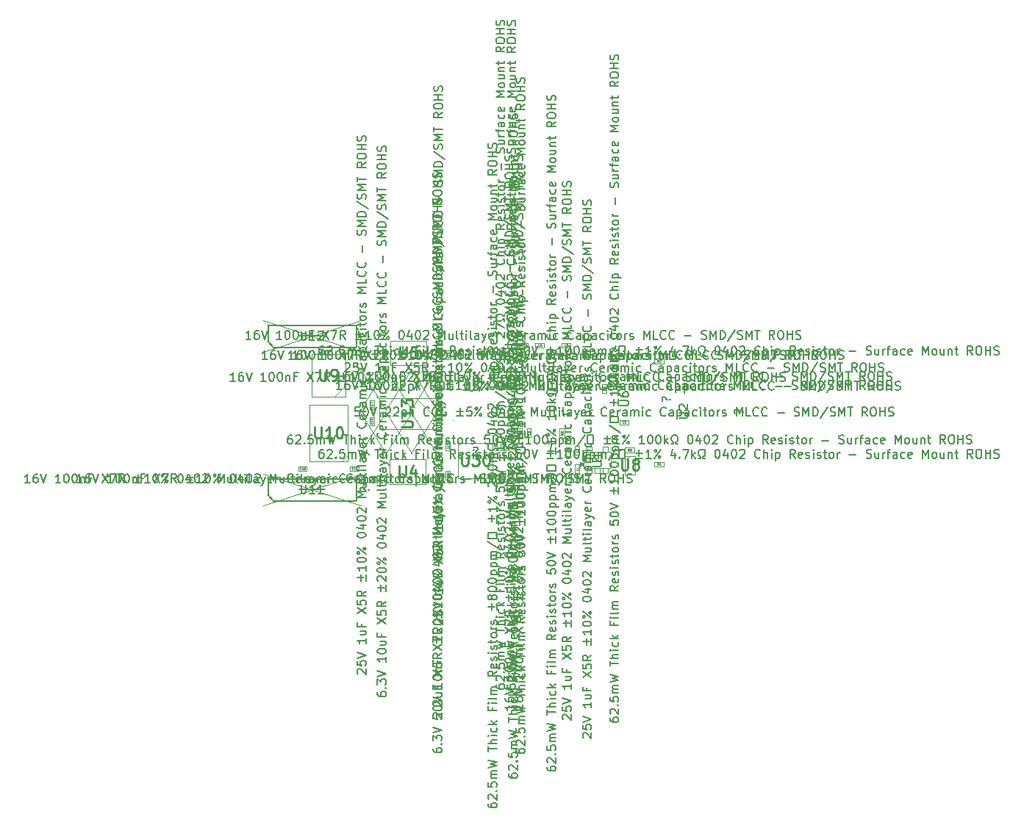
<source format=gbr>
%TF.GenerationSoftware,KiCad,Pcbnew,9.0.0*%
%TF.CreationDate,2025-03-14T22:24:00-04:00*%
%TF.ProjectId,teensy,7465656e-7379-42e6-9b69-6361645f7063,rev?*%
%TF.SameCoordinates,Original*%
%TF.FileFunction,AssemblyDrawing,Top*%
%FSLAX46Y46*%
G04 Gerber Fmt 4.6, Leading zero omitted, Abs format (unit mm)*
G04 Created by KiCad (PCBNEW 9.0.0) date 2025-03-14 22:24:00*
%MOMM*%
%LPD*%
G01*
G04 APERTURE LIST*
%ADD10C,0.150000*%
%ADD11C,0.040000*%
%ADD12C,0.254000*%
%ADD13C,0.100000*%
%ADD14C,0.060000*%
%ADD15C,0.025400*%
G04 APERTURE END LIST*
D10*
X126940116Y-95900215D02*
X126368688Y-95900215D01*
X126654402Y-95900215D02*
X126654402Y-94900215D01*
X126654402Y-94900215D02*
X126559164Y-95043072D01*
X126559164Y-95043072D02*
X126463926Y-95138310D01*
X126463926Y-95138310D02*
X126368688Y-95185929D01*
X127797259Y-94900215D02*
X127606783Y-94900215D01*
X127606783Y-94900215D02*
X127511545Y-94947834D01*
X127511545Y-94947834D02*
X127463926Y-94995453D01*
X127463926Y-94995453D02*
X127368688Y-95138310D01*
X127368688Y-95138310D02*
X127321069Y-95328786D01*
X127321069Y-95328786D02*
X127321069Y-95709738D01*
X127321069Y-95709738D02*
X127368688Y-95804976D01*
X127368688Y-95804976D02*
X127416307Y-95852596D01*
X127416307Y-95852596D02*
X127511545Y-95900215D01*
X127511545Y-95900215D02*
X127702021Y-95900215D01*
X127702021Y-95900215D02*
X127797259Y-95852596D01*
X127797259Y-95852596D02*
X127844878Y-95804976D01*
X127844878Y-95804976D02*
X127892497Y-95709738D01*
X127892497Y-95709738D02*
X127892497Y-95471643D01*
X127892497Y-95471643D02*
X127844878Y-95376405D01*
X127844878Y-95376405D02*
X127797259Y-95328786D01*
X127797259Y-95328786D02*
X127702021Y-95281167D01*
X127702021Y-95281167D02*
X127511545Y-95281167D01*
X127511545Y-95281167D02*
X127416307Y-95328786D01*
X127416307Y-95328786D02*
X127368688Y-95376405D01*
X127368688Y-95376405D02*
X127321069Y-95471643D01*
X128178212Y-94900215D02*
X128511545Y-95900215D01*
X128511545Y-95900215D02*
X128844878Y-94900215D01*
X130463926Y-95900215D02*
X129892498Y-95900215D01*
X130178212Y-95900215D02*
X130178212Y-94900215D01*
X130178212Y-94900215D02*
X130082974Y-95043072D01*
X130082974Y-95043072D02*
X129987736Y-95138310D01*
X129987736Y-95138310D02*
X129892498Y-95185929D01*
X131082974Y-94900215D02*
X131178212Y-94900215D01*
X131178212Y-94900215D02*
X131273450Y-94947834D01*
X131273450Y-94947834D02*
X131321069Y-94995453D01*
X131321069Y-94995453D02*
X131368688Y-95090691D01*
X131368688Y-95090691D02*
X131416307Y-95281167D01*
X131416307Y-95281167D02*
X131416307Y-95519262D01*
X131416307Y-95519262D02*
X131368688Y-95709738D01*
X131368688Y-95709738D02*
X131321069Y-95804976D01*
X131321069Y-95804976D02*
X131273450Y-95852596D01*
X131273450Y-95852596D02*
X131178212Y-95900215D01*
X131178212Y-95900215D02*
X131082974Y-95900215D01*
X131082974Y-95900215D02*
X130987736Y-95852596D01*
X130987736Y-95852596D02*
X130940117Y-95804976D01*
X130940117Y-95804976D02*
X130892498Y-95709738D01*
X130892498Y-95709738D02*
X130844879Y-95519262D01*
X130844879Y-95519262D02*
X130844879Y-95281167D01*
X130844879Y-95281167D02*
X130892498Y-95090691D01*
X130892498Y-95090691D02*
X130940117Y-94995453D01*
X130940117Y-94995453D02*
X130987736Y-94947834D01*
X130987736Y-94947834D02*
X131082974Y-94900215D01*
X132035355Y-94900215D02*
X132130593Y-94900215D01*
X132130593Y-94900215D02*
X132225831Y-94947834D01*
X132225831Y-94947834D02*
X132273450Y-94995453D01*
X132273450Y-94995453D02*
X132321069Y-95090691D01*
X132321069Y-95090691D02*
X132368688Y-95281167D01*
X132368688Y-95281167D02*
X132368688Y-95519262D01*
X132368688Y-95519262D02*
X132321069Y-95709738D01*
X132321069Y-95709738D02*
X132273450Y-95804976D01*
X132273450Y-95804976D02*
X132225831Y-95852596D01*
X132225831Y-95852596D02*
X132130593Y-95900215D01*
X132130593Y-95900215D02*
X132035355Y-95900215D01*
X132035355Y-95900215D02*
X131940117Y-95852596D01*
X131940117Y-95852596D02*
X131892498Y-95804976D01*
X131892498Y-95804976D02*
X131844879Y-95709738D01*
X131844879Y-95709738D02*
X131797260Y-95519262D01*
X131797260Y-95519262D02*
X131797260Y-95281167D01*
X131797260Y-95281167D02*
X131844879Y-95090691D01*
X131844879Y-95090691D02*
X131892498Y-94995453D01*
X131892498Y-94995453D02*
X131940117Y-94947834D01*
X131940117Y-94947834D02*
X132035355Y-94900215D01*
X132797260Y-95233548D02*
X132797260Y-95900215D01*
X132797260Y-95328786D02*
X132844879Y-95281167D01*
X132844879Y-95281167D02*
X132940117Y-95233548D01*
X132940117Y-95233548D02*
X133082974Y-95233548D01*
X133082974Y-95233548D02*
X133178212Y-95281167D01*
X133178212Y-95281167D02*
X133225831Y-95376405D01*
X133225831Y-95376405D02*
X133225831Y-95900215D01*
X134035355Y-95376405D02*
X133702022Y-95376405D01*
X133702022Y-95900215D02*
X133702022Y-94900215D01*
X133702022Y-94900215D02*
X134178212Y-94900215D01*
X135225832Y-94900215D02*
X135892498Y-95900215D01*
X135892498Y-94900215D02*
X135225832Y-95900215D01*
X136178213Y-94900215D02*
X136844879Y-94900215D01*
X136844879Y-94900215D02*
X136416308Y-95900215D01*
X137797260Y-95900215D02*
X137463927Y-95424024D01*
X137225832Y-95900215D02*
X137225832Y-94900215D01*
X137225832Y-94900215D02*
X137606784Y-94900215D01*
X137606784Y-94900215D02*
X137702022Y-94947834D01*
X137702022Y-94947834D02*
X137749641Y-94995453D01*
X137749641Y-94995453D02*
X137797260Y-95090691D01*
X137797260Y-95090691D02*
X137797260Y-95233548D01*
X137797260Y-95233548D02*
X137749641Y-95328786D01*
X137749641Y-95328786D02*
X137702022Y-95376405D01*
X137702022Y-95376405D02*
X137606784Y-95424024D01*
X137606784Y-95424024D02*
X137225832Y-95424024D01*
X138987737Y-95328786D02*
X139749642Y-95328786D01*
X139368689Y-95709738D02*
X139368689Y-94947834D01*
X139749642Y-95900215D02*
X138987737Y-95900215D01*
X140749641Y-95900215D02*
X140178213Y-95900215D01*
X140463927Y-95900215D02*
X140463927Y-94900215D01*
X140463927Y-94900215D02*
X140368689Y-95043072D01*
X140368689Y-95043072D02*
X140273451Y-95138310D01*
X140273451Y-95138310D02*
X140178213Y-95185929D01*
X141368689Y-94900215D02*
X141463927Y-94900215D01*
X141463927Y-94900215D02*
X141559165Y-94947834D01*
X141559165Y-94947834D02*
X141606784Y-94995453D01*
X141606784Y-94995453D02*
X141654403Y-95090691D01*
X141654403Y-95090691D02*
X141702022Y-95281167D01*
X141702022Y-95281167D02*
X141702022Y-95519262D01*
X141702022Y-95519262D02*
X141654403Y-95709738D01*
X141654403Y-95709738D02*
X141606784Y-95804976D01*
X141606784Y-95804976D02*
X141559165Y-95852596D01*
X141559165Y-95852596D02*
X141463927Y-95900215D01*
X141463927Y-95900215D02*
X141368689Y-95900215D01*
X141368689Y-95900215D02*
X141273451Y-95852596D01*
X141273451Y-95852596D02*
X141225832Y-95804976D01*
X141225832Y-95804976D02*
X141178213Y-95709738D01*
X141178213Y-95709738D02*
X141130594Y-95519262D01*
X141130594Y-95519262D02*
X141130594Y-95281167D01*
X141130594Y-95281167D02*
X141178213Y-95090691D01*
X141178213Y-95090691D02*
X141225832Y-94995453D01*
X141225832Y-94995453D02*
X141273451Y-94947834D01*
X141273451Y-94947834D02*
X141368689Y-94900215D01*
X142082975Y-95900215D02*
X142844879Y-94900215D01*
X142225832Y-94900215D02*
X142321070Y-94947834D01*
X142321070Y-94947834D02*
X142368689Y-95043072D01*
X142368689Y-95043072D02*
X142321070Y-95138310D01*
X142321070Y-95138310D02*
X142225832Y-95185929D01*
X142225832Y-95185929D02*
X142130594Y-95138310D01*
X142130594Y-95138310D02*
X142082975Y-95043072D01*
X142082975Y-95043072D02*
X142130594Y-94947834D01*
X142130594Y-94947834D02*
X142225832Y-94900215D01*
X142797260Y-95852596D02*
X142844879Y-95757357D01*
X142844879Y-95757357D02*
X142797260Y-95662119D01*
X142797260Y-95662119D02*
X142702022Y-95614500D01*
X142702022Y-95614500D02*
X142606784Y-95662119D01*
X142606784Y-95662119D02*
X142559165Y-95757357D01*
X142559165Y-95757357D02*
X142606784Y-95852596D01*
X142606784Y-95852596D02*
X142702022Y-95900215D01*
X142702022Y-95900215D02*
X142797260Y-95852596D01*
X144225832Y-94900215D02*
X144321070Y-94900215D01*
X144321070Y-94900215D02*
X144416308Y-94947834D01*
X144416308Y-94947834D02*
X144463927Y-94995453D01*
X144463927Y-94995453D02*
X144511546Y-95090691D01*
X144511546Y-95090691D02*
X144559165Y-95281167D01*
X144559165Y-95281167D02*
X144559165Y-95519262D01*
X144559165Y-95519262D02*
X144511546Y-95709738D01*
X144511546Y-95709738D02*
X144463927Y-95804976D01*
X144463927Y-95804976D02*
X144416308Y-95852596D01*
X144416308Y-95852596D02*
X144321070Y-95900215D01*
X144321070Y-95900215D02*
X144225832Y-95900215D01*
X144225832Y-95900215D02*
X144130594Y-95852596D01*
X144130594Y-95852596D02*
X144082975Y-95804976D01*
X144082975Y-95804976D02*
X144035356Y-95709738D01*
X144035356Y-95709738D02*
X143987737Y-95519262D01*
X143987737Y-95519262D02*
X143987737Y-95281167D01*
X143987737Y-95281167D02*
X144035356Y-95090691D01*
X144035356Y-95090691D02*
X144082975Y-94995453D01*
X144082975Y-94995453D02*
X144130594Y-94947834D01*
X144130594Y-94947834D02*
X144225832Y-94900215D01*
X145416308Y-95233548D02*
X145416308Y-95900215D01*
X145178213Y-94852596D02*
X144940118Y-95566881D01*
X144940118Y-95566881D02*
X145559165Y-95566881D01*
X146130594Y-94900215D02*
X146225832Y-94900215D01*
X146225832Y-94900215D02*
X146321070Y-94947834D01*
X146321070Y-94947834D02*
X146368689Y-94995453D01*
X146368689Y-94995453D02*
X146416308Y-95090691D01*
X146416308Y-95090691D02*
X146463927Y-95281167D01*
X146463927Y-95281167D02*
X146463927Y-95519262D01*
X146463927Y-95519262D02*
X146416308Y-95709738D01*
X146416308Y-95709738D02*
X146368689Y-95804976D01*
X146368689Y-95804976D02*
X146321070Y-95852596D01*
X146321070Y-95852596D02*
X146225832Y-95900215D01*
X146225832Y-95900215D02*
X146130594Y-95900215D01*
X146130594Y-95900215D02*
X146035356Y-95852596D01*
X146035356Y-95852596D02*
X145987737Y-95804976D01*
X145987737Y-95804976D02*
X145940118Y-95709738D01*
X145940118Y-95709738D02*
X145892499Y-95519262D01*
X145892499Y-95519262D02*
X145892499Y-95281167D01*
X145892499Y-95281167D02*
X145940118Y-95090691D01*
X145940118Y-95090691D02*
X145987737Y-94995453D01*
X145987737Y-94995453D02*
X146035356Y-94947834D01*
X146035356Y-94947834D02*
X146130594Y-94900215D01*
X146844880Y-94995453D02*
X146892499Y-94947834D01*
X146892499Y-94947834D02*
X146987737Y-94900215D01*
X146987737Y-94900215D02*
X147225832Y-94900215D01*
X147225832Y-94900215D02*
X147321070Y-94947834D01*
X147321070Y-94947834D02*
X147368689Y-94995453D01*
X147368689Y-94995453D02*
X147416308Y-95090691D01*
X147416308Y-95090691D02*
X147416308Y-95185929D01*
X147416308Y-95185929D02*
X147368689Y-95328786D01*
X147368689Y-95328786D02*
X146797261Y-95900215D01*
X146797261Y-95900215D02*
X147416308Y-95900215D01*
X148606785Y-95900215D02*
X148606785Y-94900215D01*
X148606785Y-94900215D02*
X148940118Y-95614500D01*
X148940118Y-95614500D02*
X149273451Y-94900215D01*
X149273451Y-94900215D02*
X149273451Y-95900215D01*
X150178213Y-95233548D02*
X150178213Y-95900215D01*
X149749642Y-95233548D02*
X149749642Y-95757357D01*
X149749642Y-95757357D02*
X149797261Y-95852596D01*
X149797261Y-95852596D02*
X149892499Y-95900215D01*
X149892499Y-95900215D02*
X150035356Y-95900215D01*
X150035356Y-95900215D02*
X150130594Y-95852596D01*
X150130594Y-95852596D02*
X150178213Y-95804976D01*
X150797261Y-95900215D02*
X150702023Y-95852596D01*
X150702023Y-95852596D02*
X150654404Y-95757357D01*
X150654404Y-95757357D02*
X150654404Y-94900215D01*
X151035357Y-95233548D02*
X151416309Y-95233548D01*
X151178214Y-94900215D02*
X151178214Y-95757357D01*
X151178214Y-95757357D02*
X151225833Y-95852596D01*
X151225833Y-95852596D02*
X151321071Y-95900215D01*
X151321071Y-95900215D02*
X151416309Y-95900215D01*
X151749643Y-95900215D02*
X151749643Y-95233548D01*
X151749643Y-94900215D02*
X151702024Y-94947834D01*
X151702024Y-94947834D02*
X151749643Y-94995453D01*
X151749643Y-94995453D02*
X151797262Y-94947834D01*
X151797262Y-94947834D02*
X151749643Y-94900215D01*
X151749643Y-94900215D02*
X151749643Y-94995453D01*
X152368690Y-95900215D02*
X152273452Y-95852596D01*
X152273452Y-95852596D02*
X152225833Y-95757357D01*
X152225833Y-95757357D02*
X152225833Y-94900215D01*
X153178214Y-95900215D02*
X153178214Y-95376405D01*
X153178214Y-95376405D02*
X153130595Y-95281167D01*
X153130595Y-95281167D02*
X153035357Y-95233548D01*
X153035357Y-95233548D02*
X152844881Y-95233548D01*
X152844881Y-95233548D02*
X152749643Y-95281167D01*
X153178214Y-95852596D02*
X153082976Y-95900215D01*
X153082976Y-95900215D02*
X152844881Y-95900215D01*
X152844881Y-95900215D02*
X152749643Y-95852596D01*
X152749643Y-95852596D02*
X152702024Y-95757357D01*
X152702024Y-95757357D02*
X152702024Y-95662119D01*
X152702024Y-95662119D02*
X152749643Y-95566881D01*
X152749643Y-95566881D02*
X152844881Y-95519262D01*
X152844881Y-95519262D02*
X153082976Y-95519262D01*
X153082976Y-95519262D02*
X153178214Y-95471643D01*
X153559167Y-95233548D02*
X153797262Y-95900215D01*
X154035357Y-95233548D02*
X153797262Y-95900215D01*
X153797262Y-95900215D02*
X153702024Y-96138310D01*
X153702024Y-96138310D02*
X153654405Y-96185929D01*
X153654405Y-96185929D02*
X153559167Y-96233548D01*
X154797262Y-95852596D02*
X154702024Y-95900215D01*
X154702024Y-95900215D02*
X154511548Y-95900215D01*
X154511548Y-95900215D02*
X154416310Y-95852596D01*
X154416310Y-95852596D02*
X154368691Y-95757357D01*
X154368691Y-95757357D02*
X154368691Y-95376405D01*
X154368691Y-95376405D02*
X154416310Y-95281167D01*
X154416310Y-95281167D02*
X154511548Y-95233548D01*
X154511548Y-95233548D02*
X154702024Y-95233548D01*
X154702024Y-95233548D02*
X154797262Y-95281167D01*
X154797262Y-95281167D02*
X154844881Y-95376405D01*
X154844881Y-95376405D02*
X154844881Y-95471643D01*
X154844881Y-95471643D02*
X154368691Y-95566881D01*
X155273453Y-95900215D02*
X155273453Y-95233548D01*
X155273453Y-95424024D02*
X155321072Y-95328786D01*
X155321072Y-95328786D02*
X155368691Y-95281167D01*
X155368691Y-95281167D02*
X155463929Y-95233548D01*
X155463929Y-95233548D02*
X155559167Y-95233548D01*
X157225834Y-95804976D02*
X157178215Y-95852596D01*
X157178215Y-95852596D02*
X157035358Y-95900215D01*
X157035358Y-95900215D02*
X156940120Y-95900215D01*
X156940120Y-95900215D02*
X156797263Y-95852596D01*
X156797263Y-95852596D02*
X156702025Y-95757357D01*
X156702025Y-95757357D02*
X156654406Y-95662119D01*
X156654406Y-95662119D02*
X156606787Y-95471643D01*
X156606787Y-95471643D02*
X156606787Y-95328786D01*
X156606787Y-95328786D02*
X156654406Y-95138310D01*
X156654406Y-95138310D02*
X156702025Y-95043072D01*
X156702025Y-95043072D02*
X156797263Y-94947834D01*
X156797263Y-94947834D02*
X156940120Y-94900215D01*
X156940120Y-94900215D02*
X157035358Y-94900215D01*
X157035358Y-94900215D02*
X157178215Y-94947834D01*
X157178215Y-94947834D02*
X157225834Y-94995453D01*
X158035358Y-95852596D02*
X157940120Y-95900215D01*
X157940120Y-95900215D02*
X157749644Y-95900215D01*
X157749644Y-95900215D02*
X157654406Y-95852596D01*
X157654406Y-95852596D02*
X157606787Y-95757357D01*
X157606787Y-95757357D02*
X157606787Y-95376405D01*
X157606787Y-95376405D02*
X157654406Y-95281167D01*
X157654406Y-95281167D02*
X157749644Y-95233548D01*
X157749644Y-95233548D02*
X157940120Y-95233548D01*
X157940120Y-95233548D02*
X158035358Y-95281167D01*
X158035358Y-95281167D02*
X158082977Y-95376405D01*
X158082977Y-95376405D02*
X158082977Y-95471643D01*
X158082977Y-95471643D02*
X157606787Y-95566881D01*
X158511549Y-95900215D02*
X158511549Y-95233548D01*
X158511549Y-95424024D02*
X158559168Y-95328786D01*
X158559168Y-95328786D02*
X158606787Y-95281167D01*
X158606787Y-95281167D02*
X158702025Y-95233548D01*
X158702025Y-95233548D02*
X158797263Y-95233548D01*
X159559168Y-95900215D02*
X159559168Y-95376405D01*
X159559168Y-95376405D02*
X159511549Y-95281167D01*
X159511549Y-95281167D02*
X159416311Y-95233548D01*
X159416311Y-95233548D02*
X159225835Y-95233548D01*
X159225835Y-95233548D02*
X159130597Y-95281167D01*
X159559168Y-95852596D02*
X159463930Y-95900215D01*
X159463930Y-95900215D02*
X159225835Y-95900215D01*
X159225835Y-95900215D02*
X159130597Y-95852596D01*
X159130597Y-95852596D02*
X159082978Y-95757357D01*
X159082978Y-95757357D02*
X159082978Y-95662119D01*
X159082978Y-95662119D02*
X159130597Y-95566881D01*
X159130597Y-95566881D02*
X159225835Y-95519262D01*
X159225835Y-95519262D02*
X159463930Y-95519262D01*
X159463930Y-95519262D02*
X159559168Y-95471643D01*
X160035359Y-95900215D02*
X160035359Y-95233548D01*
X160035359Y-95328786D02*
X160082978Y-95281167D01*
X160082978Y-95281167D02*
X160178216Y-95233548D01*
X160178216Y-95233548D02*
X160321073Y-95233548D01*
X160321073Y-95233548D02*
X160416311Y-95281167D01*
X160416311Y-95281167D02*
X160463930Y-95376405D01*
X160463930Y-95376405D02*
X160463930Y-95900215D01*
X160463930Y-95376405D02*
X160511549Y-95281167D01*
X160511549Y-95281167D02*
X160606787Y-95233548D01*
X160606787Y-95233548D02*
X160749644Y-95233548D01*
X160749644Y-95233548D02*
X160844883Y-95281167D01*
X160844883Y-95281167D02*
X160892502Y-95376405D01*
X160892502Y-95376405D02*
X160892502Y-95900215D01*
X161368692Y-95900215D02*
X161368692Y-95233548D01*
X161368692Y-94900215D02*
X161321073Y-94947834D01*
X161321073Y-94947834D02*
X161368692Y-94995453D01*
X161368692Y-94995453D02*
X161416311Y-94947834D01*
X161416311Y-94947834D02*
X161368692Y-94900215D01*
X161368692Y-94900215D02*
X161368692Y-94995453D01*
X162273453Y-95852596D02*
X162178215Y-95900215D01*
X162178215Y-95900215D02*
X161987739Y-95900215D01*
X161987739Y-95900215D02*
X161892501Y-95852596D01*
X161892501Y-95852596D02*
X161844882Y-95804976D01*
X161844882Y-95804976D02*
X161797263Y-95709738D01*
X161797263Y-95709738D02*
X161797263Y-95424024D01*
X161797263Y-95424024D02*
X161844882Y-95328786D01*
X161844882Y-95328786D02*
X161892501Y-95281167D01*
X161892501Y-95281167D02*
X161987739Y-95233548D01*
X161987739Y-95233548D02*
X162178215Y-95233548D01*
X162178215Y-95233548D02*
X162273453Y-95281167D01*
X164035358Y-95804976D02*
X163987739Y-95852596D01*
X163987739Y-95852596D02*
X163844882Y-95900215D01*
X163844882Y-95900215D02*
X163749644Y-95900215D01*
X163749644Y-95900215D02*
X163606787Y-95852596D01*
X163606787Y-95852596D02*
X163511549Y-95757357D01*
X163511549Y-95757357D02*
X163463930Y-95662119D01*
X163463930Y-95662119D02*
X163416311Y-95471643D01*
X163416311Y-95471643D02*
X163416311Y-95328786D01*
X163416311Y-95328786D02*
X163463930Y-95138310D01*
X163463930Y-95138310D02*
X163511549Y-95043072D01*
X163511549Y-95043072D02*
X163606787Y-94947834D01*
X163606787Y-94947834D02*
X163749644Y-94900215D01*
X163749644Y-94900215D02*
X163844882Y-94900215D01*
X163844882Y-94900215D02*
X163987739Y-94947834D01*
X163987739Y-94947834D02*
X164035358Y-94995453D01*
X164892501Y-95900215D02*
X164892501Y-95376405D01*
X164892501Y-95376405D02*
X164844882Y-95281167D01*
X164844882Y-95281167D02*
X164749644Y-95233548D01*
X164749644Y-95233548D02*
X164559168Y-95233548D01*
X164559168Y-95233548D02*
X164463930Y-95281167D01*
X164892501Y-95852596D02*
X164797263Y-95900215D01*
X164797263Y-95900215D02*
X164559168Y-95900215D01*
X164559168Y-95900215D02*
X164463930Y-95852596D01*
X164463930Y-95852596D02*
X164416311Y-95757357D01*
X164416311Y-95757357D02*
X164416311Y-95662119D01*
X164416311Y-95662119D02*
X164463930Y-95566881D01*
X164463930Y-95566881D02*
X164559168Y-95519262D01*
X164559168Y-95519262D02*
X164797263Y-95519262D01*
X164797263Y-95519262D02*
X164892501Y-95471643D01*
X165368692Y-95233548D02*
X165368692Y-96233548D01*
X165368692Y-95281167D02*
X165463930Y-95233548D01*
X165463930Y-95233548D02*
X165654406Y-95233548D01*
X165654406Y-95233548D02*
X165749644Y-95281167D01*
X165749644Y-95281167D02*
X165797263Y-95328786D01*
X165797263Y-95328786D02*
X165844882Y-95424024D01*
X165844882Y-95424024D02*
X165844882Y-95709738D01*
X165844882Y-95709738D02*
X165797263Y-95804976D01*
X165797263Y-95804976D02*
X165749644Y-95852596D01*
X165749644Y-95852596D02*
X165654406Y-95900215D01*
X165654406Y-95900215D02*
X165463930Y-95900215D01*
X165463930Y-95900215D02*
X165368692Y-95852596D01*
X166702025Y-95900215D02*
X166702025Y-95376405D01*
X166702025Y-95376405D02*
X166654406Y-95281167D01*
X166654406Y-95281167D02*
X166559168Y-95233548D01*
X166559168Y-95233548D02*
X166368692Y-95233548D01*
X166368692Y-95233548D02*
X166273454Y-95281167D01*
X166702025Y-95852596D02*
X166606787Y-95900215D01*
X166606787Y-95900215D02*
X166368692Y-95900215D01*
X166368692Y-95900215D02*
X166273454Y-95852596D01*
X166273454Y-95852596D02*
X166225835Y-95757357D01*
X166225835Y-95757357D02*
X166225835Y-95662119D01*
X166225835Y-95662119D02*
X166273454Y-95566881D01*
X166273454Y-95566881D02*
X166368692Y-95519262D01*
X166368692Y-95519262D02*
X166606787Y-95519262D01*
X166606787Y-95519262D02*
X166702025Y-95471643D01*
X167606787Y-95852596D02*
X167511549Y-95900215D01*
X167511549Y-95900215D02*
X167321073Y-95900215D01*
X167321073Y-95900215D02*
X167225835Y-95852596D01*
X167225835Y-95852596D02*
X167178216Y-95804976D01*
X167178216Y-95804976D02*
X167130597Y-95709738D01*
X167130597Y-95709738D02*
X167130597Y-95424024D01*
X167130597Y-95424024D02*
X167178216Y-95328786D01*
X167178216Y-95328786D02*
X167225835Y-95281167D01*
X167225835Y-95281167D02*
X167321073Y-95233548D01*
X167321073Y-95233548D02*
X167511549Y-95233548D01*
X167511549Y-95233548D02*
X167606787Y-95281167D01*
X168035359Y-95900215D02*
X168035359Y-95233548D01*
X168035359Y-94900215D02*
X167987740Y-94947834D01*
X167987740Y-94947834D02*
X168035359Y-94995453D01*
X168035359Y-94995453D02*
X168082978Y-94947834D01*
X168082978Y-94947834D02*
X168035359Y-94900215D01*
X168035359Y-94900215D02*
X168035359Y-94995453D01*
X168368692Y-95233548D02*
X168749644Y-95233548D01*
X168511549Y-94900215D02*
X168511549Y-95757357D01*
X168511549Y-95757357D02*
X168559168Y-95852596D01*
X168559168Y-95852596D02*
X168654406Y-95900215D01*
X168654406Y-95900215D02*
X168749644Y-95900215D01*
X169225835Y-95900215D02*
X169130597Y-95852596D01*
X169130597Y-95852596D02*
X169082978Y-95804976D01*
X169082978Y-95804976D02*
X169035359Y-95709738D01*
X169035359Y-95709738D02*
X169035359Y-95424024D01*
X169035359Y-95424024D02*
X169082978Y-95328786D01*
X169082978Y-95328786D02*
X169130597Y-95281167D01*
X169130597Y-95281167D02*
X169225835Y-95233548D01*
X169225835Y-95233548D02*
X169368692Y-95233548D01*
X169368692Y-95233548D02*
X169463930Y-95281167D01*
X169463930Y-95281167D02*
X169511549Y-95328786D01*
X169511549Y-95328786D02*
X169559168Y-95424024D01*
X169559168Y-95424024D02*
X169559168Y-95709738D01*
X169559168Y-95709738D02*
X169511549Y-95804976D01*
X169511549Y-95804976D02*
X169463930Y-95852596D01*
X169463930Y-95852596D02*
X169368692Y-95900215D01*
X169368692Y-95900215D02*
X169225835Y-95900215D01*
X169987740Y-95900215D02*
X169987740Y-95233548D01*
X169987740Y-95424024D02*
X170035359Y-95328786D01*
X170035359Y-95328786D02*
X170082978Y-95281167D01*
X170082978Y-95281167D02*
X170178216Y-95233548D01*
X170178216Y-95233548D02*
X170273454Y-95233548D01*
X170559169Y-95852596D02*
X170654407Y-95900215D01*
X170654407Y-95900215D02*
X170844883Y-95900215D01*
X170844883Y-95900215D02*
X170940121Y-95852596D01*
X170940121Y-95852596D02*
X170987740Y-95757357D01*
X170987740Y-95757357D02*
X170987740Y-95709738D01*
X170987740Y-95709738D02*
X170940121Y-95614500D01*
X170940121Y-95614500D02*
X170844883Y-95566881D01*
X170844883Y-95566881D02*
X170702026Y-95566881D01*
X170702026Y-95566881D02*
X170606788Y-95519262D01*
X170606788Y-95519262D02*
X170559169Y-95424024D01*
X170559169Y-95424024D02*
X170559169Y-95376405D01*
X170559169Y-95376405D02*
X170606788Y-95281167D01*
X170606788Y-95281167D02*
X170702026Y-95233548D01*
X170702026Y-95233548D02*
X170844883Y-95233548D01*
X170844883Y-95233548D02*
X170940121Y-95281167D01*
X172178217Y-95900215D02*
X172178217Y-94900215D01*
X172178217Y-94900215D02*
X172511550Y-95614500D01*
X172511550Y-95614500D02*
X172844883Y-94900215D01*
X172844883Y-94900215D02*
X172844883Y-95900215D01*
X173797264Y-95900215D02*
X173321074Y-95900215D01*
X173321074Y-95900215D02*
X173321074Y-94900215D01*
X174702026Y-95804976D02*
X174654407Y-95852596D01*
X174654407Y-95852596D02*
X174511550Y-95900215D01*
X174511550Y-95900215D02*
X174416312Y-95900215D01*
X174416312Y-95900215D02*
X174273455Y-95852596D01*
X174273455Y-95852596D02*
X174178217Y-95757357D01*
X174178217Y-95757357D02*
X174130598Y-95662119D01*
X174130598Y-95662119D02*
X174082979Y-95471643D01*
X174082979Y-95471643D02*
X174082979Y-95328786D01*
X174082979Y-95328786D02*
X174130598Y-95138310D01*
X174130598Y-95138310D02*
X174178217Y-95043072D01*
X174178217Y-95043072D02*
X174273455Y-94947834D01*
X174273455Y-94947834D02*
X174416312Y-94900215D01*
X174416312Y-94900215D02*
X174511550Y-94900215D01*
X174511550Y-94900215D02*
X174654407Y-94947834D01*
X174654407Y-94947834D02*
X174702026Y-94995453D01*
X175702026Y-95804976D02*
X175654407Y-95852596D01*
X175654407Y-95852596D02*
X175511550Y-95900215D01*
X175511550Y-95900215D02*
X175416312Y-95900215D01*
X175416312Y-95900215D02*
X175273455Y-95852596D01*
X175273455Y-95852596D02*
X175178217Y-95757357D01*
X175178217Y-95757357D02*
X175130598Y-95662119D01*
X175130598Y-95662119D02*
X175082979Y-95471643D01*
X175082979Y-95471643D02*
X175082979Y-95328786D01*
X175082979Y-95328786D02*
X175130598Y-95138310D01*
X175130598Y-95138310D02*
X175178217Y-95043072D01*
X175178217Y-95043072D02*
X175273455Y-94947834D01*
X175273455Y-94947834D02*
X175416312Y-94900215D01*
X175416312Y-94900215D02*
X175511550Y-94900215D01*
X175511550Y-94900215D02*
X175654407Y-94947834D01*
X175654407Y-94947834D02*
X175702026Y-94995453D01*
X176892503Y-95519262D02*
X177654408Y-95519262D01*
X178844884Y-95852596D02*
X178987741Y-95900215D01*
X178987741Y-95900215D02*
X179225836Y-95900215D01*
X179225836Y-95900215D02*
X179321074Y-95852596D01*
X179321074Y-95852596D02*
X179368693Y-95804976D01*
X179368693Y-95804976D02*
X179416312Y-95709738D01*
X179416312Y-95709738D02*
X179416312Y-95614500D01*
X179416312Y-95614500D02*
X179368693Y-95519262D01*
X179368693Y-95519262D02*
X179321074Y-95471643D01*
X179321074Y-95471643D02*
X179225836Y-95424024D01*
X179225836Y-95424024D02*
X179035360Y-95376405D01*
X179035360Y-95376405D02*
X178940122Y-95328786D01*
X178940122Y-95328786D02*
X178892503Y-95281167D01*
X178892503Y-95281167D02*
X178844884Y-95185929D01*
X178844884Y-95185929D02*
X178844884Y-95090691D01*
X178844884Y-95090691D02*
X178892503Y-94995453D01*
X178892503Y-94995453D02*
X178940122Y-94947834D01*
X178940122Y-94947834D02*
X179035360Y-94900215D01*
X179035360Y-94900215D02*
X179273455Y-94900215D01*
X179273455Y-94900215D02*
X179416312Y-94947834D01*
X179844884Y-95900215D02*
X179844884Y-94900215D01*
X179844884Y-94900215D02*
X180178217Y-95614500D01*
X180178217Y-95614500D02*
X180511550Y-94900215D01*
X180511550Y-94900215D02*
X180511550Y-95900215D01*
X180987741Y-95900215D02*
X180987741Y-94900215D01*
X180987741Y-94900215D02*
X181225836Y-94900215D01*
X181225836Y-94900215D02*
X181368693Y-94947834D01*
X181368693Y-94947834D02*
X181463931Y-95043072D01*
X181463931Y-95043072D02*
X181511550Y-95138310D01*
X181511550Y-95138310D02*
X181559169Y-95328786D01*
X181559169Y-95328786D02*
X181559169Y-95471643D01*
X181559169Y-95471643D02*
X181511550Y-95662119D01*
X181511550Y-95662119D02*
X181463931Y-95757357D01*
X181463931Y-95757357D02*
X181368693Y-95852596D01*
X181368693Y-95852596D02*
X181225836Y-95900215D01*
X181225836Y-95900215D02*
X180987741Y-95900215D01*
X182702026Y-94852596D02*
X181844884Y-96138310D01*
X182987741Y-95852596D02*
X183130598Y-95900215D01*
X183130598Y-95900215D02*
X183368693Y-95900215D01*
X183368693Y-95900215D02*
X183463931Y-95852596D01*
X183463931Y-95852596D02*
X183511550Y-95804976D01*
X183511550Y-95804976D02*
X183559169Y-95709738D01*
X183559169Y-95709738D02*
X183559169Y-95614500D01*
X183559169Y-95614500D02*
X183511550Y-95519262D01*
X183511550Y-95519262D02*
X183463931Y-95471643D01*
X183463931Y-95471643D02*
X183368693Y-95424024D01*
X183368693Y-95424024D02*
X183178217Y-95376405D01*
X183178217Y-95376405D02*
X183082979Y-95328786D01*
X183082979Y-95328786D02*
X183035360Y-95281167D01*
X183035360Y-95281167D02*
X182987741Y-95185929D01*
X182987741Y-95185929D02*
X182987741Y-95090691D01*
X182987741Y-95090691D02*
X183035360Y-94995453D01*
X183035360Y-94995453D02*
X183082979Y-94947834D01*
X183082979Y-94947834D02*
X183178217Y-94900215D01*
X183178217Y-94900215D02*
X183416312Y-94900215D01*
X183416312Y-94900215D02*
X183559169Y-94947834D01*
X183987741Y-95900215D02*
X183987741Y-94900215D01*
X183987741Y-94900215D02*
X184321074Y-95614500D01*
X184321074Y-95614500D02*
X184654407Y-94900215D01*
X184654407Y-94900215D02*
X184654407Y-95900215D01*
X184987741Y-94900215D02*
X185559169Y-94900215D01*
X185273455Y-95900215D02*
X185273455Y-94900215D01*
X187225836Y-95900215D02*
X186892503Y-95424024D01*
X186654408Y-95900215D02*
X186654408Y-94900215D01*
X186654408Y-94900215D02*
X187035360Y-94900215D01*
X187035360Y-94900215D02*
X187130598Y-94947834D01*
X187130598Y-94947834D02*
X187178217Y-94995453D01*
X187178217Y-94995453D02*
X187225836Y-95090691D01*
X187225836Y-95090691D02*
X187225836Y-95233548D01*
X187225836Y-95233548D02*
X187178217Y-95328786D01*
X187178217Y-95328786D02*
X187130598Y-95376405D01*
X187130598Y-95376405D02*
X187035360Y-95424024D01*
X187035360Y-95424024D02*
X186654408Y-95424024D01*
X187844884Y-94900215D02*
X188035360Y-94900215D01*
X188035360Y-94900215D02*
X188130598Y-94947834D01*
X188130598Y-94947834D02*
X188225836Y-95043072D01*
X188225836Y-95043072D02*
X188273455Y-95233548D01*
X188273455Y-95233548D02*
X188273455Y-95566881D01*
X188273455Y-95566881D02*
X188225836Y-95757357D01*
X188225836Y-95757357D02*
X188130598Y-95852596D01*
X188130598Y-95852596D02*
X188035360Y-95900215D01*
X188035360Y-95900215D02*
X187844884Y-95900215D01*
X187844884Y-95900215D02*
X187749646Y-95852596D01*
X187749646Y-95852596D02*
X187654408Y-95757357D01*
X187654408Y-95757357D02*
X187606789Y-95566881D01*
X187606789Y-95566881D02*
X187606789Y-95233548D01*
X187606789Y-95233548D02*
X187654408Y-95043072D01*
X187654408Y-95043072D02*
X187749646Y-94947834D01*
X187749646Y-94947834D02*
X187844884Y-94900215D01*
X188702027Y-95900215D02*
X188702027Y-94900215D01*
X188702027Y-95376405D02*
X189273455Y-95376405D01*
X189273455Y-95900215D02*
X189273455Y-94900215D01*
X189702027Y-95852596D02*
X189844884Y-95900215D01*
X189844884Y-95900215D02*
X190082979Y-95900215D01*
X190082979Y-95900215D02*
X190178217Y-95852596D01*
X190178217Y-95852596D02*
X190225836Y-95804976D01*
X190225836Y-95804976D02*
X190273455Y-95709738D01*
X190273455Y-95709738D02*
X190273455Y-95614500D01*
X190273455Y-95614500D02*
X190225836Y-95519262D01*
X190225836Y-95519262D02*
X190178217Y-95471643D01*
X190178217Y-95471643D02*
X190082979Y-95424024D01*
X190082979Y-95424024D02*
X189892503Y-95376405D01*
X189892503Y-95376405D02*
X189797265Y-95328786D01*
X189797265Y-95328786D02*
X189749646Y-95281167D01*
X189749646Y-95281167D02*
X189702027Y-95185929D01*
X189702027Y-95185929D02*
X189702027Y-95090691D01*
X189702027Y-95090691D02*
X189749646Y-94995453D01*
X189749646Y-94995453D02*
X189797265Y-94947834D01*
X189797265Y-94947834D02*
X189892503Y-94900215D01*
X189892503Y-94900215D02*
X190130598Y-94900215D01*
X190130598Y-94900215D02*
X190273455Y-94947834D01*
D11*
X158279405Y-94375161D02*
X158267501Y-94387066D01*
X158267501Y-94387066D02*
X158231786Y-94398970D01*
X158231786Y-94398970D02*
X158207977Y-94398970D01*
X158207977Y-94398970D02*
X158172263Y-94387066D01*
X158172263Y-94387066D02*
X158148453Y-94363256D01*
X158148453Y-94363256D02*
X158136548Y-94339446D01*
X158136548Y-94339446D02*
X158124644Y-94291827D01*
X158124644Y-94291827D02*
X158124644Y-94256113D01*
X158124644Y-94256113D02*
X158136548Y-94208494D01*
X158136548Y-94208494D02*
X158148453Y-94184685D01*
X158148453Y-94184685D02*
X158172263Y-94160875D01*
X158172263Y-94160875D02*
X158207977Y-94148970D01*
X158207977Y-94148970D02*
X158231786Y-94148970D01*
X158231786Y-94148970D02*
X158267501Y-94160875D01*
X158267501Y-94160875D02*
X158279405Y-94172780D01*
X158493691Y-94148970D02*
X158446072Y-94148970D01*
X158446072Y-94148970D02*
X158422263Y-94160875D01*
X158422263Y-94160875D02*
X158410358Y-94172780D01*
X158410358Y-94172780D02*
X158386548Y-94208494D01*
X158386548Y-94208494D02*
X158374644Y-94256113D01*
X158374644Y-94256113D02*
X158374644Y-94351351D01*
X158374644Y-94351351D02*
X158386548Y-94375161D01*
X158386548Y-94375161D02*
X158398453Y-94387066D01*
X158398453Y-94387066D02*
X158422263Y-94398970D01*
X158422263Y-94398970D02*
X158469882Y-94398970D01*
X158469882Y-94398970D02*
X158493691Y-94387066D01*
X158493691Y-94387066D02*
X158505596Y-94375161D01*
X158505596Y-94375161D02*
X158517501Y-94351351D01*
X158517501Y-94351351D02*
X158517501Y-94291827D01*
X158517501Y-94291827D02*
X158505596Y-94268018D01*
X158505596Y-94268018D02*
X158493691Y-94256113D01*
X158493691Y-94256113D02*
X158469882Y-94244208D01*
X158469882Y-94244208D02*
X158422263Y-94244208D01*
X158422263Y-94244208D02*
X158398453Y-94256113D01*
X158398453Y-94256113D02*
X158386548Y-94268018D01*
X158386548Y-94268018D02*
X158374644Y-94291827D01*
D12*
X133023452Y-97054318D02*
X133023452Y-98082413D01*
X133023452Y-98082413D02*
X133083929Y-98203365D01*
X133083929Y-98203365D02*
X133144405Y-98263842D01*
X133144405Y-98263842D02*
X133265357Y-98324318D01*
X133265357Y-98324318D02*
X133507262Y-98324318D01*
X133507262Y-98324318D02*
X133628214Y-98263842D01*
X133628214Y-98263842D02*
X133688691Y-98203365D01*
X133688691Y-98203365D02*
X133749167Y-98082413D01*
X133749167Y-98082413D02*
X133749167Y-97054318D01*
X134414405Y-98324318D02*
X134656309Y-98324318D01*
X134656309Y-98324318D02*
X134777262Y-98263842D01*
X134777262Y-98263842D02*
X134837738Y-98203365D01*
X134837738Y-98203365D02*
X134958690Y-98021937D01*
X134958690Y-98021937D02*
X135019167Y-97780032D01*
X135019167Y-97780032D02*
X135019167Y-97296222D01*
X135019167Y-97296222D02*
X134958690Y-97175270D01*
X134958690Y-97175270D02*
X134898214Y-97114794D01*
X134898214Y-97114794D02*
X134777262Y-97054318D01*
X134777262Y-97054318D02*
X134535357Y-97054318D01*
X134535357Y-97054318D02*
X134414405Y-97114794D01*
X134414405Y-97114794D02*
X134353928Y-97175270D01*
X134353928Y-97175270D02*
X134293452Y-97296222D01*
X134293452Y-97296222D02*
X134293452Y-97598603D01*
X134293452Y-97598603D02*
X134353928Y-97719556D01*
X134353928Y-97719556D02*
X134414405Y-97780032D01*
X134414405Y-97780032D02*
X134535357Y-97840508D01*
X134535357Y-97840508D02*
X134777262Y-97840508D01*
X134777262Y-97840508D02*
X134898214Y-97780032D01*
X134898214Y-97780032D02*
X134958690Y-97719556D01*
X134958690Y-97719556D02*
X135019167Y-97598603D01*
D10*
X146034569Y-140756192D02*
X146034569Y-140946668D01*
X146034569Y-140946668D02*
X146082188Y-141041906D01*
X146082188Y-141041906D02*
X146129807Y-141089525D01*
X146129807Y-141089525D02*
X146272664Y-141184763D01*
X146272664Y-141184763D02*
X146463140Y-141232382D01*
X146463140Y-141232382D02*
X146844092Y-141232382D01*
X146844092Y-141232382D02*
X146939330Y-141184763D01*
X146939330Y-141184763D02*
X146986950Y-141137144D01*
X146986950Y-141137144D02*
X147034569Y-141041906D01*
X147034569Y-141041906D02*
X147034569Y-140851430D01*
X147034569Y-140851430D02*
X146986950Y-140756192D01*
X146986950Y-140756192D02*
X146939330Y-140708573D01*
X146939330Y-140708573D02*
X146844092Y-140660954D01*
X146844092Y-140660954D02*
X146605997Y-140660954D01*
X146605997Y-140660954D02*
X146510759Y-140708573D01*
X146510759Y-140708573D02*
X146463140Y-140756192D01*
X146463140Y-140756192D02*
X146415521Y-140851430D01*
X146415521Y-140851430D02*
X146415521Y-141041906D01*
X146415521Y-141041906D02*
X146463140Y-141137144D01*
X146463140Y-141137144D02*
X146510759Y-141184763D01*
X146510759Y-141184763D02*
X146605997Y-141232382D01*
X146939330Y-140232382D02*
X146986950Y-140184763D01*
X146986950Y-140184763D02*
X147034569Y-140232382D01*
X147034569Y-140232382D02*
X146986950Y-140280001D01*
X146986950Y-140280001D02*
X146939330Y-140232382D01*
X146939330Y-140232382D02*
X147034569Y-140232382D01*
X146034569Y-139851430D02*
X146034569Y-139232383D01*
X146034569Y-139232383D02*
X146415521Y-139565716D01*
X146415521Y-139565716D02*
X146415521Y-139422859D01*
X146415521Y-139422859D02*
X146463140Y-139327621D01*
X146463140Y-139327621D02*
X146510759Y-139280002D01*
X146510759Y-139280002D02*
X146605997Y-139232383D01*
X146605997Y-139232383D02*
X146844092Y-139232383D01*
X146844092Y-139232383D02*
X146939330Y-139280002D01*
X146939330Y-139280002D02*
X146986950Y-139327621D01*
X146986950Y-139327621D02*
X147034569Y-139422859D01*
X147034569Y-139422859D02*
X147034569Y-139708573D01*
X147034569Y-139708573D02*
X146986950Y-139803811D01*
X146986950Y-139803811D02*
X146939330Y-139851430D01*
X146034569Y-138946668D02*
X147034569Y-138613335D01*
X147034569Y-138613335D02*
X146034569Y-138280002D01*
X146129807Y-137232382D02*
X146082188Y-137184763D01*
X146082188Y-137184763D02*
X146034569Y-137089525D01*
X146034569Y-137089525D02*
X146034569Y-136851430D01*
X146034569Y-136851430D02*
X146082188Y-136756192D01*
X146082188Y-136756192D02*
X146129807Y-136708573D01*
X146129807Y-136708573D02*
X146225045Y-136660954D01*
X146225045Y-136660954D02*
X146320283Y-136660954D01*
X146320283Y-136660954D02*
X146463140Y-136708573D01*
X146463140Y-136708573D02*
X147034569Y-137280001D01*
X147034569Y-137280001D02*
X147034569Y-136660954D01*
X146939330Y-136232382D02*
X146986950Y-136184763D01*
X146986950Y-136184763D02*
X147034569Y-136232382D01*
X147034569Y-136232382D02*
X146986950Y-136280001D01*
X146986950Y-136280001D02*
X146939330Y-136232382D01*
X146939330Y-136232382D02*
X147034569Y-136232382D01*
X146129807Y-135803811D02*
X146082188Y-135756192D01*
X146082188Y-135756192D02*
X146034569Y-135660954D01*
X146034569Y-135660954D02*
X146034569Y-135422859D01*
X146034569Y-135422859D02*
X146082188Y-135327621D01*
X146082188Y-135327621D02*
X146129807Y-135280002D01*
X146129807Y-135280002D02*
X146225045Y-135232383D01*
X146225045Y-135232383D02*
X146320283Y-135232383D01*
X146320283Y-135232383D02*
X146463140Y-135280002D01*
X146463140Y-135280002D02*
X147034569Y-135851430D01*
X147034569Y-135851430D02*
X147034569Y-135232383D01*
X146367902Y-134375240D02*
X147034569Y-134375240D01*
X146367902Y-134803811D02*
X146891711Y-134803811D01*
X146891711Y-134803811D02*
X146986950Y-134756192D01*
X146986950Y-134756192D02*
X147034569Y-134660954D01*
X147034569Y-134660954D02*
X147034569Y-134518097D01*
X147034569Y-134518097D02*
X146986950Y-134422859D01*
X146986950Y-134422859D02*
X146939330Y-134375240D01*
X146510759Y-133565716D02*
X146510759Y-133899049D01*
X147034569Y-133899049D02*
X146034569Y-133899049D01*
X146034569Y-133899049D02*
X146034569Y-133422859D01*
X146034569Y-132375239D02*
X147034569Y-131708573D01*
X146034569Y-131708573D02*
X147034569Y-132375239D01*
X146034569Y-130851430D02*
X146034569Y-131327620D01*
X146034569Y-131327620D02*
X146510759Y-131375239D01*
X146510759Y-131375239D02*
X146463140Y-131327620D01*
X146463140Y-131327620D02*
X146415521Y-131232382D01*
X146415521Y-131232382D02*
X146415521Y-130994287D01*
X146415521Y-130994287D02*
X146463140Y-130899049D01*
X146463140Y-130899049D02*
X146510759Y-130851430D01*
X146510759Y-130851430D02*
X146605997Y-130803811D01*
X146605997Y-130803811D02*
X146844092Y-130803811D01*
X146844092Y-130803811D02*
X146939330Y-130851430D01*
X146939330Y-130851430D02*
X146986950Y-130899049D01*
X146986950Y-130899049D02*
X147034569Y-130994287D01*
X147034569Y-130994287D02*
X147034569Y-131232382D01*
X147034569Y-131232382D02*
X146986950Y-131327620D01*
X146986950Y-131327620D02*
X146939330Y-131375239D01*
X147034569Y-129803811D02*
X146558378Y-130137144D01*
X147034569Y-130375239D02*
X146034569Y-130375239D01*
X146034569Y-130375239D02*
X146034569Y-129994287D01*
X146034569Y-129994287D02*
X146082188Y-129899049D01*
X146082188Y-129899049D02*
X146129807Y-129851430D01*
X146129807Y-129851430D02*
X146225045Y-129803811D01*
X146225045Y-129803811D02*
X146367902Y-129803811D01*
X146367902Y-129803811D02*
X146463140Y-129851430D01*
X146463140Y-129851430D02*
X146510759Y-129899049D01*
X146510759Y-129899049D02*
X146558378Y-129994287D01*
X146558378Y-129994287D02*
X146558378Y-130375239D01*
X146463140Y-128613334D02*
X146463140Y-127851430D01*
X146844092Y-128232382D02*
X146082188Y-128232382D01*
X147034569Y-127851430D02*
X147034569Y-128613334D01*
X146129807Y-127422858D02*
X146082188Y-127375239D01*
X146082188Y-127375239D02*
X146034569Y-127280001D01*
X146034569Y-127280001D02*
X146034569Y-127041906D01*
X146034569Y-127041906D02*
X146082188Y-126946668D01*
X146082188Y-126946668D02*
X146129807Y-126899049D01*
X146129807Y-126899049D02*
X146225045Y-126851430D01*
X146225045Y-126851430D02*
X146320283Y-126851430D01*
X146320283Y-126851430D02*
X146463140Y-126899049D01*
X146463140Y-126899049D02*
X147034569Y-127470477D01*
X147034569Y-127470477D02*
X147034569Y-126851430D01*
X146034569Y-126232382D02*
X146034569Y-126137144D01*
X146034569Y-126137144D02*
X146082188Y-126041906D01*
X146082188Y-126041906D02*
X146129807Y-125994287D01*
X146129807Y-125994287D02*
X146225045Y-125946668D01*
X146225045Y-125946668D02*
X146415521Y-125899049D01*
X146415521Y-125899049D02*
X146653616Y-125899049D01*
X146653616Y-125899049D02*
X146844092Y-125946668D01*
X146844092Y-125946668D02*
X146939330Y-125994287D01*
X146939330Y-125994287D02*
X146986950Y-126041906D01*
X146986950Y-126041906D02*
X147034569Y-126137144D01*
X147034569Y-126137144D02*
X147034569Y-126232382D01*
X147034569Y-126232382D02*
X146986950Y-126327620D01*
X146986950Y-126327620D02*
X146939330Y-126375239D01*
X146939330Y-126375239D02*
X146844092Y-126422858D01*
X146844092Y-126422858D02*
X146653616Y-126470477D01*
X146653616Y-126470477D02*
X146415521Y-126470477D01*
X146415521Y-126470477D02*
X146225045Y-126422858D01*
X146225045Y-126422858D02*
X146129807Y-126375239D01*
X146129807Y-126375239D02*
X146082188Y-126327620D01*
X146082188Y-126327620D02*
X146034569Y-126232382D01*
X147034569Y-125518096D02*
X146034569Y-124756192D01*
X146034569Y-125375239D02*
X146082188Y-125280001D01*
X146082188Y-125280001D02*
X146177426Y-125232382D01*
X146177426Y-125232382D02*
X146272664Y-125280001D01*
X146272664Y-125280001D02*
X146320283Y-125375239D01*
X146320283Y-125375239D02*
X146272664Y-125470477D01*
X146272664Y-125470477D02*
X146177426Y-125518096D01*
X146177426Y-125518096D02*
X146082188Y-125470477D01*
X146082188Y-125470477D02*
X146034569Y-125375239D01*
X146986950Y-124803811D02*
X146891711Y-124756192D01*
X146891711Y-124756192D02*
X146796473Y-124803811D01*
X146796473Y-124803811D02*
X146748854Y-124899049D01*
X146748854Y-124899049D02*
X146796473Y-124994287D01*
X146796473Y-124994287D02*
X146891711Y-125041906D01*
X146891711Y-125041906D02*
X146986950Y-124994287D01*
X146986950Y-124994287D02*
X147034569Y-124899049D01*
X147034569Y-124899049D02*
X146986950Y-124803811D01*
X146034569Y-123375239D02*
X146034569Y-123280001D01*
X146034569Y-123280001D02*
X146082188Y-123184763D01*
X146082188Y-123184763D02*
X146129807Y-123137144D01*
X146129807Y-123137144D02*
X146225045Y-123089525D01*
X146225045Y-123089525D02*
X146415521Y-123041906D01*
X146415521Y-123041906D02*
X146653616Y-123041906D01*
X146653616Y-123041906D02*
X146844092Y-123089525D01*
X146844092Y-123089525D02*
X146939330Y-123137144D01*
X146939330Y-123137144D02*
X146986950Y-123184763D01*
X146986950Y-123184763D02*
X147034569Y-123280001D01*
X147034569Y-123280001D02*
X147034569Y-123375239D01*
X147034569Y-123375239D02*
X146986950Y-123470477D01*
X146986950Y-123470477D02*
X146939330Y-123518096D01*
X146939330Y-123518096D02*
X146844092Y-123565715D01*
X146844092Y-123565715D02*
X146653616Y-123613334D01*
X146653616Y-123613334D02*
X146415521Y-123613334D01*
X146415521Y-123613334D02*
X146225045Y-123565715D01*
X146225045Y-123565715D02*
X146129807Y-123518096D01*
X146129807Y-123518096D02*
X146082188Y-123470477D01*
X146082188Y-123470477D02*
X146034569Y-123375239D01*
X146367902Y-122184763D02*
X147034569Y-122184763D01*
X145986950Y-122422858D02*
X146701235Y-122660953D01*
X146701235Y-122660953D02*
X146701235Y-122041906D01*
X146034569Y-121470477D02*
X146034569Y-121375239D01*
X146034569Y-121375239D02*
X146082188Y-121280001D01*
X146082188Y-121280001D02*
X146129807Y-121232382D01*
X146129807Y-121232382D02*
X146225045Y-121184763D01*
X146225045Y-121184763D02*
X146415521Y-121137144D01*
X146415521Y-121137144D02*
X146653616Y-121137144D01*
X146653616Y-121137144D02*
X146844092Y-121184763D01*
X146844092Y-121184763D02*
X146939330Y-121232382D01*
X146939330Y-121232382D02*
X146986950Y-121280001D01*
X146986950Y-121280001D02*
X147034569Y-121375239D01*
X147034569Y-121375239D02*
X147034569Y-121470477D01*
X147034569Y-121470477D02*
X146986950Y-121565715D01*
X146986950Y-121565715D02*
X146939330Y-121613334D01*
X146939330Y-121613334D02*
X146844092Y-121660953D01*
X146844092Y-121660953D02*
X146653616Y-121708572D01*
X146653616Y-121708572D02*
X146415521Y-121708572D01*
X146415521Y-121708572D02*
X146225045Y-121660953D01*
X146225045Y-121660953D02*
X146129807Y-121613334D01*
X146129807Y-121613334D02*
X146082188Y-121565715D01*
X146082188Y-121565715D02*
X146034569Y-121470477D01*
X146129807Y-120756191D02*
X146082188Y-120708572D01*
X146082188Y-120708572D02*
X146034569Y-120613334D01*
X146034569Y-120613334D02*
X146034569Y-120375239D01*
X146034569Y-120375239D02*
X146082188Y-120280001D01*
X146082188Y-120280001D02*
X146129807Y-120232382D01*
X146129807Y-120232382D02*
X146225045Y-120184763D01*
X146225045Y-120184763D02*
X146320283Y-120184763D01*
X146320283Y-120184763D02*
X146463140Y-120232382D01*
X146463140Y-120232382D02*
X147034569Y-120803810D01*
X147034569Y-120803810D02*
X147034569Y-120184763D01*
X147034569Y-118994286D02*
X146034569Y-118994286D01*
X146034569Y-118994286D02*
X146748854Y-118660953D01*
X146748854Y-118660953D02*
X146034569Y-118327620D01*
X146034569Y-118327620D02*
X147034569Y-118327620D01*
X146367902Y-117422858D02*
X147034569Y-117422858D01*
X146367902Y-117851429D02*
X146891711Y-117851429D01*
X146891711Y-117851429D02*
X146986950Y-117803810D01*
X146986950Y-117803810D02*
X147034569Y-117708572D01*
X147034569Y-117708572D02*
X147034569Y-117565715D01*
X147034569Y-117565715D02*
X146986950Y-117470477D01*
X146986950Y-117470477D02*
X146939330Y-117422858D01*
X147034569Y-116803810D02*
X146986950Y-116899048D01*
X146986950Y-116899048D02*
X146891711Y-116946667D01*
X146891711Y-116946667D02*
X146034569Y-116946667D01*
X146367902Y-116565714D02*
X146367902Y-116184762D01*
X146034569Y-116422857D02*
X146891711Y-116422857D01*
X146891711Y-116422857D02*
X146986950Y-116375238D01*
X146986950Y-116375238D02*
X147034569Y-116280000D01*
X147034569Y-116280000D02*
X147034569Y-116184762D01*
X147034569Y-115851428D02*
X146367902Y-115851428D01*
X146034569Y-115851428D02*
X146082188Y-115899047D01*
X146082188Y-115899047D02*
X146129807Y-115851428D01*
X146129807Y-115851428D02*
X146082188Y-115803809D01*
X146082188Y-115803809D02*
X146034569Y-115851428D01*
X146034569Y-115851428D02*
X146129807Y-115851428D01*
X147034569Y-115232381D02*
X146986950Y-115327619D01*
X146986950Y-115327619D02*
X146891711Y-115375238D01*
X146891711Y-115375238D02*
X146034569Y-115375238D01*
X147034569Y-114422857D02*
X146510759Y-114422857D01*
X146510759Y-114422857D02*
X146415521Y-114470476D01*
X146415521Y-114470476D02*
X146367902Y-114565714D01*
X146367902Y-114565714D02*
X146367902Y-114756190D01*
X146367902Y-114756190D02*
X146415521Y-114851428D01*
X146986950Y-114422857D02*
X147034569Y-114518095D01*
X147034569Y-114518095D02*
X147034569Y-114756190D01*
X147034569Y-114756190D02*
X146986950Y-114851428D01*
X146986950Y-114851428D02*
X146891711Y-114899047D01*
X146891711Y-114899047D02*
X146796473Y-114899047D01*
X146796473Y-114899047D02*
X146701235Y-114851428D01*
X146701235Y-114851428D02*
X146653616Y-114756190D01*
X146653616Y-114756190D02*
X146653616Y-114518095D01*
X146653616Y-114518095D02*
X146605997Y-114422857D01*
X146367902Y-114041904D02*
X147034569Y-113803809D01*
X146367902Y-113565714D02*
X147034569Y-113803809D01*
X147034569Y-113803809D02*
X147272664Y-113899047D01*
X147272664Y-113899047D02*
X147320283Y-113946666D01*
X147320283Y-113946666D02*
X147367902Y-114041904D01*
X146986950Y-112803809D02*
X147034569Y-112899047D01*
X147034569Y-112899047D02*
X147034569Y-113089523D01*
X147034569Y-113089523D02*
X146986950Y-113184761D01*
X146986950Y-113184761D02*
X146891711Y-113232380D01*
X146891711Y-113232380D02*
X146510759Y-113232380D01*
X146510759Y-113232380D02*
X146415521Y-113184761D01*
X146415521Y-113184761D02*
X146367902Y-113089523D01*
X146367902Y-113089523D02*
X146367902Y-112899047D01*
X146367902Y-112899047D02*
X146415521Y-112803809D01*
X146415521Y-112803809D02*
X146510759Y-112756190D01*
X146510759Y-112756190D02*
X146605997Y-112756190D01*
X146605997Y-112756190D02*
X146701235Y-113232380D01*
X147034569Y-112327618D02*
X146367902Y-112327618D01*
X146558378Y-112327618D02*
X146463140Y-112279999D01*
X146463140Y-112279999D02*
X146415521Y-112232380D01*
X146415521Y-112232380D02*
X146367902Y-112137142D01*
X146367902Y-112137142D02*
X146367902Y-112041904D01*
X146939330Y-110375237D02*
X146986950Y-110422856D01*
X146986950Y-110422856D02*
X147034569Y-110565713D01*
X147034569Y-110565713D02*
X147034569Y-110660951D01*
X147034569Y-110660951D02*
X146986950Y-110803808D01*
X146986950Y-110803808D02*
X146891711Y-110899046D01*
X146891711Y-110899046D02*
X146796473Y-110946665D01*
X146796473Y-110946665D02*
X146605997Y-110994284D01*
X146605997Y-110994284D02*
X146463140Y-110994284D01*
X146463140Y-110994284D02*
X146272664Y-110946665D01*
X146272664Y-110946665D02*
X146177426Y-110899046D01*
X146177426Y-110899046D02*
X146082188Y-110803808D01*
X146082188Y-110803808D02*
X146034569Y-110660951D01*
X146034569Y-110660951D02*
X146034569Y-110565713D01*
X146034569Y-110565713D02*
X146082188Y-110422856D01*
X146082188Y-110422856D02*
X146129807Y-110375237D01*
X146986950Y-109565713D02*
X147034569Y-109660951D01*
X147034569Y-109660951D02*
X147034569Y-109851427D01*
X147034569Y-109851427D02*
X146986950Y-109946665D01*
X146986950Y-109946665D02*
X146891711Y-109994284D01*
X146891711Y-109994284D02*
X146510759Y-109994284D01*
X146510759Y-109994284D02*
X146415521Y-109946665D01*
X146415521Y-109946665D02*
X146367902Y-109851427D01*
X146367902Y-109851427D02*
X146367902Y-109660951D01*
X146367902Y-109660951D02*
X146415521Y-109565713D01*
X146415521Y-109565713D02*
X146510759Y-109518094D01*
X146510759Y-109518094D02*
X146605997Y-109518094D01*
X146605997Y-109518094D02*
X146701235Y-109994284D01*
X147034569Y-109089522D02*
X146367902Y-109089522D01*
X146558378Y-109089522D02*
X146463140Y-109041903D01*
X146463140Y-109041903D02*
X146415521Y-108994284D01*
X146415521Y-108994284D02*
X146367902Y-108899046D01*
X146367902Y-108899046D02*
X146367902Y-108803808D01*
X147034569Y-108041903D02*
X146510759Y-108041903D01*
X146510759Y-108041903D02*
X146415521Y-108089522D01*
X146415521Y-108089522D02*
X146367902Y-108184760D01*
X146367902Y-108184760D02*
X146367902Y-108375236D01*
X146367902Y-108375236D02*
X146415521Y-108470474D01*
X146986950Y-108041903D02*
X147034569Y-108137141D01*
X147034569Y-108137141D02*
X147034569Y-108375236D01*
X147034569Y-108375236D02*
X146986950Y-108470474D01*
X146986950Y-108470474D02*
X146891711Y-108518093D01*
X146891711Y-108518093D02*
X146796473Y-108518093D01*
X146796473Y-108518093D02*
X146701235Y-108470474D01*
X146701235Y-108470474D02*
X146653616Y-108375236D01*
X146653616Y-108375236D02*
X146653616Y-108137141D01*
X146653616Y-108137141D02*
X146605997Y-108041903D01*
X147034569Y-107565712D02*
X146367902Y-107565712D01*
X146463140Y-107565712D02*
X146415521Y-107518093D01*
X146415521Y-107518093D02*
X146367902Y-107422855D01*
X146367902Y-107422855D02*
X146367902Y-107279998D01*
X146367902Y-107279998D02*
X146415521Y-107184760D01*
X146415521Y-107184760D02*
X146510759Y-107137141D01*
X146510759Y-107137141D02*
X147034569Y-107137141D01*
X146510759Y-107137141D02*
X146415521Y-107089522D01*
X146415521Y-107089522D02*
X146367902Y-106994284D01*
X146367902Y-106994284D02*
X146367902Y-106851427D01*
X146367902Y-106851427D02*
X146415521Y-106756188D01*
X146415521Y-106756188D02*
X146510759Y-106708569D01*
X146510759Y-106708569D02*
X147034569Y-106708569D01*
X147034569Y-106232379D02*
X146367902Y-106232379D01*
X146034569Y-106232379D02*
X146082188Y-106279998D01*
X146082188Y-106279998D02*
X146129807Y-106232379D01*
X146129807Y-106232379D02*
X146082188Y-106184760D01*
X146082188Y-106184760D02*
X146034569Y-106232379D01*
X146034569Y-106232379D02*
X146129807Y-106232379D01*
X146986950Y-105327618D02*
X147034569Y-105422856D01*
X147034569Y-105422856D02*
X147034569Y-105613332D01*
X147034569Y-105613332D02*
X146986950Y-105708570D01*
X146986950Y-105708570D02*
X146939330Y-105756189D01*
X146939330Y-105756189D02*
X146844092Y-105803808D01*
X146844092Y-105803808D02*
X146558378Y-105803808D01*
X146558378Y-105803808D02*
X146463140Y-105756189D01*
X146463140Y-105756189D02*
X146415521Y-105708570D01*
X146415521Y-105708570D02*
X146367902Y-105613332D01*
X146367902Y-105613332D02*
X146367902Y-105422856D01*
X146367902Y-105422856D02*
X146415521Y-105327618D01*
X146939330Y-103565713D02*
X146986950Y-103613332D01*
X146986950Y-103613332D02*
X147034569Y-103756189D01*
X147034569Y-103756189D02*
X147034569Y-103851427D01*
X147034569Y-103851427D02*
X146986950Y-103994284D01*
X146986950Y-103994284D02*
X146891711Y-104089522D01*
X146891711Y-104089522D02*
X146796473Y-104137141D01*
X146796473Y-104137141D02*
X146605997Y-104184760D01*
X146605997Y-104184760D02*
X146463140Y-104184760D01*
X146463140Y-104184760D02*
X146272664Y-104137141D01*
X146272664Y-104137141D02*
X146177426Y-104089522D01*
X146177426Y-104089522D02*
X146082188Y-103994284D01*
X146082188Y-103994284D02*
X146034569Y-103851427D01*
X146034569Y-103851427D02*
X146034569Y-103756189D01*
X146034569Y-103756189D02*
X146082188Y-103613332D01*
X146082188Y-103613332D02*
X146129807Y-103565713D01*
X147034569Y-102708570D02*
X146510759Y-102708570D01*
X146510759Y-102708570D02*
X146415521Y-102756189D01*
X146415521Y-102756189D02*
X146367902Y-102851427D01*
X146367902Y-102851427D02*
X146367902Y-103041903D01*
X146367902Y-103041903D02*
X146415521Y-103137141D01*
X146986950Y-102708570D02*
X147034569Y-102803808D01*
X147034569Y-102803808D02*
X147034569Y-103041903D01*
X147034569Y-103041903D02*
X146986950Y-103137141D01*
X146986950Y-103137141D02*
X146891711Y-103184760D01*
X146891711Y-103184760D02*
X146796473Y-103184760D01*
X146796473Y-103184760D02*
X146701235Y-103137141D01*
X146701235Y-103137141D02*
X146653616Y-103041903D01*
X146653616Y-103041903D02*
X146653616Y-102803808D01*
X146653616Y-102803808D02*
X146605997Y-102708570D01*
X146367902Y-102232379D02*
X147367902Y-102232379D01*
X146415521Y-102232379D02*
X146367902Y-102137141D01*
X146367902Y-102137141D02*
X146367902Y-101946665D01*
X146367902Y-101946665D02*
X146415521Y-101851427D01*
X146415521Y-101851427D02*
X146463140Y-101803808D01*
X146463140Y-101803808D02*
X146558378Y-101756189D01*
X146558378Y-101756189D02*
X146844092Y-101756189D01*
X146844092Y-101756189D02*
X146939330Y-101803808D01*
X146939330Y-101803808D02*
X146986950Y-101851427D01*
X146986950Y-101851427D02*
X147034569Y-101946665D01*
X147034569Y-101946665D02*
X147034569Y-102137141D01*
X147034569Y-102137141D02*
X146986950Y-102232379D01*
X147034569Y-100899046D02*
X146510759Y-100899046D01*
X146510759Y-100899046D02*
X146415521Y-100946665D01*
X146415521Y-100946665D02*
X146367902Y-101041903D01*
X146367902Y-101041903D02*
X146367902Y-101232379D01*
X146367902Y-101232379D02*
X146415521Y-101327617D01*
X146986950Y-100899046D02*
X147034569Y-100994284D01*
X147034569Y-100994284D02*
X147034569Y-101232379D01*
X147034569Y-101232379D02*
X146986950Y-101327617D01*
X146986950Y-101327617D02*
X146891711Y-101375236D01*
X146891711Y-101375236D02*
X146796473Y-101375236D01*
X146796473Y-101375236D02*
X146701235Y-101327617D01*
X146701235Y-101327617D02*
X146653616Y-101232379D01*
X146653616Y-101232379D02*
X146653616Y-100994284D01*
X146653616Y-100994284D02*
X146605997Y-100899046D01*
X146986950Y-99994284D02*
X147034569Y-100089522D01*
X147034569Y-100089522D02*
X147034569Y-100279998D01*
X147034569Y-100279998D02*
X146986950Y-100375236D01*
X146986950Y-100375236D02*
X146939330Y-100422855D01*
X146939330Y-100422855D02*
X146844092Y-100470474D01*
X146844092Y-100470474D02*
X146558378Y-100470474D01*
X146558378Y-100470474D02*
X146463140Y-100422855D01*
X146463140Y-100422855D02*
X146415521Y-100375236D01*
X146415521Y-100375236D02*
X146367902Y-100279998D01*
X146367902Y-100279998D02*
X146367902Y-100089522D01*
X146367902Y-100089522D02*
X146415521Y-99994284D01*
X147034569Y-99565712D02*
X146367902Y-99565712D01*
X146034569Y-99565712D02*
X146082188Y-99613331D01*
X146082188Y-99613331D02*
X146129807Y-99565712D01*
X146129807Y-99565712D02*
X146082188Y-99518093D01*
X146082188Y-99518093D02*
X146034569Y-99565712D01*
X146034569Y-99565712D02*
X146129807Y-99565712D01*
X146367902Y-99232379D02*
X146367902Y-98851427D01*
X146034569Y-99089522D02*
X146891711Y-99089522D01*
X146891711Y-99089522D02*
X146986950Y-99041903D01*
X146986950Y-99041903D02*
X147034569Y-98946665D01*
X147034569Y-98946665D02*
X147034569Y-98851427D01*
X147034569Y-98375236D02*
X146986950Y-98470474D01*
X146986950Y-98470474D02*
X146939330Y-98518093D01*
X146939330Y-98518093D02*
X146844092Y-98565712D01*
X146844092Y-98565712D02*
X146558378Y-98565712D01*
X146558378Y-98565712D02*
X146463140Y-98518093D01*
X146463140Y-98518093D02*
X146415521Y-98470474D01*
X146415521Y-98470474D02*
X146367902Y-98375236D01*
X146367902Y-98375236D02*
X146367902Y-98232379D01*
X146367902Y-98232379D02*
X146415521Y-98137141D01*
X146415521Y-98137141D02*
X146463140Y-98089522D01*
X146463140Y-98089522D02*
X146558378Y-98041903D01*
X146558378Y-98041903D02*
X146844092Y-98041903D01*
X146844092Y-98041903D02*
X146939330Y-98089522D01*
X146939330Y-98089522D02*
X146986950Y-98137141D01*
X146986950Y-98137141D02*
X147034569Y-98232379D01*
X147034569Y-98232379D02*
X147034569Y-98375236D01*
X147034569Y-97613331D02*
X146367902Y-97613331D01*
X146558378Y-97613331D02*
X146463140Y-97565712D01*
X146463140Y-97565712D02*
X146415521Y-97518093D01*
X146415521Y-97518093D02*
X146367902Y-97422855D01*
X146367902Y-97422855D02*
X146367902Y-97327617D01*
X146986950Y-97041902D02*
X147034569Y-96946664D01*
X147034569Y-96946664D02*
X147034569Y-96756188D01*
X147034569Y-96756188D02*
X146986950Y-96660950D01*
X146986950Y-96660950D02*
X146891711Y-96613331D01*
X146891711Y-96613331D02*
X146844092Y-96613331D01*
X146844092Y-96613331D02*
X146748854Y-96660950D01*
X146748854Y-96660950D02*
X146701235Y-96756188D01*
X146701235Y-96756188D02*
X146701235Y-96899045D01*
X146701235Y-96899045D02*
X146653616Y-96994283D01*
X146653616Y-96994283D02*
X146558378Y-97041902D01*
X146558378Y-97041902D02*
X146510759Y-97041902D01*
X146510759Y-97041902D02*
X146415521Y-96994283D01*
X146415521Y-96994283D02*
X146367902Y-96899045D01*
X146367902Y-96899045D02*
X146367902Y-96756188D01*
X146367902Y-96756188D02*
X146415521Y-96660950D01*
X147034569Y-95422854D02*
X146034569Y-95422854D01*
X146034569Y-95422854D02*
X146748854Y-95089521D01*
X146748854Y-95089521D02*
X146034569Y-94756188D01*
X146034569Y-94756188D02*
X147034569Y-94756188D01*
X147034569Y-93803807D02*
X147034569Y-94279997D01*
X147034569Y-94279997D02*
X146034569Y-94279997D01*
X146939330Y-92899045D02*
X146986950Y-92946664D01*
X146986950Y-92946664D02*
X147034569Y-93089521D01*
X147034569Y-93089521D02*
X147034569Y-93184759D01*
X147034569Y-93184759D02*
X146986950Y-93327616D01*
X146986950Y-93327616D02*
X146891711Y-93422854D01*
X146891711Y-93422854D02*
X146796473Y-93470473D01*
X146796473Y-93470473D02*
X146605997Y-93518092D01*
X146605997Y-93518092D02*
X146463140Y-93518092D01*
X146463140Y-93518092D02*
X146272664Y-93470473D01*
X146272664Y-93470473D02*
X146177426Y-93422854D01*
X146177426Y-93422854D02*
X146082188Y-93327616D01*
X146082188Y-93327616D02*
X146034569Y-93184759D01*
X146034569Y-93184759D02*
X146034569Y-93089521D01*
X146034569Y-93089521D02*
X146082188Y-92946664D01*
X146082188Y-92946664D02*
X146129807Y-92899045D01*
X146939330Y-91899045D02*
X146986950Y-91946664D01*
X146986950Y-91946664D02*
X147034569Y-92089521D01*
X147034569Y-92089521D02*
X147034569Y-92184759D01*
X147034569Y-92184759D02*
X146986950Y-92327616D01*
X146986950Y-92327616D02*
X146891711Y-92422854D01*
X146891711Y-92422854D02*
X146796473Y-92470473D01*
X146796473Y-92470473D02*
X146605997Y-92518092D01*
X146605997Y-92518092D02*
X146463140Y-92518092D01*
X146463140Y-92518092D02*
X146272664Y-92470473D01*
X146272664Y-92470473D02*
X146177426Y-92422854D01*
X146177426Y-92422854D02*
X146082188Y-92327616D01*
X146082188Y-92327616D02*
X146034569Y-92184759D01*
X146034569Y-92184759D02*
X146034569Y-92089521D01*
X146034569Y-92089521D02*
X146082188Y-91946664D01*
X146082188Y-91946664D02*
X146129807Y-91899045D01*
X146653616Y-90708568D02*
X146653616Y-89946664D01*
X146986950Y-88756187D02*
X147034569Y-88613330D01*
X147034569Y-88613330D02*
X147034569Y-88375235D01*
X147034569Y-88375235D02*
X146986950Y-88279997D01*
X146986950Y-88279997D02*
X146939330Y-88232378D01*
X146939330Y-88232378D02*
X146844092Y-88184759D01*
X146844092Y-88184759D02*
X146748854Y-88184759D01*
X146748854Y-88184759D02*
X146653616Y-88232378D01*
X146653616Y-88232378D02*
X146605997Y-88279997D01*
X146605997Y-88279997D02*
X146558378Y-88375235D01*
X146558378Y-88375235D02*
X146510759Y-88565711D01*
X146510759Y-88565711D02*
X146463140Y-88660949D01*
X146463140Y-88660949D02*
X146415521Y-88708568D01*
X146415521Y-88708568D02*
X146320283Y-88756187D01*
X146320283Y-88756187D02*
X146225045Y-88756187D01*
X146225045Y-88756187D02*
X146129807Y-88708568D01*
X146129807Y-88708568D02*
X146082188Y-88660949D01*
X146082188Y-88660949D02*
X146034569Y-88565711D01*
X146034569Y-88565711D02*
X146034569Y-88327616D01*
X146034569Y-88327616D02*
X146082188Y-88184759D01*
X147034569Y-87756187D02*
X146034569Y-87756187D01*
X146034569Y-87756187D02*
X146748854Y-87422854D01*
X146748854Y-87422854D02*
X146034569Y-87089521D01*
X146034569Y-87089521D02*
X147034569Y-87089521D01*
X147034569Y-86613330D02*
X146034569Y-86613330D01*
X146034569Y-86613330D02*
X146034569Y-86375235D01*
X146034569Y-86375235D02*
X146082188Y-86232378D01*
X146082188Y-86232378D02*
X146177426Y-86137140D01*
X146177426Y-86137140D02*
X146272664Y-86089521D01*
X146272664Y-86089521D02*
X146463140Y-86041902D01*
X146463140Y-86041902D02*
X146605997Y-86041902D01*
X146605997Y-86041902D02*
X146796473Y-86089521D01*
X146796473Y-86089521D02*
X146891711Y-86137140D01*
X146891711Y-86137140D02*
X146986950Y-86232378D01*
X146986950Y-86232378D02*
X147034569Y-86375235D01*
X147034569Y-86375235D02*
X147034569Y-86613330D01*
X145986950Y-84899045D02*
X147272664Y-85756187D01*
X146986950Y-84613330D02*
X147034569Y-84470473D01*
X147034569Y-84470473D02*
X147034569Y-84232378D01*
X147034569Y-84232378D02*
X146986950Y-84137140D01*
X146986950Y-84137140D02*
X146939330Y-84089521D01*
X146939330Y-84089521D02*
X146844092Y-84041902D01*
X146844092Y-84041902D02*
X146748854Y-84041902D01*
X146748854Y-84041902D02*
X146653616Y-84089521D01*
X146653616Y-84089521D02*
X146605997Y-84137140D01*
X146605997Y-84137140D02*
X146558378Y-84232378D01*
X146558378Y-84232378D02*
X146510759Y-84422854D01*
X146510759Y-84422854D02*
X146463140Y-84518092D01*
X146463140Y-84518092D02*
X146415521Y-84565711D01*
X146415521Y-84565711D02*
X146320283Y-84613330D01*
X146320283Y-84613330D02*
X146225045Y-84613330D01*
X146225045Y-84613330D02*
X146129807Y-84565711D01*
X146129807Y-84565711D02*
X146082188Y-84518092D01*
X146082188Y-84518092D02*
X146034569Y-84422854D01*
X146034569Y-84422854D02*
X146034569Y-84184759D01*
X146034569Y-84184759D02*
X146082188Y-84041902D01*
X147034569Y-83613330D02*
X146034569Y-83613330D01*
X146034569Y-83613330D02*
X146748854Y-83279997D01*
X146748854Y-83279997D02*
X146034569Y-82946664D01*
X146034569Y-82946664D02*
X147034569Y-82946664D01*
X146034569Y-82613330D02*
X146034569Y-82041902D01*
X147034569Y-82327616D02*
X146034569Y-82327616D01*
X147034569Y-80375235D02*
X146558378Y-80708568D01*
X147034569Y-80946663D02*
X146034569Y-80946663D01*
X146034569Y-80946663D02*
X146034569Y-80565711D01*
X146034569Y-80565711D02*
X146082188Y-80470473D01*
X146082188Y-80470473D02*
X146129807Y-80422854D01*
X146129807Y-80422854D02*
X146225045Y-80375235D01*
X146225045Y-80375235D02*
X146367902Y-80375235D01*
X146367902Y-80375235D02*
X146463140Y-80422854D01*
X146463140Y-80422854D02*
X146510759Y-80470473D01*
X146510759Y-80470473D02*
X146558378Y-80565711D01*
X146558378Y-80565711D02*
X146558378Y-80946663D01*
X146034569Y-79756187D02*
X146034569Y-79565711D01*
X146034569Y-79565711D02*
X146082188Y-79470473D01*
X146082188Y-79470473D02*
X146177426Y-79375235D01*
X146177426Y-79375235D02*
X146367902Y-79327616D01*
X146367902Y-79327616D02*
X146701235Y-79327616D01*
X146701235Y-79327616D02*
X146891711Y-79375235D01*
X146891711Y-79375235D02*
X146986950Y-79470473D01*
X146986950Y-79470473D02*
X147034569Y-79565711D01*
X147034569Y-79565711D02*
X147034569Y-79756187D01*
X147034569Y-79756187D02*
X146986950Y-79851425D01*
X146986950Y-79851425D02*
X146891711Y-79946663D01*
X146891711Y-79946663D02*
X146701235Y-79994282D01*
X146701235Y-79994282D02*
X146367902Y-79994282D01*
X146367902Y-79994282D02*
X146177426Y-79946663D01*
X146177426Y-79946663D02*
X146082188Y-79851425D01*
X146082188Y-79851425D02*
X146034569Y-79756187D01*
X147034569Y-78899044D02*
X146034569Y-78899044D01*
X146510759Y-78899044D02*
X146510759Y-78327616D01*
X147034569Y-78327616D02*
X146034569Y-78327616D01*
X146986950Y-77899044D02*
X147034569Y-77756187D01*
X147034569Y-77756187D02*
X147034569Y-77518092D01*
X147034569Y-77518092D02*
X146986950Y-77422854D01*
X146986950Y-77422854D02*
X146939330Y-77375235D01*
X146939330Y-77375235D02*
X146844092Y-77327616D01*
X146844092Y-77327616D02*
X146748854Y-77327616D01*
X146748854Y-77327616D02*
X146653616Y-77375235D01*
X146653616Y-77375235D02*
X146605997Y-77422854D01*
X146605997Y-77422854D02*
X146558378Y-77518092D01*
X146558378Y-77518092D02*
X146510759Y-77708568D01*
X146510759Y-77708568D02*
X146463140Y-77803806D01*
X146463140Y-77803806D02*
X146415521Y-77851425D01*
X146415521Y-77851425D02*
X146320283Y-77899044D01*
X146320283Y-77899044D02*
X146225045Y-77899044D01*
X146225045Y-77899044D02*
X146129807Y-77851425D01*
X146129807Y-77851425D02*
X146082188Y-77803806D01*
X146082188Y-77803806D02*
X146034569Y-77708568D01*
X146034569Y-77708568D02*
X146034569Y-77470473D01*
X146034569Y-77470473D02*
X146082188Y-77327616D01*
D11*
X147829515Y-109440714D02*
X147841420Y-109452618D01*
X147841420Y-109452618D02*
X147853324Y-109488333D01*
X147853324Y-109488333D02*
X147853324Y-109512142D01*
X147853324Y-109512142D02*
X147841420Y-109547856D01*
X147841420Y-109547856D02*
X147817610Y-109571666D01*
X147817610Y-109571666D02*
X147793800Y-109583571D01*
X147793800Y-109583571D02*
X147746181Y-109595475D01*
X147746181Y-109595475D02*
X147710467Y-109595475D01*
X147710467Y-109595475D02*
X147662848Y-109583571D01*
X147662848Y-109583571D02*
X147639039Y-109571666D01*
X147639039Y-109571666D02*
X147615229Y-109547856D01*
X147615229Y-109547856D02*
X147603324Y-109512142D01*
X147603324Y-109512142D02*
X147603324Y-109488333D01*
X147603324Y-109488333D02*
X147615229Y-109452618D01*
X147615229Y-109452618D02*
X147627134Y-109440714D01*
X147627134Y-109345475D02*
X147615229Y-109333571D01*
X147615229Y-109333571D02*
X147603324Y-109309761D01*
X147603324Y-109309761D02*
X147603324Y-109250237D01*
X147603324Y-109250237D02*
X147615229Y-109226428D01*
X147615229Y-109226428D02*
X147627134Y-109214523D01*
X147627134Y-109214523D02*
X147650943Y-109202618D01*
X147650943Y-109202618D02*
X147674753Y-109202618D01*
X147674753Y-109202618D02*
X147710467Y-109214523D01*
X147710467Y-109214523D02*
X147853324Y-109357380D01*
X147853324Y-109357380D02*
X147853324Y-109202618D01*
X147603324Y-109047857D02*
X147603324Y-109024047D01*
X147603324Y-109024047D02*
X147615229Y-109000238D01*
X147615229Y-109000238D02*
X147627134Y-108988333D01*
X147627134Y-108988333D02*
X147650943Y-108976428D01*
X147650943Y-108976428D02*
X147698562Y-108964523D01*
X147698562Y-108964523D02*
X147758086Y-108964523D01*
X147758086Y-108964523D02*
X147805705Y-108976428D01*
X147805705Y-108976428D02*
X147829515Y-108988333D01*
X147829515Y-108988333D02*
X147841420Y-109000238D01*
X147841420Y-109000238D02*
X147853324Y-109024047D01*
X147853324Y-109024047D02*
X147853324Y-109047857D01*
X147853324Y-109047857D02*
X147841420Y-109071666D01*
X147841420Y-109071666D02*
X147829515Y-109083571D01*
X147829515Y-109083571D02*
X147805705Y-109095476D01*
X147805705Y-109095476D02*
X147758086Y-109107380D01*
X147758086Y-109107380D02*
X147698562Y-109107380D01*
X147698562Y-109107380D02*
X147650943Y-109095476D01*
X147650943Y-109095476D02*
X147627134Y-109083571D01*
X147627134Y-109083571D02*
X147615229Y-109071666D01*
X147615229Y-109071666D02*
X147603324Y-109047857D01*
D10*
X154539995Y-133417292D02*
X154539995Y-133607768D01*
X154539995Y-133607768D02*
X154587614Y-133703006D01*
X154587614Y-133703006D02*
X154635233Y-133750625D01*
X154635233Y-133750625D02*
X154778090Y-133845863D01*
X154778090Y-133845863D02*
X154968566Y-133893482D01*
X154968566Y-133893482D02*
X155349518Y-133893482D01*
X155349518Y-133893482D02*
X155444756Y-133845863D01*
X155444756Y-133845863D02*
X155492376Y-133798244D01*
X155492376Y-133798244D02*
X155539995Y-133703006D01*
X155539995Y-133703006D02*
X155539995Y-133512530D01*
X155539995Y-133512530D02*
X155492376Y-133417292D01*
X155492376Y-133417292D02*
X155444756Y-133369673D01*
X155444756Y-133369673D02*
X155349518Y-133322054D01*
X155349518Y-133322054D02*
X155111423Y-133322054D01*
X155111423Y-133322054D02*
X155016185Y-133369673D01*
X155016185Y-133369673D02*
X154968566Y-133417292D01*
X154968566Y-133417292D02*
X154920947Y-133512530D01*
X154920947Y-133512530D02*
X154920947Y-133703006D01*
X154920947Y-133703006D02*
X154968566Y-133798244D01*
X154968566Y-133798244D02*
X155016185Y-133845863D01*
X155016185Y-133845863D02*
X155111423Y-133893482D01*
X154635233Y-132941101D02*
X154587614Y-132893482D01*
X154587614Y-132893482D02*
X154539995Y-132798244D01*
X154539995Y-132798244D02*
X154539995Y-132560149D01*
X154539995Y-132560149D02*
X154587614Y-132464911D01*
X154587614Y-132464911D02*
X154635233Y-132417292D01*
X154635233Y-132417292D02*
X154730471Y-132369673D01*
X154730471Y-132369673D02*
X154825709Y-132369673D01*
X154825709Y-132369673D02*
X154968566Y-132417292D01*
X154968566Y-132417292D02*
X155539995Y-132988720D01*
X155539995Y-132988720D02*
X155539995Y-132369673D01*
X155444756Y-131941101D02*
X155492376Y-131893482D01*
X155492376Y-131893482D02*
X155539995Y-131941101D01*
X155539995Y-131941101D02*
X155492376Y-131988720D01*
X155492376Y-131988720D02*
X155444756Y-131941101D01*
X155444756Y-131941101D02*
X155539995Y-131941101D01*
X154539995Y-130988721D02*
X154539995Y-131464911D01*
X154539995Y-131464911D02*
X155016185Y-131512530D01*
X155016185Y-131512530D02*
X154968566Y-131464911D01*
X154968566Y-131464911D02*
X154920947Y-131369673D01*
X154920947Y-131369673D02*
X154920947Y-131131578D01*
X154920947Y-131131578D02*
X154968566Y-131036340D01*
X154968566Y-131036340D02*
X155016185Y-130988721D01*
X155016185Y-130988721D02*
X155111423Y-130941102D01*
X155111423Y-130941102D02*
X155349518Y-130941102D01*
X155349518Y-130941102D02*
X155444756Y-130988721D01*
X155444756Y-130988721D02*
X155492376Y-131036340D01*
X155492376Y-131036340D02*
X155539995Y-131131578D01*
X155539995Y-131131578D02*
X155539995Y-131369673D01*
X155539995Y-131369673D02*
X155492376Y-131464911D01*
X155492376Y-131464911D02*
X155444756Y-131512530D01*
X155539995Y-130512530D02*
X154873328Y-130512530D01*
X154968566Y-130512530D02*
X154920947Y-130464911D01*
X154920947Y-130464911D02*
X154873328Y-130369673D01*
X154873328Y-130369673D02*
X154873328Y-130226816D01*
X154873328Y-130226816D02*
X154920947Y-130131578D01*
X154920947Y-130131578D02*
X155016185Y-130083959D01*
X155016185Y-130083959D02*
X155539995Y-130083959D01*
X155016185Y-130083959D02*
X154920947Y-130036340D01*
X154920947Y-130036340D02*
X154873328Y-129941102D01*
X154873328Y-129941102D02*
X154873328Y-129798245D01*
X154873328Y-129798245D02*
X154920947Y-129703006D01*
X154920947Y-129703006D02*
X155016185Y-129655387D01*
X155016185Y-129655387D02*
X155539995Y-129655387D01*
X154539995Y-129274435D02*
X155539995Y-129036340D01*
X155539995Y-129036340D02*
X154825709Y-128845864D01*
X154825709Y-128845864D02*
X155539995Y-128655388D01*
X155539995Y-128655388D02*
X154539995Y-128417293D01*
X154539995Y-127417292D02*
X154539995Y-126845864D01*
X155539995Y-127131578D02*
X154539995Y-127131578D01*
X155539995Y-126512530D02*
X154539995Y-126512530D01*
X155539995Y-126083959D02*
X155016185Y-126083959D01*
X155016185Y-126083959D02*
X154920947Y-126131578D01*
X154920947Y-126131578D02*
X154873328Y-126226816D01*
X154873328Y-126226816D02*
X154873328Y-126369673D01*
X154873328Y-126369673D02*
X154920947Y-126464911D01*
X154920947Y-126464911D02*
X154968566Y-126512530D01*
X155539995Y-125607768D02*
X154873328Y-125607768D01*
X154539995Y-125607768D02*
X154587614Y-125655387D01*
X154587614Y-125655387D02*
X154635233Y-125607768D01*
X154635233Y-125607768D02*
X154587614Y-125560149D01*
X154587614Y-125560149D02*
X154539995Y-125607768D01*
X154539995Y-125607768D02*
X154635233Y-125607768D01*
X155492376Y-124703007D02*
X155539995Y-124798245D01*
X155539995Y-124798245D02*
X155539995Y-124988721D01*
X155539995Y-124988721D02*
X155492376Y-125083959D01*
X155492376Y-125083959D02*
X155444756Y-125131578D01*
X155444756Y-125131578D02*
X155349518Y-125179197D01*
X155349518Y-125179197D02*
X155063804Y-125179197D01*
X155063804Y-125179197D02*
X154968566Y-125131578D01*
X154968566Y-125131578D02*
X154920947Y-125083959D01*
X154920947Y-125083959D02*
X154873328Y-124988721D01*
X154873328Y-124988721D02*
X154873328Y-124798245D01*
X154873328Y-124798245D02*
X154920947Y-124703007D01*
X155539995Y-124274435D02*
X154539995Y-124274435D01*
X155159042Y-124179197D02*
X155539995Y-123893483D01*
X154873328Y-123893483D02*
X155254280Y-124274435D01*
X155016185Y-122369673D02*
X155016185Y-122703006D01*
X155539995Y-122703006D02*
X154539995Y-122703006D01*
X154539995Y-122703006D02*
X154539995Y-122226816D01*
X155539995Y-121845863D02*
X154873328Y-121845863D01*
X154539995Y-121845863D02*
X154587614Y-121893482D01*
X154587614Y-121893482D02*
X154635233Y-121845863D01*
X154635233Y-121845863D02*
X154587614Y-121798244D01*
X154587614Y-121798244D02*
X154539995Y-121845863D01*
X154539995Y-121845863D02*
X154635233Y-121845863D01*
X155539995Y-121226816D02*
X155492376Y-121322054D01*
X155492376Y-121322054D02*
X155397137Y-121369673D01*
X155397137Y-121369673D02*
X154539995Y-121369673D01*
X155539995Y-120845863D02*
X154873328Y-120845863D01*
X154968566Y-120845863D02*
X154920947Y-120798244D01*
X154920947Y-120798244D02*
X154873328Y-120703006D01*
X154873328Y-120703006D02*
X154873328Y-120560149D01*
X154873328Y-120560149D02*
X154920947Y-120464911D01*
X154920947Y-120464911D02*
X155016185Y-120417292D01*
X155016185Y-120417292D02*
X155539995Y-120417292D01*
X155016185Y-120417292D02*
X154920947Y-120369673D01*
X154920947Y-120369673D02*
X154873328Y-120274435D01*
X154873328Y-120274435D02*
X154873328Y-120131578D01*
X154873328Y-120131578D02*
X154920947Y-120036339D01*
X154920947Y-120036339D02*
X155016185Y-119988720D01*
X155016185Y-119988720D02*
X155539995Y-119988720D01*
X155539995Y-118179197D02*
X155063804Y-118512530D01*
X155539995Y-118750625D02*
X154539995Y-118750625D01*
X154539995Y-118750625D02*
X154539995Y-118369673D01*
X154539995Y-118369673D02*
X154587614Y-118274435D01*
X154587614Y-118274435D02*
X154635233Y-118226816D01*
X154635233Y-118226816D02*
X154730471Y-118179197D01*
X154730471Y-118179197D02*
X154873328Y-118179197D01*
X154873328Y-118179197D02*
X154968566Y-118226816D01*
X154968566Y-118226816D02*
X155016185Y-118274435D01*
X155016185Y-118274435D02*
X155063804Y-118369673D01*
X155063804Y-118369673D02*
X155063804Y-118750625D01*
X155492376Y-117369673D02*
X155539995Y-117464911D01*
X155539995Y-117464911D02*
X155539995Y-117655387D01*
X155539995Y-117655387D02*
X155492376Y-117750625D01*
X155492376Y-117750625D02*
X155397137Y-117798244D01*
X155397137Y-117798244D02*
X155016185Y-117798244D01*
X155016185Y-117798244D02*
X154920947Y-117750625D01*
X154920947Y-117750625D02*
X154873328Y-117655387D01*
X154873328Y-117655387D02*
X154873328Y-117464911D01*
X154873328Y-117464911D02*
X154920947Y-117369673D01*
X154920947Y-117369673D02*
X155016185Y-117322054D01*
X155016185Y-117322054D02*
X155111423Y-117322054D01*
X155111423Y-117322054D02*
X155206661Y-117798244D01*
X155492376Y-116941101D02*
X155539995Y-116845863D01*
X155539995Y-116845863D02*
X155539995Y-116655387D01*
X155539995Y-116655387D02*
X155492376Y-116560149D01*
X155492376Y-116560149D02*
X155397137Y-116512530D01*
X155397137Y-116512530D02*
X155349518Y-116512530D01*
X155349518Y-116512530D02*
X155254280Y-116560149D01*
X155254280Y-116560149D02*
X155206661Y-116655387D01*
X155206661Y-116655387D02*
X155206661Y-116798244D01*
X155206661Y-116798244D02*
X155159042Y-116893482D01*
X155159042Y-116893482D02*
X155063804Y-116941101D01*
X155063804Y-116941101D02*
X155016185Y-116941101D01*
X155016185Y-116941101D02*
X154920947Y-116893482D01*
X154920947Y-116893482D02*
X154873328Y-116798244D01*
X154873328Y-116798244D02*
X154873328Y-116655387D01*
X154873328Y-116655387D02*
X154920947Y-116560149D01*
X155539995Y-116083958D02*
X154873328Y-116083958D01*
X154539995Y-116083958D02*
X154587614Y-116131577D01*
X154587614Y-116131577D02*
X154635233Y-116083958D01*
X154635233Y-116083958D02*
X154587614Y-116036339D01*
X154587614Y-116036339D02*
X154539995Y-116083958D01*
X154539995Y-116083958D02*
X154635233Y-116083958D01*
X155492376Y-115655387D02*
X155539995Y-115560149D01*
X155539995Y-115560149D02*
X155539995Y-115369673D01*
X155539995Y-115369673D02*
X155492376Y-115274435D01*
X155492376Y-115274435D02*
X155397137Y-115226816D01*
X155397137Y-115226816D02*
X155349518Y-115226816D01*
X155349518Y-115226816D02*
X155254280Y-115274435D01*
X155254280Y-115274435D02*
X155206661Y-115369673D01*
X155206661Y-115369673D02*
X155206661Y-115512530D01*
X155206661Y-115512530D02*
X155159042Y-115607768D01*
X155159042Y-115607768D02*
X155063804Y-115655387D01*
X155063804Y-115655387D02*
X155016185Y-115655387D01*
X155016185Y-115655387D02*
X154920947Y-115607768D01*
X154920947Y-115607768D02*
X154873328Y-115512530D01*
X154873328Y-115512530D02*
X154873328Y-115369673D01*
X154873328Y-115369673D02*
X154920947Y-115274435D01*
X154873328Y-114941101D02*
X154873328Y-114560149D01*
X154539995Y-114798244D02*
X155397137Y-114798244D01*
X155397137Y-114798244D02*
X155492376Y-114750625D01*
X155492376Y-114750625D02*
X155539995Y-114655387D01*
X155539995Y-114655387D02*
X155539995Y-114560149D01*
X155539995Y-114083958D02*
X155492376Y-114179196D01*
X155492376Y-114179196D02*
X155444756Y-114226815D01*
X155444756Y-114226815D02*
X155349518Y-114274434D01*
X155349518Y-114274434D02*
X155063804Y-114274434D01*
X155063804Y-114274434D02*
X154968566Y-114226815D01*
X154968566Y-114226815D02*
X154920947Y-114179196D01*
X154920947Y-114179196D02*
X154873328Y-114083958D01*
X154873328Y-114083958D02*
X154873328Y-113941101D01*
X154873328Y-113941101D02*
X154920947Y-113845863D01*
X154920947Y-113845863D02*
X154968566Y-113798244D01*
X154968566Y-113798244D02*
X155063804Y-113750625D01*
X155063804Y-113750625D02*
X155349518Y-113750625D01*
X155349518Y-113750625D02*
X155444756Y-113798244D01*
X155444756Y-113798244D02*
X155492376Y-113845863D01*
X155492376Y-113845863D02*
X155539995Y-113941101D01*
X155539995Y-113941101D02*
X155539995Y-114083958D01*
X155539995Y-113322053D02*
X154873328Y-113322053D01*
X155063804Y-113322053D02*
X154968566Y-113274434D01*
X154968566Y-113274434D02*
X154920947Y-113226815D01*
X154920947Y-113226815D02*
X154873328Y-113131577D01*
X154873328Y-113131577D02*
X154873328Y-113036339D01*
X155492376Y-112750624D02*
X155539995Y-112655386D01*
X155539995Y-112655386D02*
X155539995Y-112464910D01*
X155539995Y-112464910D02*
X155492376Y-112369672D01*
X155492376Y-112369672D02*
X155397137Y-112322053D01*
X155397137Y-112322053D02*
X155349518Y-112322053D01*
X155349518Y-112322053D02*
X155254280Y-112369672D01*
X155254280Y-112369672D02*
X155206661Y-112464910D01*
X155206661Y-112464910D02*
X155206661Y-112607767D01*
X155206661Y-112607767D02*
X155159042Y-112703005D01*
X155159042Y-112703005D02*
X155063804Y-112750624D01*
X155063804Y-112750624D02*
X155016185Y-112750624D01*
X155016185Y-112750624D02*
X154920947Y-112703005D01*
X154920947Y-112703005D02*
X154873328Y-112607767D01*
X154873328Y-112607767D02*
X154873328Y-112464910D01*
X154873328Y-112464910D02*
X154920947Y-112369672D01*
X154539995Y-110655386D02*
X154539995Y-111131576D01*
X154539995Y-111131576D02*
X155016185Y-111179195D01*
X155016185Y-111179195D02*
X154968566Y-111131576D01*
X154968566Y-111131576D02*
X154920947Y-111036338D01*
X154920947Y-111036338D02*
X154920947Y-110798243D01*
X154920947Y-110798243D02*
X154968566Y-110703005D01*
X154968566Y-110703005D02*
X155016185Y-110655386D01*
X155016185Y-110655386D02*
X155111423Y-110607767D01*
X155111423Y-110607767D02*
X155349518Y-110607767D01*
X155349518Y-110607767D02*
X155444756Y-110655386D01*
X155444756Y-110655386D02*
X155492376Y-110703005D01*
X155492376Y-110703005D02*
X155539995Y-110798243D01*
X155539995Y-110798243D02*
X155539995Y-111036338D01*
X155539995Y-111036338D02*
X155492376Y-111131576D01*
X155492376Y-111131576D02*
X155444756Y-111179195D01*
X154539995Y-109988719D02*
X154539995Y-109893481D01*
X154539995Y-109893481D02*
X154587614Y-109798243D01*
X154587614Y-109798243D02*
X154635233Y-109750624D01*
X154635233Y-109750624D02*
X154730471Y-109703005D01*
X154730471Y-109703005D02*
X154920947Y-109655386D01*
X154920947Y-109655386D02*
X155159042Y-109655386D01*
X155159042Y-109655386D02*
X155349518Y-109703005D01*
X155349518Y-109703005D02*
X155444756Y-109750624D01*
X155444756Y-109750624D02*
X155492376Y-109798243D01*
X155492376Y-109798243D02*
X155539995Y-109893481D01*
X155539995Y-109893481D02*
X155539995Y-109988719D01*
X155539995Y-109988719D02*
X155492376Y-110083957D01*
X155492376Y-110083957D02*
X155444756Y-110131576D01*
X155444756Y-110131576D02*
X155349518Y-110179195D01*
X155349518Y-110179195D02*
X155159042Y-110226814D01*
X155159042Y-110226814D02*
X154920947Y-110226814D01*
X154920947Y-110226814D02*
X154730471Y-110179195D01*
X154730471Y-110179195D02*
X154635233Y-110131576D01*
X154635233Y-110131576D02*
X154587614Y-110083957D01*
X154587614Y-110083957D02*
X154539995Y-109988719D01*
X154539995Y-109369671D02*
X155539995Y-109036338D01*
X155539995Y-109036338D02*
X154539995Y-108703005D01*
X154968566Y-107607766D02*
X154968566Y-106845862D01*
X155349518Y-107226814D02*
X154587614Y-107226814D01*
X155539995Y-106845862D02*
X155539995Y-107607766D01*
X155539995Y-105845862D02*
X155539995Y-106417290D01*
X155539995Y-106131576D02*
X154539995Y-106131576D01*
X154539995Y-106131576D02*
X154682852Y-106226814D01*
X154682852Y-106226814D02*
X154778090Y-106322052D01*
X154778090Y-106322052D02*
X154825709Y-106417290D01*
X154539995Y-105226814D02*
X154539995Y-105131576D01*
X154539995Y-105131576D02*
X154587614Y-105036338D01*
X154587614Y-105036338D02*
X154635233Y-104988719D01*
X154635233Y-104988719D02*
X154730471Y-104941100D01*
X154730471Y-104941100D02*
X154920947Y-104893481D01*
X154920947Y-104893481D02*
X155159042Y-104893481D01*
X155159042Y-104893481D02*
X155349518Y-104941100D01*
X155349518Y-104941100D02*
X155444756Y-104988719D01*
X155444756Y-104988719D02*
X155492376Y-105036338D01*
X155492376Y-105036338D02*
X155539995Y-105131576D01*
X155539995Y-105131576D02*
X155539995Y-105226814D01*
X155539995Y-105226814D02*
X155492376Y-105322052D01*
X155492376Y-105322052D02*
X155444756Y-105369671D01*
X155444756Y-105369671D02*
X155349518Y-105417290D01*
X155349518Y-105417290D02*
X155159042Y-105464909D01*
X155159042Y-105464909D02*
X154920947Y-105464909D01*
X154920947Y-105464909D02*
X154730471Y-105417290D01*
X154730471Y-105417290D02*
X154635233Y-105369671D01*
X154635233Y-105369671D02*
X154587614Y-105322052D01*
X154587614Y-105322052D02*
X154539995Y-105226814D01*
X154539995Y-104274433D02*
X154539995Y-104179195D01*
X154539995Y-104179195D02*
X154587614Y-104083957D01*
X154587614Y-104083957D02*
X154635233Y-104036338D01*
X154635233Y-104036338D02*
X154730471Y-103988719D01*
X154730471Y-103988719D02*
X154920947Y-103941100D01*
X154920947Y-103941100D02*
X155159042Y-103941100D01*
X155159042Y-103941100D02*
X155349518Y-103988719D01*
X155349518Y-103988719D02*
X155444756Y-104036338D01*
X155444756Y-104036338D02*
X155492376Y-104083957D01*
X155492376Y-104083957D02*
X155539995Y-104179195D01*
X155539995Y-104179195D02*
X155539995Y-104274433D01*
X155539995Y-104274433D02*
X155492376Y-104369671D01*
X155492376Y-104369671D02*
X155444756Y-104417290D01*
X155444756Y-104417290D02*
X155349518Y-104464909D01*
X155349518Y-104464909D02*
X155159042Y-104512528D01*
X155159042Y-104512528D02*
X154920947Y-104512528D01*
X154920947Y-104512528D02*
X154730471Y-104464909D01*
X154730471Y-104464909D02*
X154635233Y-104417290D01*
X154635233Y-104417290D02*
X154587614Y-104369671D01*
X154587614Y-104369671D02*
X154539995Y-104274433D01*
X154873328Y-103512528D02*
X155873328Y-103512528D01*
X154920947Y-103512528D02*
X154873328Y-103417290D01*
X154873328Y-103417290D02*
X154873328Y-103226814D01*
X154873328Y-103226814D02*
X154920947Y-103131576D01*
X154920947Y-103131576D02*
X154968566Y-103083957D01*
X154968566Y-103083957D02*
X155063804Y-103036338D01*
X155063804Y-103036338D02*
X155349518Y-103036338D01*
X155349518Y-103036338D02*
X155444756Y-103083957D01*
X155444756Y-103083957D02*
X155492376Y-103131576D01*
X155492376Y-103131576D02*
X155539995Y-103226814D01*
X155539995Y-103226814D02*
X155539995Y-103417290D01*
X155539995Y-103417290D02*
X155492376Y-103512528D01*
X154873328Y-102607766D02*
X155873328Y-102607766D01*
X154920947Y-102607766D02*
X154873328Y-102512528D01*
X154873328Y-102512528D02*
X154873328Y-102322052D01*
X154873328Y-102322052D02*
X154920947Y-102226814D01*
X154920947Y-102226814D02*
X154968566Y-102179195D01*
X154968566Y-102179195D02*
X155063804Y-102131576D01*
X155063804Y-102131576D02*
X155349518Y-102131576D01*
X155349518Y-102131576D02*
X155444756Y-102179195D01*
X155444756Y-102179195D02*
X155492376Y-102226814D01*
X155492376Y-102226814D02*
X155539995Y-102322052D01*
X155539995Y-102322052D02*
X155539995Y-102512528D01*
X155539995Y-102512528D02*
X155492376Y-102607766D01*
X155539995Y-101703004D02*
X154873328Y-101703004D01*
X154968566Y-101703004D02*
X154920947Y-101655385D01*
X154920947Y-101655385D02*
X154873328Y-101560147D01*
X154873328Y-101560147D02*
X154873328Y-101417290D01*
X154873328Y-101417290D02*
X154920947Y-101322052D01*
X154920947Y-101322052D02*
X155016185Y-101274433D01*
X155016185Y-101274433D02*
X155539995Y-101274433D01*
X155016185Y-101274433D02*
X154920947Y-101226814D01*
X154920947Y-101226814D02*
X154873328Y-101131576D01*
X154873328Y-101131576D02*
X154873328Y-100988719D01*
X154873328Y-100988719D02*
X154920947Y-100893480D01*
X154920947Y-100893480D02*
X155016185Y-100845861D01*
X155016185Y-100845861D02*
X155539995Y-100845861D01*
X154492376Y-99655386D02*
X155778090Y-100512528D01*
X155539995Y-99322052D02*
X154539995Y-99322052D01*
X154539995Y-99322052D02*
X154539995Y-98655386D01*
X154539995Y-98655386D02*
X155539995Y-98655386D01*
X155539995Y-98655386D02*
X155539995Y-99322052D01*
X154968566Y-97417290D02*
X154968566Y-96655386D01*
X155349518Y-97036338D02*
X154587614Y-97036338D01*
X155539995Y-96655386D02*
X155539995Y-97417290D01*
X155539995Y-95655386D02*
X155539995Y-96226814D01*
X155539995Y-95941100D02*
X154539995Y-95941100D01*
X154539995Y-95941100D02*
X154682852Y-96036338D01*
X154682852Y-96036338D02*
X154778090Y-96131576D01*
X154778090Y-96131576D02*
X154825709Y-96226814D01*
X155539995Y-95274433D02*
X154539995Y-94512529D01*
X154539995Y-95131576D02*
X154587614Y-95036338D01*
X154587614Y-95036338D02*
X154682852Y-94988719D01*
X154682852Y-94988719D02*
X154778090Y-95036338D01*
X154778090Y-95036338D02*
X154825709Y-95131576D01*
X154825709Y-95131576D02*
X154778090Y-95226814D01*
X154778090Y-95226814D02*
X154682852Y-95274433D01*
X154682852Y-95274433D02*
X154587614Y-95226814D01*
X154587614Y-95226814D02*
X154539995Y-95131576D01*
X155492376Y-94560148D02*
X155397137Y-94512529D01*
X155397137Y-94512529D02*
X155301899Y-94560148D01*
X155301899Y-94560148D02*
X155254280Y-94655386D01*
X155254280Y-94655386D02*
X155301899Y-94750624D01*
X155301899Y-94750624D02*
X155397137Y-94798243D01*
X155397137Y-94798243D02*
X155492376Y-94750624D01*
X155492376Y-94750624D02*
X155539995Y-94655386D01*
X155539995Y-94655386D02*
X155492376Y-94560148D01*
X154635233Y-93369671D02*
X154587614Y-93322052D01*
X154587614Y-93322052D02*
X154539995Y-93226814D01*
X154539995Y-93226814D02*
X154539995Y-92988719D01*
X154539995Y-92988719D02*
X154587614Y-92893481D01*
X154587614Y-92893481D02*
X154635233Y-92845862D01*
X154635233Y-92845862D02*
X154730471Y-92798243D01*
X154730471Y-92798243D02*
X154825709Y-92798243D01*
X154825709Y-92798243D02*
X154968566Y-92845862D01*
X154968566Y-92845862D02*
X155539995Y-93417290D01*
X155539995Y-93417290D02*
X155539995Y-92798243D01*
X154539995Y-92464909D02*
X154539995Y-91798243D01*
X154539995Y-91798243D02*
X155539995Y-92226814D01*
X155539995Y-91464909D02*
X155539995Y-91226814D01*
X155539995Y-91226814D02*
X155349518Y-91226814D01*
X155349518Y-91226814D02*
X155301899Y-91322052D01*
X155301899Y-91322052D02*
X155206661Y-91417290D01*
X155206661Y-91417290D02*
X155063804Y-91464909D01*
X155063804Y-91464909D02*
X154825709Y-91464909D01*
X154825709Y-91464909D02*
X154682852Y-91417290D01*
X154682852Y-91417290D02*
X154587614Y-91322052D01*
X154587614Y-91322052D02*
X154539995Y-91179195D01*
X154539995Y-91179195D02*
X154539995Y-90988719D01*
X154539995Y-90988719D02*
X154587614Y-90845862D01*
X154587614Y-90845862D02*
X154682852Y-90750624D01*
X154682852Y-90750624D02*
X154825709Y-90703005D01*
X154825709Y-90703005D02*
X155063804Y-90703005D01*
X155063804Y-90703005D02*
X155206661Y-90750624D01*
X155206661Y-90750624D02*
X155301899Y-90845862D01*
X155301899Y-90845862D02*
X155349518Y-90941100D01*
X155349518Y-90941100D02*
X155539995Y-90941100D01*
X155539995Y-90941100D02*
X155539995Y-90703005D01*
X154539995Y-89322052D02*
X154539995Y-89226814D01*
X154539995Y-89226814D02*
X154587614Y-89131576D01*
X154587614Y-89131576D02*
X154635233Y-89083957D01*
X154635233Y-89083957D02*
X154730471Y-89036338D01*
X154730471Y-89036338D02*
X154920947Y-88988719D01*
X154920947Y-88988719D02*
X155159042Y-88988719D01*
X155159042Y-88988719D02*
X155349518Y-89036338D01*
X155349518Y-89036338D02*
X155444756Y-89083957D01*
X155444756Y-89083957D02*
X155492376Y-89131576D01*
X155492376Y-89131576D02*
X155539995Y-89226814D01*
X155539995Y-89226814D02*
X155539995Y-89322052D01*
X155539995Y-89322052D02*
X155492376Y-89417290D01*
X155492376Y-89417290D02*
X155444756Y-89464909D01*
X155444756Y-89464909D02*
X155349518Y-89512528D01*
X155349518Y-89512528D02*
X155159042Y-89560147D01*
X155159042Y-89560147D02*
X154920947Y-89560147D01*
X154920947Y-89560147D02*
X154730471Y-89512528D01*
X154730471Y-89512528D02*
X154635233Y-89464909D01*
X154635233Y-89464909D02*
X154587614Y-89417290D01*
X154587614Y-89417290D02*
X154539995Y-89322052D01*
X154873328Y-88131576D02*
X155539995Y-88131576D01*
X154492376Y-88369671D02*
X155206661Y-88607766D01*
X155206661Y-88607766D02*
X155206661Y-87988719D01*
X154539995Y-87417290D02*
X154539995Y-87322052D01*
X154539995Y-87322052D02*
X154587614Y-87226814D01*
X154587614Y-87226814D02*
X154635233Y-87179195D01*
X154635233Y-87179195D02*
X154730471Y-87131576D01*
X154730471Y-87131576D02*
X154920947Y-87083957D01*
X154920947Y-87083957D02*
X155159042Y-87083957D01*
X155159042Y-87083957D02*
X155349518Y-87131576D01*
X155349518Y-87131576D02*
X155444756Y-87179195D01*
X155444756Y-87179195D02*
X155492376Y-87226814D01*
X155492376Y-87226814D02*
X155539995Y-87322052D01*
X155539995Y-87322052D02*
X155539995Y-87417290D01*
X155539995Y-87417290D02*
X155492376Y-87512528D01*
X155492376Y-87512528D02*
X155444756Y-87560147D01*
X155444756Y-87560147D02*
X155349518Y-87607766D01*
X155349518Y-87607766D02*
X155159042Y-87655385D01*
X155159042Y-87655385D02*
X154920947Y-87655385D01*
X154920947Y-87655385D02*
X154730471Y-87607766D01*
X154730471Y-87607766D02*
X154635233Y-87560147D01*
X154635233Y-87560147D02*
X154587614Y-87512528D01*
X154587614Y-87512528D02*
X154539995Y-87417290D01*
X154635233Y-86703004D02*
X154587614Y-86655385D01*
X154587614Y-86655385D02*
X154539995Y-86560147D01*
X154539995Y-86560147D02*
X154539995Y-86322052D01*
X154539995Y-86322052D02*
X154587614Y-86226814D01*
X154587614Y-86226814D02*
X154635233Y-86179195D01*
X154635233Y-86179195D02*
X154730471Y-86131576D01*
X154730471Y-86131576D02*
X154825709Y-86131576D01*
X154825709Y-86131576D02*
X154968566Y-86179195D01*
X154968566Y-86179195D02*
X155539995Y-86750623D01*
X155539995Y-86750623D02*
X155539995Y-86131576D01*
X155444756Y-84369671D02*
X155492376Y-84417290D01*
X155492376Y-84417290D02*
X155539995Y-84560147D01*
X155539995Y-84560147D02*
X155539995Y-84655385D01*
X155539995Y-84655385D02*
X155492376Y-84798242D01*
X155492376Y-84798242D02*
X155397137Y-84893480D01*
X155397137Y-84893480D02*
X155301899Y-84941099D01*
X155301899Y-84941099D02*
X155111423Y-84988718D01*
X155111423Y-84988718D02*
X154968566Y-84988718D01*
X154968566Y-84988718D02*
X154778090Y-84941099D01*
X154778090Y-84941099D02*
X154682852Y-84893480D01*
X154682852Y-84893480D02*
X154587614Y-84798242D01*
X154587614Y-84798242D02*
X154539995Y-84655385D01*
X154539995Y-84655385D02*
X154539995Y-84560147D01*
X154539995Y-84560147D02*
X154587614Y-84417290D01*
X154587614Y-84417290D02*
X154635233Y-84369671D01*
X155539995Y-83941099D02*
X154539995Y-83941099D01*
X155539995Y-83512528D02*
X155016185Y-83512528D01*
X155016185Y-83512528D02*
X154920947Y-83560147D01*
X154920947Y-83560147D02*
X154873328Y-83655385D01*
X154873328Y-83655385D02*
X154873328Y-83798242D01*
X154873328Y-83798242D02*
X154920947Y-83893480D01*
X154920947Y-83893480D02*
X154968566Y-83941099D01*
X155539995Y-83036337D02*
X154873328Y-83036337D01*
X154539995Y-83036337D02*
X154587614Y-83083956D01*
X154587614Y-83083956D02*
X154635233Y-83036337D01*
X154635233Y-83036337D02*
X154587614Y-82988718D01*
X154587614Y-82988718D02*
X154539995Y-83036337D01*
X154539995Y-83036337D02*
X154635233Y-83036337D01*
X154873328Y-82560147D02*
X155873328Y-82560147D01*
X154920947Y-82560147D02*
X154873328Y-82464909D01*
X154873328Y-82464909D02*
X154873328Y-82274433D01*
X154873328Y-82274433D02*
X154920947Y-82179195D01*
X154920947Y-82179195D02*
X154968566Y-82131576D01*
X154968566Y-82131576D02*
X155063804Y-82083957D01*
X155063804Y-82083957D02*
X155349518Y-82083957D01*
X155349518Y-82083957D02*
X155444756Y-82131576D01*
X155444756Y-82131576D02*
X155492376Y-82179195D01*
X155492376Y-82179195D02*
X155539995Y-82274433D01*
X155539995Y-82274433D02*
X155539995Y-82464909D01*
X155539995Y-82464909D02*
X155492376Y-82560147D01*
X155539995Y-80322052D02*
X155063804Y-80655385D01*
X155539995Y-80893480D02*
X154539995Y-80893480D01*
X154539995Y-80893480D02*
X154539995Y-80512528D01*
X154539995Y-80512528D02*
X154587614Y-80417290D01*
X154587614Y-80417290D02*
X154635233Y-80369671D01*
X154635233Y-80369671D02*
X154730471Y-80322052D01*
X154730471Y-80322052D02*
X154873328Y-80322052D01*
X154873328Y-80322052D02*
X154968566Y-80369671D01*
X154968566Y-80369671D02*
X155016185Y-80417290D01*
X155016185Y-80417290D02*
X155063804Y-80512528D01*
X155063804Y-80512528D02*
X155063804Y-80893480D01*
X155492376Y-79512528D02*
X155539995Y-79607766D01*
X155539995Y-79607766D02*
X155539995Y-79798242D01*
X155539995Y-79798242D02*
X155492376Y-79893480D01*
X155492376Y-79893480D02*
X155397137Y-79941099D01*
X155397137Y-79941099D02*
X155016185Y-79941099D01*
X155016185Y-79941099D02*
X154920947Y-79893480D01*
X154920947Y-79893480D02*
X154873328Y-79798242D01*
X154873328Y-79798242D02*
X154873328Y-79607766D01*
X154873328Y-79607766D02*
X154920947Y-79512528D01*
X154920947Y-79512528D02*
X155016185Y-79464909D01*
X155016185Y-79464909D02*
X155111423Y-79464909D01*
X155111423Y-79464909D02*
X155206661Y-79941099D01*
X155492376Y-79083956D02*
X155539995Y-78988718D01*
X155539995Y-78988718D02*
X155539995Y-78798242D01*
X155539995Y-78798242D02*
X155492376Y-78703004D01*
X155492376Y-78703004D02*
X155397137Y-78655385D01*
X155397137Y-78655385D02*
X155349518Y-78655385D01*
X155349518Y-78655385D02*
X155254280Y-78703004D01*
X155254280Y-78703004D02*
X155206661Y-78798242D01*
X155206661Y-78798242D02*
X155206661Y-78941099D01*
X155206661Y-78941099D02*
X155159042Y-79036337D01*
X155159042Y-79036337D02*
X155063804Y-79083956D01*
X155063804Y-79083956D02*
X155016185Y-79083956D01*
X155016185Y-79083956D02*
X154920947Y-79036337D01*
X154920947Y-79036337D02*
X154873328Y-78941099D01*
X154873328Y-78941099D02*
X154873328Y-78798242D01*
X154873328Y-78798242D02*
X154920947Y-78703004D01*
X155539995Y-78226813D02*
X154873328Y-78226813D01*
X154539995Y-78226813D02*
X154587614Y-78274432D01*
X154587614Y-78274432D02*
X154635233Y-78226813D01*
X154635233Y-78226813D02*
X154587614Y-78179194D01*
X154587614Y-78179194D02*
X154539995Y-78226813D01*
X154539995Y-78226813D02*
X154635233Y-78226813D01*
X155492376Y-77798242D02*
X155539995Y-77703004D01*
X155539995Y-77703004D02*
X155539995Y-77512528D01*
X155539995Y-77512528D02*
X155492376Y-77417290D01*
X155492376Y-77417290D02*
X155397137Y-77369671D01*
X155397137Y-77369671D02*
X155349518Y-77369671D01*
X155349518Y-77369671D02*
X155254280Y-77417290D01*
X155254280Y-77417290D02*
X155206661Y-77512528D01*
X155206661Y-77512528D02*
X155206661Y-77655385D01*
X155206661Y-77655385D02*
X155159042Y-77750623D01*
X155159042Y-77750623D02*
X155063804Y-77798242D01*
X155063804Y-77798242D02*
X155016185Y-77798242D01*
X155016185Y-77798242D02*
X154920947Y-77750623D01*
X154920947Y-77750623D02*
X154873328Y-77655385D01*
X154873328Y-77655385D02*
X154873328Y-77512528D01*
X154873328Y-77512528D02*
X154920947Y-77417290D01*
X154873328Y-77083956D02*
X154873328Y-76703004D01*
X154539995Y-76941099D02*
X155397137Y-76941099D01*
X155397137Y-76941099D02*
X155492376Y-76893480D01*
X155492376Y-76893480D02*
X155539995Y-76798242D01*
X155539995Y-76798242D02*
X155539995Y-76703004D01*
X155539995Y-76226813D02*
X155492376Y-76322051D01*
X155492376Y-76322051D02*
X155444756Y-76369670D01*
X155444756Y-76369670D02*
X155349518Y-76417289D01*
X155349518Y-76417289D02*
X155063804Y-76417289D01*
X155063804Y-76417289D02*
X154968566Y-76369670D01*
X154968566Y-76369670D02*
X154920947Y-76322051D01*
X154920947Y-76322051D02*
X154873328Y-76226813D01*
X154873328Y-76226813D02*
X154873328Y-76083956D01*
X154873328Y-76083956D02*
X154920947Y-75988718D01*
X154920947Y-75988718D02*
X154968566Y-75941099D01*
X154968566Y-75941099D02*
X155063804Y-75893480D01*
X155063804Y-75893480D02*
X155349518Y-75893480D01*
X155349518Y-75893480D02*
X155444756Y-75941099D01*
X155444756Y-75941099D02*
X155492376Y-75988718D01*
X155492376Y-75988718D02*
X155539995Y-76083956D01*
X155539995Y-76083956D02*
X155539995Y-76226813D01*
X155539995Y-75464908D02*
X154873328Y-75464908D01*
X155063804Y-75464908D02*
X154968566Y-75417289D01*
X154968566Y-75417289D02*
X154920947Y-75369670D01*
X154920947Y-75369670D02*
X154873328Y-75274432D01*
X154873328Y-75274432D02*
X154873328Y-75179194D01*
X155159042Y-74083955D02*
X155159042Y-73322051D01*
X155492376Y-72131574D02*
X155539995Y-71988717D01*
X155539995Y-71988717D02*
X155539995Y-71750622D01*
X155539995Y-71750622D02*
X155492376Y-71655384D01*
X155492376Y-71655384D02*
X155444756Y-71607765D01*
X155444756Y-71607765D02*
X155349518Y-71560146D01*
X155349518Y-71560146D02*
X155254280Y-71560146D01*
X155254280Y-71560146D02*
X155159042Y-71607765D01*
X155159042Y-71607765D02*
X155111423Y-71655384D01*
X155111423Y-71655384D02*
X155063804Y-71750622D01*
X155063804Y-71750622D02*
X155016185Y-71941098D01*
X155016185Y-71941098D02*
X154968566Y-72036336D01*
X154968566Y-72036336D02*
X154920947Y-72083955D01*
X154920947Y-72083955D02*
X154825709Y-72131574D01*
X154825709Y-72131574D02*
X154730471Y-72131574D01*
X154730471Y-72131574D02*
X154635233Y-72083955D01*
X154635233Y-72083955D02*
X154587614Y-72036336D01*
X154587614Y-72036336D02*
X154539995Y-71941098D01*
X154539995Y-71941098D02*
X154539995Y-71703003D01*
X154539995Y-71703003D02*
X154587614Y-71560146D01*
X154873328Y-70703003D02*
X155539995Y-70703003D01*
X154873328Y-71131574D02*
X155397137Y-71131574D01*
X155397137Y-71131574D02*
X155492376Y-71083955D01*
X155492376Y-71083955D02*
X155539995Y-70988717D01*
X155539995Y-70988717D02*
X155539995Y-70845860D01*
X155539995Y-70845860D02*
X155492376Y-70750622D01*
X155492376Y-70750622D02*
X155444756Y-70703003D01*
X155539995Y-70226812D02*
X154873328Y-70226812D01*
X155063804Y-70226812D02*
X154968566Y-70179193D01*
X154968566Y-70179193D02*
X154920947Y-70131574D01*
X154920947Y-70131574D02*
X154873328Y-70036336D01*
X154873328Y-70036336D02*
X154873328Y-69941098D01*
X154873328Y-69750621D02*
X154873328Y-69369669D01*
X155539995Y-69607764D02*
X154682852Y-69607764D01*
X154682852Y-69607764D02*
X154587614Y-69560145D01*
X154587614Y-69560145D02*
X154539995Y-69464907D01*
X154539995Y-69464907D02*
X154539995Y-69369669D01*
X155539995Y-68607764D02*
X155016185Y-68607764D01*
X155016185Y-68607764D02*
X154920947Y-68655383D01*
X154920947Y-68655383D02*
X154873328Y-68750621D01*
X154873328Y-68750621D02*
X154873328Y-68941097D01*
X154873328Y-68941097D02*
X154920947Y-69036335D01*
X155492376Y-68607764D02*
X155539995Y-68703002D01*
X155539995Y-68703002D02*
X155539995Y-68941097D01*
X155539995Y-68941097D02*
X155492376Y-69036335D01*
X155492376Y-69036335D02*
X155397137Y-69083954D01*
X155397137Y-69083954D02*
X155301899Y-69083954D01*
X155301899Y-69083954D02*
X155206661Y-69036335D01*
X155206661Y-69036335D02*
X155159042Y-68941097D01*
X155159042Y-68941097D02*
X155159042Y-68703002D01*
X155159042Y-68703002D02*
X155111423Y-68607764D01*
X155492376Y-67703002D02*
X155539995Y-67798240D01*
X155539995Y-67798240D02*
X155539995Y-67988716D01*
X155539995Y-67988716D02*
X155492376Y-68083954D01*
X155492376Y-68083954D02*
X155444756Y-68131573D01*
X155444756Y-68131573D02*
X155349518Y-68179192D01*
X155349518Y-68179192D02*
X155063804Y-68179192D01*
X155063804Y-68179192D02*
X154968566Y-68131573D01*
X154968566Y-68131573D02*
X154920947Y-68083954D01*
X154920947Y-68083954D02*
X154873328Y-67988716D01*
X154873328Y-67988716D02*
X154873328Y-67798240D01*
X154873328Y-67798240D02*
X154920947Y-67703002D01*
X155492376Y-66893478D02*
X155539995Y-66988716D01*
X155539995Y-66988716D02*
X155539995Y-67179192D01*
X155539995Y-67179192D02*
X155492376Y-67274430D01*
X155492376Y-67274430D02*
X155397137Y-67322049D01*
X155397137Y-67322049D02*
X155016185Y-67322049D01*
X155016185Y-67322049D02*
X154920947Y-67274430D01*
X154920947Y-67274430D02*
X154873328Y-67179192D01*
X154873328Y-67179192D02*
X154873328Y-66988716D01*
X154873328Y-66988716D02*
X154920947Y-66893478D01*
X154920947Y-66893478D02*
X155016185Y-66845859D01*
X155016185Y-66845859D02*
X155111423Y-66845859D01*
X155111423Y-66845859D02*
X155206661Y-67322049D01*
X155539995Y-65655382D02*
X154539995Y-65655382D01*
X154539995Y-65655382D02*
X155254280Y-65322049D01*
X155254280Y-65322049D02*
X154539995Y-64988716D01*
X154539995Y-64988716D02*
X155539995Y-64988716D01*
X155539995Y-64369668D02*
X155492376Y-64464906D01*
X155492376Y-64464906D02*
X155444756Y-64512525D01*
X155444756Y-64512525D02*
X155349518Y-64560144D01*
X155349518Y-64560144D02*
X155063804Y-64560144D01*
X155063804Y-64560144D02*
X154968566Y-64512525D01*
X154968566Y-64512525D02*
X154920947Y-64464906D01*
X154920947Y-64464906D02*
X154873328Y-64369668D01*
X154873328Y-64369668D02*
X154873328Y-64226811D01*
X154873328Y-64226811D02*
X154920947Y-64131573D01*
X154920947Y-64131573D02*
X154968566Y-64083954D01*
X154968566Y-64083954D02*
X155063804Y-64036335D01*
X155063804Y-64036335D02*
X155349518Y-64036335D01*
X155349518Y-64036335D02*
X155444756Y-64083954D01*
X155444756Y-64083954D02*
X155492376Y-64131573D01*
X155492376Y-64131573D02*
X155539995Y-64226811D01*
X155539995Y-64226811D02*
X155539995Y-64369668D01*
X154873328Y-63179192D02*
X155539995Y-63179192D01*
X154873328Y-63607763D02*
X155397137Y-63607763D01*
X155397137Y-63607763D02*
X155492376Y-63560144D01*
X155492376Y-63560144D02*
X155539995Y-63464906D01*
X155539995Y-63464906D02*
X155539995Y-63322049D01*
X155539995Y-63322049D02*
X155492376Y-63226811D01*
X155492376Y-63226811D02*
X155444756Y-63179192D01*
X154873328Y-62703001D02*
X155539995Y-62703001D01*
X154968566Y-62703001D02*
X154920947Y-62655382D01*
X154920947Y-62655382D02*
X154873328Y-62560144D01*
X154873328Y-62560144D02*
X154873328Y-62417287D01*
X154873328Y-62417287D02*
X154920947Y-62322049D01*
X154920947Y-62322049D02*
X155016185Y-62274430D01*
X155016185Y-62274430D02*
X155539995Y-62274430D01*
X154873328Y-61941096D02*
X154873328Y-61560144D01*
X154539995Y-61798239D02*
X155397137Y-61798239D01*
X155397137Y-61798239D02*
X155492376Y-61750620D01*
X155492376Y-61750620D02*
X155539995Y-61655382D01*
X155539995Y-61655382D02*
X155539995Y-61560144D01*
X155539995Y-59893477D02*
X155063804Y-60226810D01*
X155539995Y-60464905D02*
X154539995Y-60464905D01*
X154539995Y-60464905D02*
X154539995Y-60083953D01*
X154539995Y-60083953D02*
X154587614Y-59988715D01*
X154587614Y-59988715D02*
X154635233Y-59941096D01*
X154635233Y-59941096D02*
X154730471Y-59893477D01*
X154730471Y-59893477D02*
X154873328Y-59893477D01*
X154873328Y-59893477D02*
X154968566Y-59941096D01*
X154968566Y-59941096D02*
X155016185Y-59988715D01*
X155016185Y-59988715D02*
X155063804Y-60083953D01*
X155063804Y-60083953D02*
X155063804Y-60464905D01*
X154539995Y-59274429D02*
X154539995Y-59083953D01*
X154539995Y-59083953D02*
X154587614Y-58988715D01*
X154587614Y-58988715D02*
X154682852Y-58893477D01*
X154682852Y-58893477D02*
X154873328Y-58845858D01*
X154873328Y-58845858D02*
X155206661Y-58845858D01*
X155206661Y-58845858D02*
X155397137Y-58893477D01*
X155397137Y-58893477D02*
X155492376Y-58988715D01*
X155492376Y-58988715D02*
X155539995Y-59083953D01*
X155539995Y-59083953D02*
X155539995Y-59274429D01*
X155539995Y-59274429D02*
X155492376Y-59369667D01*
X155492376Y-59369667D02*
X155397137Y-59464905D01*
X155397137Y-59464905D02*
X155206661Y-59512524D01*
X155206661Y-59512524D02*
X154873328Y-59512524D01*
X154873328Y-59512524D02*
X154682852Y-59464905D01*
X154682852Y-59464905D02*
X154587614Y-59369667D01*
X154587614Y-59369667D02*
X154539995Y-59274429D01*
X155539995Y-58417286D02*
X154539995Y-58417286D01*
X155016185Y-58417286D02*
X155016185Y-57845858D01*
X155539995Y-57845858D02*
X154539995Y-57845858D01*
X155492376Y-57417286D02*
X155539995Y-57274429D01*
X155539995Y-57274429D02*
X155539995Y-57036334D01*
X155539995Y-57036334D02*
X155492376Y-56941096D01*
X155492376Y-56941096D02*
X155444756Y-56893477D01*
X155444756Y-56893477D02*
X155349518Y-56845858D01*
X155349518Y-56845858D02*
X155254280Y-56845858D01*
X155254280Y-56845858D02*
X155159042Y-56893477D01*
X155159042Y-56893477D02*
X155111423Y-56941096D01*
X155111423Y-56941096D02*
X155063804Y-57036334D01*
X155063804Y-57036334D02*
X155016185Y-57226810D01*
X155016185Y-57226810D02*
X154968566Y-57322048D01*
X154968566Y-57322048D02*
X154920947Y-57369667D01*
X154920947Y-57369667D02*
X154825709Y-57417286D01*
X154825709Y-57417286D02*
X154730471Y-57417286D01*
X154730471Y-57417286D02*
X154635233Y-57369667D01*
X154635233Y-57369667D02*
X154587614Y-57322048D01*
X154587614Y-57322048D02*
X154539995Y-57226810D01*
X154539995Y-57226810D02*
X154539995Y-56988715D01*
X154539995Y-56988715D02*
X154587614Y-56845858D01*
D11*
X154033376Y-95413003D02*
X153909567Y-95499670D01*
X154033376Y-95561575D02*
X153773376Y-95561575D01*
X153773376Y-95561575D02*
X153773376Y-95462527D01*
X153773376Y-95462527D02*
X153785757Y-95437765D01*
X153785757Y-95437765D02*
X153798138Y-95425384D01*
X153798138Y-95425384D02*
X153822900Y-95413003D01*
X153822900Y-95413003D02*
X153860043Y-95413003D01*
X153860043Y-95413003D02*
X153884805Y-95425384D01*
X153884805Y-95425384D02*
X153897186Y-95437765D01*
X153897186Y-95437765D02*
X153909567Y-95462527D01*
X153909567Y-95462527D02*
X153909567Y-95561575D01*
X153773376Y-95190146D02*
X153773376Y-95239670D01*
X153773376Y-95239670D02*
X153785757Y-95264432D01*
X153785757Y-95264432D02*
X153798138Y-95276813D01*
X153798138Y-95276813D02*
X153835281Y-95301575D01*
X153835281Y-95301575D02*
X153884805Y-95313956D01*
X153884805Y-95313956D02*
X153983853Y-95313956D01*
X153983853Y-95313956D02*
X154008615Y-95301575D01*
X154008615Y-95301575D02*
X154020996Y-95289194D01*
X154020996Y-95289194D02*
X154033376Y-95264432D01*
X154033376Y-95264432D02*
X154033376Y-95214908D01*
X154033376Y-95214908D02*
X154020996Y-95190146D01*
X154020996Y-95190146D02*
X154008615Y-95177765D01*
X154008615Y-95177765D02*
X153983853Y-95165384D01*
X153983853Y-95165384D02*
X153921948Y-95165384D01*
X153921948Y-95165384D02*
X153897186Y-95177765D01*
X153897186Y-95177765D02*
X153884805Y-95190146D01*
X153884805Y-95190146D02*
X153872424Y-95214908D01*
X153872424Y-95214908D02*
X153872424Y-95264432D01*
X153872424Y-95264432D02*
X153884805Y-95289194D01*
X153884805Y-95289194D02*
X153897186Y-95301575D01*
X153897186Y-95301575D02*
X153921948Y-95313956D01*
D10*
X167759580Y-99147618D02*
X167807200Y-99099999D01*
X167807200Y-99099999D02*
X167854819Y-99147618D01*
X167854819Y-99147618D02*
X167807200Y-99195237D01*
X167807200Y-99195237D02*
X167759580Y-99147618D01*
X167759580Y-99147618D02*
X167854819Y-99147618D01*
X166902438Y-99338094D02*
X166854819Y-99242856D01*
X166854819Y-99242856D02*
X166854819Y-99004761D01*
X166854819Y-99004761D02*
X166902438Y-98909523D01*
X166902438Y-98909523D02*
X166997676Y-98861904D01*
X166997676Y-98861904D02*
X167092914Y-98861904D01*
X167092914Y-98861904D02*
X167188152Y-98909523D01*
X167188152Y-98909523D02*
X167235771Y-98957142D01*
X167235771Y-98957142D02*
X167283390Y-99052380D01*
X167283390Y-99052380D02*
X167331009Y-99099999D01*
X167331009Y-99099999D02*
X167426247Y-99147618D01*
X167426247Y-99147618D02*
X167473866Y-99147618D01*
X159304819Y-99861904D02*
X160114342Y-99861904D01*
X160114342Y-99861904D02*
X160209580Y-99814285D01*
X160209580Y-99814285D02*
X160257200Y-99766666D01*
X160257200Y-99766666D02*
X160304819Y-99671428D01*
X160304819Y-99671428D02*
X160304819Y-99480952D01*
X160304819Y-99480952D02*
X160257200Y-99385714D01*
X160257200Y-99385714D02*
X160209580Y-99338095D01*
X160209580Y-99338095D02*
X160114342Y-99290476D01*
X160114342Y-99290476D02*
X159304819Y-99290476D01*
X159304819Y-98909523D02*
X159304819Y-98290476D01*
X159304819Y-98290476D02*
X159685771Y-98623809D01*
X159685771Y-98623809D02*
X159685771Y-98480952D01*
X159685771Y-98480952D02*
X159733390Y-98385714D01*
X159733390Y-98385714D02*
X159781009Y-98338095D01*
X159781009Y-98338095D02*
X159876247Y-98290476D01*
X159876247Y-98290476D02*
X160114342Y-98290476D01*
X160114342Y-98290476D02*
X160209580Y-98338095D01*
X160209580Y-98338095D02*
X160257200Y-98385714D01*
X160257200Y-98385714D02*
X160304819Y-98480952D01*
X160304819Y-98480952D02*
X160304819Y-98766666D01*
X160304819Y-98766666D02*
X160257200Y-98861904D01*
X160257200Y-98861904D02*
X160209580Y-98909523D01*
X133367021Y-94384819D02*
X133176545Y-94384819D01*
X133176545Y-94384819D02*
X133081307Y-94432438D01*
X133081307Y-94432438D02*
X133033688Y-94480057D01*
X133033688Y-94480057D02*
X132938450Y-94622914D01*
X132938450Y-94622914D02*
X132890831Y-94813390D01*
X132890831Y-94813390D02*
X132890831Y-95194342D01*
X132890831Y-95194342D02*
X132938450Y-95289580D01*
X132938450Y-95289580D02*
X132986069Y-95337200D01*
X132986069Y-95337200D02*
X133081307Y-95384819D01*
X133081307Y-95384819D02*
X133271783Y-95384819D01*
X133271783Y-95384819D02*
X133367021Y-95337200D01*
X133367021Y-95337200D02*
X133414640Y-95289580D01*
X133414640Y-95289580D02*
X133462259Y-95194342D01*
X133462259Y-95194342D02*
X133462259Y-94956247D01*
X133462259Y-94956247D02*
X133414640Y-94861009D01*
X133414640Y-94861009D02*
X133367021Y-94813390D01*
X133367021Y-94813390D02*
X133271783Y-94765771D01*
X133271783Y-94765771D02*
X133081307Y-94765771D01*
X133081307Y-94765771D02*
X132986069Y-94813390D01*
X132986069Y-94813390D02*
X132938450Y-94861009D01*
X132938450Y-94861009D02*
X132890831Y-94956247D01*
X133843212Y-94480057D02*
X133890831Y-94432438D01*
X133890831Y-94432438D02*
X133986069Y-94384819D01*
X133986069Y-94384819D02*
X134224164Y-94384819D01*
X134224164Y-94384819D02*
X134319402Y-94432438D01*
X134319402Y-94432438D02*
X134367021Y-94480057D01*
X134367021Y-94480057D02*
X134414640Y-94575295D01*
X134414640Y-94575295D02*
X134414640Y-94670533D01*
X134414640Y-94670533D02*
X134367021Y-94813390D01*
X134367021Y-94813390D02*
X133795593Y-95384819D01*
X133795593Y-95384819D02*
X134414640Y-95384819D01*
X134843212Y-95289580D02*
X134890831Y-95337200D01*
X134890831Y-95337200D02*
X134843212Y-95384819D01*
X134843212Y-95384819D02*
X134795593Y-95337200D01*
X134795593Y-95337200D02*
X134843212Y-95289580D01*
X134843212Y-95289580D02*
X134843212Y-95384819D01*
X135795592Y-94384819D02*
X135319402Y-94384819D01*
X135319402Y-94384819D02*
X135271783Y-94861009D01*
X135271783Y-94861009D02*
X135319402Y-94813390D01*
X135319402Y-94813390D02*
X135414640Y-94765771D01*
X135414640Y-94765771D02*
X135652735Y-94765771D01*
X135652735Y-94765771D02*
X135747973Y-94813390D01*
X135747973Y-94813390D02*
X135795592Y-94861009D01*
X135795592Y-94861009D02*
X135843211Y-94956247D01*
X135843211Y-94956247D02*
X135843211Y-95194342D01*
X135843211Y-95194342D02*
X135795592Y-95289580D01*
X135795592Y-95289580D02*
X135747973Y-95337200D01*
X135747973Y-95337200D02*
X135652735Y-95384819D01*
X135652735Y-95384819D02*
X135414640Y-95384819D01*
X135414640Y-95384819D02*
X135319402Y-95337200D01*
X135319402Y-95337200D02*
X135271783Y-95289580D01*
X136271783Y-95384819D02*
X136271783Y-94718152D01*
X136271783Y-94813390D02*
X136319402Y-94765771D01*
X136319402Y-94765771D02*
X136414640Y-94718152D01*
X136414640Y-94718152D02*
X136557497Y-94718152D01*
X136557497Y-94718152D02*
X136652735Y-94765771D01*
X136652735Y-94765771D02*
X136700354Y-94861009D01*
X136700354Y-94861009D02*
X136700354Y-95384819D01*
X136700354Y-94861009D02*
X136747973Y-94765771D01*
X136747973Y-94765771D02*
X136843211Y-94718152D01*
X136843211Y-94718152D02*
X136986068Y-94718152D01*
X136986068Y-94718152D02*
X137081307Y-94765771D01*
X137081307Y-94765771D02*
X137128926Y-94861009D01*
X137128926Y-94861009D02*
X137128926Y-95384819D01*
X137509878Y-94384819D02*
X137747973Y-95384819D01*
X137747973Y-95384819D02*
X137938449Y-94670533D01*
X137938449Y-94670533D02*
X138128925Y-95384819D01*
X138128925Y-95384819D02*
X138367021Y-94384819D01*
X139367021Y-94384819D02*
X139938449Y-94384819D01*
X139652735Y-95384819D02*
X139652735Y-94384819D01*
X140271783Y-95384819D02*
X140271783Y-94384819D01*
X140700354Y-95384819D02*
X140700354Y-94861009D01*
X140700354Y-94861009D02*
X140652735Y-94765771D01*
X140652735Y-94765771D02*
X140557497Y-94718152D01*
X140557497Y-94718152D02*
X140414640Y-94718152D01*
X140414640Y-94718152D02*
X140319402Y-94765771D01*
X140319402Y-94765771D02*
X140271783Y-94813390D01*
X141176545Y-95384819D02*
X141176545Y-94718152D01*
X141176545Y-94384819D02*
X141128926Y-94432438D01*
X141128926Y-94432438D02*
X141176545Y-94480057D01*
X141176545Y-94480057D02*
X141224164Y-94432438D01*
X141224164Y-94432438D02*
X141176545Y-94384819D01*
X141176545Y-94384819D02*
X141176545Y-94480057D01*
X142081306Y-95337200D02*
X141986068Y-95384819D01*
X141986068Y-95384819D02*
X141795592Y-95384819D01*
X141795592Y-95384819D02*
X141700354Y-95337200D01*
X141700354Y-95337200D02*
X141652735Y-95289580D01*
X141652735Y-95289580D02*
X141605116Y-95194342D01*
X141605116Y-95194342D02*
X141605116Y-94908628D01*
X141605116Y-94908628D02*
X141652735Y-94813390D01*
X141652735Y-94813390D02*
X141700354Y-94765771D01*
X141700354Y-94765771D02*
X141795592Y-94718152D01*
X141795592Y-94718152D02*
X141986068Y-94718152D01*
X141986068Y-94718152D02*
X142081306Y-94765771D01*
X142509878Y-95384819D02*
X142509878Y-94384819D01*
X142605116Y-95003866D02*
X142890830Y-95384819D01*
X142890830Y-94718152D02*
X142509878Y-95099104D01*
X144414640Y-94861009D02*
X144081307Y-94861009D01*
X144081307Y-95384819D02*
X144081307Y-94384819D01*
X144081307Y-94384819D02*
X144557497Y-94384819D01*
X144938450Y-95384819D02*
X144938450Y-94718152D01*
X144938450Y-94384819D02*
X144890831Y-94432438D01*
X144890831Y-94432438D02*
X144938450Y-94480057D01*
X144938450Y-94480057D02*
X144986069Y-94432438D01*
X144986069Y-94432438D02*
X144938450Y-94384819D01*
X144938450Y-94384819D02*
X144938450Y-94480057D01*
X145557497Y-95384819D02*
X145462259Y-95337200D01*
X145462259Y-95337200D02*
X145414640Y-95241961D01*
X145414640Y-95241961D02*
X145414640Y-94384819D01*
X145938450Y-95384819D02*
X145938450Y-94718152D01*
X145938450Y-94813390D02*
X145986069Y-94765771D01*
X145986069Y-94765771D02*
X146081307Y-94718152D01*
X146081307Y-94718152D02*
X146224164Y-94718152D01*
X146224164Y-94718152D02*
X146319402Y-94765771D01*
X146319402Y-94765771D02*
X146367021Y-94861009D01*
X146367021Y-94861009D02*
X146367021Y-95384819D01*
X146367021Y-94861009D02*
X146414640Y-94765771D01*
X146414640Y-94765771D02*
X146509878Y-94718152D01*
X146509878Y-94718152D02*
X146652735Y-94718152D01*
X146652735Y-94718152D02*
X146747974Y-94765771D01*
X146747974Y-94765771D02*
X146795593Y-94861009D01*
X146795593Y-94861009D02*
X146795593Y-95384819D01*
X148605116Y-95384819D02*
X148271783Y-94908628D01*
X148033688Y-95384819D02*
X148033688Y-94384819D01*
X148033688Y-94384819D02*
X148414640Y-94384819D01*
X148414640Y-94384819D02*
X148509878Y-94432438D01*
X148509878Y-94432438D02*
X148557497Y-94480057D01*
X148557497Y-94480057D02*
X148605116Y-94575295D01*
X148605116Y-94575295D02*
X148605116Y-94718152D01*
X148605116Y-94718152D02*
X148557497Y-94813390D01*
X148557497Y-94813390D02*
X148509878Y-94861009D01*
X148509878Y-94861009D02*
X148414640Y-94908628D01*
X148414640Y-94908628D02*
X148033688Y-94908628D01*
X149414640Y-95337200D02*
X149319402Y-95384819D01*
X149319402Y-95384819D02*
X149128926Y-95384819D01*
X149128926Y-95384819D02*
X149033688Y-95337200D01*
X149033688Y-95337200D02*
X148986069Y-95241961D01*
X148986069Y-95241961D02*
X148986069Y-94861009D01*
X148986069Y-94861009D02*
X149033688Y-94765771D01*
X149033688Y-94765771D02*
X149128926Y-94718152D01*
X149128926Y-94718152D02*
X149319402Y-94718152D01*
X149319402Y-94718152D02*
X149414640Y-94765771D01*
X149414640Y-94765771D02*
X149462259Y-94861009D01*
X149462259Y-94861009D02*
X149462259Y-94956247D01*
X149462259Y-94956247D02*
X148986069Y-95051485D01*
X149843212Y-95337200D02*
X149938450Y-95384819D01*
X149938450Y-95384819D02*
X150128926Y-95384819D01*
X150128926Y-95384819D02*
X150224164Y-95337200D01*
X150224164Y-95337200D02*
X150271783Y-95241961D01*
X150271783Y-95241961D02*
X150271783Y-95194342D01*
X150271783Y-95194342D02*
X150224164Y-95099104D01*
X150224164Y-95099104D02*
X150128926Y-95051485D01*
X150128926Y-95051485D02*
X149986069Y-95051485D01*
X149986069Y-95051485D02*
X149890831Y-95003866D01*
X149890831Y-95003866D02*
X149843212Y-94908628D01*
X149843212Y-94908628D02*
X149843212Y-94861009D01*
X149843212Y-94861009D02*
X149890831Y-94765771D01*
X149890831Y-94765771D02*
X149986069Y-94718152D01*
X149986069Y-94718152D02*
X150128926Y-94718152D01*
X150128926Y-94718152D02*
X150224164Y-94765771D01*
X150700355Y-95384819D02*
X150700355Y-94718152D01*
X150700355Y-94384819D02*
X150652736Y-94432438D01*
X150652736Y-94432438D02*
X150700355Y-94480057D01*
X150700355Y-94480057D02*
X150747974Y-94432438D01*
X150747974Y-94432438D02*
X150700355Y-94384819D01*
X150700355Y-94384819D02*
X150700355Y-94480057D01*
X151128926Y-95337200D02*
X151224164Y-95384819D01*
X151224164Y-95384819D02*
X151414640Y-95384819D01*
X151414640Y-95384819D02*
X151509878Y-95337200D01*
X151509878Y-95337200D02*
X151557497Y-95241961D01*
X151557497Y-95241961D02*
X151557497Y-95194342D01*
X151557497Y-95194342D02*
X151509878Y-95099104D01*
X151509878Y-95099104D02*
X151414640Y-95051485D01*
X151414640Y-95051485D02*
X151271783Y-95051485D01*
X151271783Y-95051485D02*
X151176545Y-95003866D01*
X151176545Y-95003866D02*
X151128926Y-94908628D01*
X151128926Y-94908628D02*
X151128926Y-94861009D01*
X151128926Y-94861009D02*
X151176545Y-94765771D01*
X151176545Y-94765771D02*
X151271783Y-94718152D01*
X151271783Y-94718152D02*
X151414640Y-94718152D01*
X151414640Y-94718152D02*
X151509878Y-94765771D01*
X151843212Y-94718152D02*
X152224164Y-94718152D01*
X151986069Y-94384819D02*
X151986069Y-95241961D01*
X151986069Y-95241961D02*
X152033688Y-95337200D01*
X152033688Y-95337200D02*
X152128926Y-95384819D01*
X152128926Y-95384819D02*
X152224164Y-95384819D01*
X152700355Y-95384819D02*
X152605117Y-95337200D01*
X152605117Y-95337200D02*
X152557498Y-95289580D01*
X152557498Y-95289580D02*
X152509879Y-95194342D01*
X152509879Y-95194342D02*
X152509879Y-94908628D01*
X152509879Y-94908628D02*
X152557498Y-94813390D01*
X152557498Y-94813390D02*
X152605117Y-94765771D01*
X152605117Y-94765771D02*
X152700355Y-94718152D01*
X152700355Y-94718152D02*
X152843212Y-94718152D01*
X152843212Y-94718152D02*
X152938450Y-94765771D01*
X152938450Y-94765771D02*
X152986069Y-94813390D01*
X152986069Y-94813390D02*
X153033688Y-94908628D01*
X153033688Y-94908628D02*
X153033688Y-95194342D01*
X153033688Y-95194342D02*
X152986069Y-95289580D01*
X152986069Y-95289580D02*
X152938450Y-95337200D01*
X152938450Y-95337200D02*
X152843212Y-95384819D01*
X152843212Y-95384819D02*
X152700355Y-95384819D01*
X153462260Y-95384819D02*
X153462260Y-94718152D01*
X153462260Y-94908628D02*
X153509879Y-94813390D01*
X153509879Y-94813390D02*
X153557498Y-94765771D01*
X153557498Y-94765771D02*
X153652736Y-94718152D01*
X153652736Y-94718152D02*
X153747974Y-94718152D01*
X154033689Y-95337200D02*
X154128927Y-95384819D01*
X154128927Y-95384819D02*
X154319403Y-95384819D01*
X154319403Y-95384819D02*
X154414641Y-95337200D01*
X154414641Y-95337200D02*
X154462260Y-95241961D01*
X154462260Y-95241961D02*
X154462260Y-95194342D01*
X154462260Y-95194342D02*
X154414641Y-95099104D01*
X154414641Y-95099104D02*
X154319403Y-95051485D01*
X154319403Y-95051485D02*
X154176546Y-95051485D01*
X154176546Y-95051485D02*
X154081308Y-95003866D01*
X154081308Y-95003866D02*
X154033689Y-94908628D01*
X154033689Y-94908628D02*
X154033689Y-94861009D01*
X154033689Y-94861009D02*
X154081308Y-94765771D01*
X154081308Y-94765771D02*
X154176546Y-94718152D01*
X154176546Y-94718152D02*
X154319403Y-94718152D01*
X154319403Y-94718152D02*
X154414641Y-94765771D01*
X156128927Y-94384819D02*
X155652737Y-94384819D01*
X155652737Y-94384819D02*
X155605118Y-94861009D01*
X155605118Y-94861009D02*
X155652737Y-94813390D01*
X155652737Y-94813390D02*
X155747975Y-94765771D01*
X155747975Y-94765771D02*
X155986070Y-94765771D01*
X155986070Y-94765771D02*
X156081308Y-94813390D01*
X156081308Y-94813390D02*
X156128927Y-94861009D01*
X156128927Y-94861009D02*
X156176546Y-94956247D01*
X156176546Y-94956247D02*
X156176546Y-95194342D01*
X156176546Y-95194342D02*
X156128927Y-95289580D01*
X156128927Y-95289580D02*
X156081308Y-95337200D01*
X156081308Y-95337200D02*
X155986070Y-95384819D01*
X155986070Y-95384819D02*
X155747975Y-95384819D01*
X155747975Y-95384819D02*
X155652737Y-95337200D01*
X155652737Y-95337200D02*
X155605118Y-95289580D01*
X156795594Y-94384819D02*
X156890832Y-94384819D01*
X156890832Y-94384819D02*
X156986070Y-94432438D01*
X156986070Y-94432438D02*
X157033689Y-94480057D01*
X157033689Y-94480057D02*
X157081308Y-94575295D01*
X157081308Y-94575295D02*
X157128927Y-94765771D01*
X157128927Y-94765771D02*
X157128927Y-95003866D01*
X157128927Y-95003866D02*
X157081308Y-95194342D01*
X157081308Y-95194342D02*
X157033689Y-95289580D01*
X157033689Y-95289580D02*
X156986070Y-95337200D01*
X156986070Y-95337200D02*
X156890832Y-95384819D01*
X156890832Y-95384819D02*
X156795594Y-95384819D01*
X156795594Y-95384819D02*
X156700356Y-95337200D01*
X156700356Y-95337200D02*
X156652737Y-95289580D01*
X156652737Y-95289580D02*
X156605118Y-95194342D01*
X156605118Y-95194342D02*
X156557499Y-95003866D01*
X156557499Y-95003866D02*
X156557499Y-94765771D01*
X156557499Y-94765771D02*
X156605118Y-94575295D01*
X156605118Y-94575295D02*
X156652737Y-94480057D01*
X156652737Y-94480057D02*
X156700356Y-94432438D01*
X156700356Y-94432438D02*
X156795594Y-94384819D01*
X157414642Y-94384819D02*
X157747975Y-95384819D01*
X157747975Y-95384819D02*
X158081308Y-94384819D01*
X159176547Y-94813390D02*
X159938452Y-94813390D01*
X159557499Y-95194342D02*
X159557499Y-94432438D01*
X159938452Y-95384819D02*
X159176547Y-95384819D01*
X160938451Y-95384819D02*
X160367023Y-95384819D01*
X160652737Y-95384819D02*
X160652737Y-94384819D01*
X160652737Y-94384819D02*
X160557499Y-94527676D01*
X160557499Y-94527676D02*
X160462261Y-94622914D01*
X160462261Y-94622914D02*
X160367023Y-94670533D01*
X161557499Y-94384819D02*
X161652737Y-94384819D01*
X161652737Y-94384819D02*
X161747975Y-94432438D01*
X161747975Y-94432438D02*
X161795594Y-94480057D01*
X161795594Y-94480057D02*
X161843213Y-94575295D01*
X161843213Y-94575295D02*
X161890832Y-94765771D01*
X161890832Y-94765771D02*
X161890832Y-95003866D01*
X161890832Y-95003866D02*
X161843213Y-95194342D01*
X161843213Y-95194342D02*
X161795594Y-95289580D01*
X161795594Y-95289580D02*
X161747975Y-95337200D01*
X161747975Y-95337200D02*
X161652737Y-95384819D01*
X161652737Y-95384819D02*
X161557499Y-95384819D01*
X161557499Y-95384819D02*
X161462261Y-95337200D01*
X161462261Y-95337200D02*
X161414642Y-95289580D01*
X161414642Y-95289580D02*
X161367023Y-95194342D01*
X161367023Y-95194342D02*
X161319404Y-95003866D01*
X161319404Y-95003866D02*
X161319404Y-94765771D01*
X161319404Y-94765771D02*
X161367023Y-94575295D01*
X161367023Y-94575295D02*
X161414642Y-94480057D01*
X161414642Y-94480057D02*
X161462261Y-94432438D01*
X161462261Y-94432438D02*
X161557499Y-94384819D01*
X162509880Y-94384819D02*
X162605118Y-94384819D01*
X162605118Y-94384819D02*
X162700356Y-94432438D01*
X162700356Y-94432438D02*
X162747975Y-94480057D01*
X162747975Y-94480057D02*
X162795594Y-94575295D01*
X162795594Y-94575295D02*
X162843213Y-94765771D01*
X162843213Y-94765771D02*
X162843213Y-95003866D01*
X162843213Y-95003866D02*
X162795594Y-95194342D01*
X162795594Y-95194342D02*
X162747975Y-95289580D01*
X162747975Y-95289580D02*
X162700356Y-95337200D01*
X162700356Y-95337200D02*
X162605118Y-95384819D01*
X162605118Y-95384819D02*
X162509880Y-95384819D01*
X162509880Y-95384819D02*
X162414642Y-95337200D01*
X162414642Y-95337200D02*
X162367023Y-95289580D01*
X162367023Y-95289580D02*
X162319404Y-95194342D01*
X162319404Y-95194342D02*
X162271785Y-95003866D01*
X162271785Y-95003866D02*
X162271785Y-94765771D01*
X162271785Y-94765771D02*
X162319404Y-94575295D01*
X162319404Y-94575295D02*
X162367023Y-94480057D01*
X162367023Y-94480057D02*
X162414642Y-94432438D01*
X162414642Y-94432438D02*
X162509880Y-94384819D01*
X163271785Y-94718152D02*
X163271785Y-95718152D01*
X163271785Y-94765771D02*
X163367023Y-94718152D01*
X163367023Y-94718152D02*
X163557499Y-94718152D01*
X163557499Y-94718152D02*
X163652737Y-94765771D01*
X163652737Y-94765771D02*
X163700356Y-94813390D01*
X163700356Y-94813390D02*
X163747975Y-94908628D01*
X163747975Y-94908628D02*
X163747975Y-95194342D01*
X163747975Y-95194342D02*
X163700356Y-95289580D01*
X163700356Y-95289580D02*
X163652737Y-95337200D01*
X163652737Y-95337200D02*
X163557499Y-95384819D01*
X163557499Y-95384819D02*
X163367023Y-95384819D01*
X163367023Y-95384819D02*
X163271785Y-95337200D01*
X164176547Y-94718152D02*
X164176547Y-95718152D01*
X164176547Y-94765771D02*
X164271785Y-94718152D01*
X164271785Y-94718152D02*
X164462261Y-94718152D01*
X164462261Y-94718152D02*
X164557499Y-94765771D01*
X164557499Y-94765771D02*
X164605118Y-94813390D01*
X164605118Y-94813390D02*
X164652737Y-94908628D01*
X164652737Y-94908628D02*
X164652737Y-95194342D01*
X164652737Y-95194342D02*
X164605118Y-95289580D01*
X164605118Y-95289580D02*
X164557499Y-95337200D01*
X164557499Y-95337200D02*
X164462261Y-95384819D01*
X164462261Y-95384819D02*
X164271785Y-95384819D01*
X164271785Y-95384819D02*
X164176547Y-95337200D01*
X165081309Y-95384819D02*
X165081309Y-94718152D01*
X165081309Y-94813390D02*
X165128928Y-94765771D01*
X165128928Y-94765771D02*
X165224166Y-94718152D01*
X165224166Y-94718152D02*
X165367023Y-94718152D01*
X165367023Y-94718152D02*
X165462261Y-94765771D01*
X165462261Y-94765771D02*
X165509880Y-94861009D01*
X165509880Y-94861009D02*
X165509880Y-95384819D01*
X165509880Y-94861009D02*
X165557499Y-94765771D01*
X165557499Y-94765771D02*
X165652737Y-94718152D01*
X165652737Y-94718152D02*
X165795594Y-94718152D01*
X165795594Y-94718152D02*
X165890833Y-94765771D01*
X165890833Y-94765771D02*
X165938452Y-94861009D01*
X165938452Y-94861009D02*
X165938452Y-95384819D01*
X167128927Y-94337200D02*
X166271785Y-95622914D01*
X167462261Y-95384819D02*
X167462261Y-94384819D01*
X167462261Y-94384819D02*
X168128927Y-94384819D01*
X168128927Y-94384819D02*
X168128927Y-95384819D01*
X168128927Y-95384819D02*
X167462261Y-95384819D01*
X169367023Y-94813390D02*
X170128928Y-94813390D01*
X169747975Y-95194342D02*
X169747975Y-94432438D01*
X170128928Y-95384819D02*
X169367023Y-95384819D01*
X171128927Y-95384819D02*
X170557499Y-95384819D01*
X170843213Y-95384819D02*
X170843213Y-94384819D01*
X170843213Y-94384819D02*
X170747975Y-94527676D01*
X170747975Y-94527676D02*
X170652737Y-94622914D01*
X170652737Y-94622914D02*
X170557499Y-94670533D01*
X171509880Y-95384819D02*
X172271784Y-94384819D01*
X171652737Y-94384819D02*
X171747975Y-94432438D01*
X171747975Y-94432438D02*
X171795594Y-94527676D01*
X171795594Y-94527676D02*
X171747975Y-94622914D01*
X171747975Y-94622914D02*
X171652737Y-94670533D01*
X171652737Y-94670533D02*
X171557499Y-94622914D01*
X171557499Y-94622914D02*
X171509880Y-94527676D01*
X171509880Y-94527676D02*
X171557499Y-94432438D01*
X171557499Y-94432438D02*
X171652737Y-94384819D01*
X172224165Y-95337200D02*
X172271784Y-95241961D01*
X172271784Y-95241961D02*
X172224165Y-95146723D01*
X172224165Y-95146723D02*
X172128927Y-95099104D01*
X172128927Y-95099104D02*
X172033689Y-95146723D01*
X172033689Y-95146723D02*
X171986070Y-95241961D01*
X171986070Y-95241961D02*
X172033689Y-95337200D01*
X172033689Y-95337200D02*
X172128927Y-95384819D01*
X172128927Y-95384819D02*
X172224165Y-95337200D01*
X173890832Y-94718152D02*
X173890832Y-95384819D01*
X173652737Y-94337200D02*
X173414642Y-95051485D01*
X173414642Y-95051485D02*
X174033689Y-95051485D01*
X174414642Y-95289580D02*
X174462261Y-95337200D01*
X174462261Y-95337200D02*
X174414642Y-95384819D01*
X174414642Y-95384819D02*
X174367023Y-95337200D01*
X174367023Y-95337200D02*
X174414642Y-95289580D01*
X174414642Y-95289580D02*
X174414642Y-95384819D01*
X174795594Y-94384819D02*
X175462260Y-94384819D01*
X175462260Y-94384819D02*
X175033689Y-95384819D01*
X175843213Y-95384819D02*
X175843213Y-94384819D01*
X175938451Y-95003866D02*
X176224165Y-95384819D01*
X176224165Y-94718152D02*
X175843213Y-95099104D01*
X176605118Y-95384819D02*
X176843213Y-95384819D01*
X176843213Y-95384819D02*
X176843213Y-95194342D01*
X176843213Y-95194342D02*
X176747975Y-95146723D01*
X176747975Y-95146723D02*
X176652737Y-95051485D01*
X176652737Y-95051485D02*
X176605118Y-94908628D01*
X176605118Y-94908628D02*
X176605118Y-94670533D01*
X176605118Y-94670533D02*
X176652737Y-94527676D01*
X176652737Y-94527676D02*
X176747975Y-94432438D01*
X176747975Y-94432438D02*
X176890832Y-94384819D01*
X176890832Y-94384819D02*
X177081308Y-94384819D01*
X177081308Y-94384819D02*
X177224165Y-94432438D01*
X177224165Y-94432438D02*
X177319403Y-94527676D01*
X177319403Y-94527676D02*
X177367022Y-94670533D01*
X177367022Y-94670533D02*
X177367022Y-94908628D01*
X177367022Y-94908628D02*
X177319403Y-95051485D01*
X177319403Y-95051485D02*
X177224165Y-95146723D01*
X177224165Y-95146723D02*
X177128927Y-95194342D01*
X177128927Y-95194342D02*
X177128927Y-95384819D01*
X177128927Y-95384819D02*
X177367022Y-95384819D01*
X178747975Y-94384819D02*
X178843213Y-94384819D01*
X178843213Y-94384819D02*
X178938451Y-94432438D01*
X178938451Y-94432438D02*
X178986070Y-94480057D01*
X178986070Y-94480057D02*
X179033689Y-94575295D01*
X179033689Y-94575295D02*
X179081308Y-94765771D01*
X179081308Y-94765771D02*
X179081308Y-95003866D01*
X179081308Y-95003866D02*
X179033689Y-95194342D01*
X179033689Y-95194342D02*
X178986070Y-95289580D01*
X178986070Y-95289580D02*
X178938451Y-95337200D01*
X178938451Y-95337200D02*
X178843213Y-95384819D01*
X178843213Y-95384819D02*
X178747975Y-95384819D01*
X178747975Y-95384819D02*
X178652737Y-95337200D01*
X178652737Y-95337200D02*
X178605118Y-95289580D01*
X178605118Y-95289580D02*
X178557499Y-95194342D01*
X178557499Y-95194342D02*
X178509880Y-95003866D01*
X178509880Y-95003866D02*
X178509880Y-94765771D01*
X178509880Y-94765771D02*
X178557499Y-94575295D01*
X178557499Y-94575295D02*
X178605118Y-94480057D01*
X178605118Y-94480057D02*
X178652737Y-94432438D01*
X178652737Y-94432438D02*
X178747975Y-94384819D01*
X179938451Y-94718152D02*
X179938451Y-95384819D01*
X179700356Y-94337200D02*
X179462261Y-95051485D01*
X179462261Y-95051485D02*
X180081308Y-95051485D01*
X180652737Y-94384819D02*
X180747975Y-94384819D01*
X180747975Y-94384819D02*
X180843213Y-94432438D01*
X180843213Y-94432438D02*
X180890832Y-94480057D01*
X180890832Y-94480057D02*
X180938451Y-94575295D01*
X180938451Y-94575295D02*
X180986070Y-94765771D01*
X180986070Y-94765771D02*
X180986070Y-95003866D01*
X180986070Y-95003866D02*
X180938451Y-95194342D01*
X180938451Y-95194342D02*
X180890832Y-95289580D01*
X180890832Y-95289580D02*
X180843213Y-95337200D01*
X180843213Y-95337200D02*
X180747975Y-95384819D01*
X180747975Y-95384819D02*
X180652737Y-95384819D01*
X180652737Y-95384819D02*
X180557499Y-95337200D01*
X180557499Y-95337200D02*
X180509880Y-95289580D01*
X180509880Y-95289580D02*
X180462261Y-95194342D01*
X180462261Y-95194342D02*
X180414642Y-95003866D01*
X180414642Y-95003866D02*
X180414642Y-94765771D01*
X180414642Y-94765771D02*
X180462261Y-94575295D01*
X180462261Y-94575295D02*
X180509880Y-94480057D01*
X180509880Y-94480057D02*
X180557499Y-94432438D01*
X180557499Y-94432438D02*
X180652737Y-94384819D01*
X181367023Y-94480057D02*
X181414642Y-94432438D01*
X181414642Y-94432438D02*
X181509880Y-94384819D01*
X181509880Y-94384819D02*
X181747975Y-94384819D01*
X181747975Y-94384819D02*
X181843213Y-94432438D01*
X181843213Y-94432438D02*
X181890832Y-94480057D01*
X181890832Y-94480057D02*
X181938451Y-94575295D01*
X181938451Y-94575295D02*
X181938451Y-94670533D01*
X181938451Y-94670533D02*
X181890832Y-94813390D01*
X181890832Y-94813390D02*
X181319404Y-95384819D01*
X181319404Y-95384819D02*
X181938451Y-95384819D01*
X183700356Y-95289580D02*
X183652737Y-95337200D01*
X183652737Y-95337200D02*
X183509880Y-95384819D01*
X183509880Y-95384819D02*
X183414642Y-95384819D01*
X183414642Y-95384819D02*
X183271785Y-95337200D01*
X183271785Y-95337200D02*
X183176547Y-95241961D01*
X183176547Y-95241961D02*
X183128928Y-95146723D01*
X183128928Y-95146723D02*
X183081309Y-94956247D01*
X183081309Y-94956247D02*
X183081309Y-94813390D01*
X183081309Y-94813390D02*
X183128928Y-94622914D01*
X183128928Y-94622914D02*
X183176547Y-94527676D01*
X183176547Y-94527676D02*
X183271785Y-94432438D01*
X183271785Y-94432438D02*
X183414642Y-94384819D01*
X183414642Y-94384819D02*
X183509880Y-94384819D01*
X183509880Y-94384819D02*
X183652737Y-94432438D01*
X183652737Y-94432438D02*
X183700356Y-94480057D01*
X184128928Y-95384819D02*
X184128928Y-94384819D01*
X184557499Y-95384819D02*
X184557499Y-94861009D01*
X184557499Y-94861009D02*
X184509880Y-94765771D01*
X184509880Y-94765771D02*
X184414642Y-94718152D01*
X184414642Y-94718152D02*
X184271785Y-94718152D01*
X184271785Y-94718152D02*
X184176547Y-94765771D01*
X184176547Y-94765771D02*
X184128928Y-94813390D01*
X185033690Y-95384819D02*
X185033690Y-94718152D01*
X185033690Y-94384819D02*
X184986071Y-94432438D01*
X184986071Y-94432438D02*
X185033690Y-94480057D01*
X185033690Y-94480057D02*
X185081309Y-94432438D01*
X185081309Y-94432438D02*
X185033690Y-94384819D01*
X185033690Y-94384819D02*
X185033690Y-94480057D01*
X185509880Y-94718152D02*
X185509880Y-95718152D01*
X185509880Y-94765771D02*
X185605118Y-94718152D01*
X185605118Y-94718152D02*
X185795594Y-94718152D01*
X185795594Y-94718152D02*
X185890832Y-94765771D01*
X185890832Y-94765771D02*
X185938451Y-94813390D01*
X185938451Y-94813390D02*
X185986070Y-94908628D01*
X185986070Y-94908628D02*
X185986070Y-95194342D01*
X185986070Y-95194342D02*
X185938451Y-95289580D01*
X185938451Y-95289580D02*
X185890832Y-95337200D01*
X185890832Y-95337200D02*
X185795594Y-95384819D01*
X185795594Y-95384819D02*
X185605118Y-95384819D01*
X185605118Y-95384819D02*
X185509880Y-95337200D01*
X187747975Y-95384819D02*
X187414642Y-94908628D01*
X187176547Y-95384819D02*
X187176547Y-94384819D01*
X187176547Y-94384819D02*
X187557499Y-94384819D01*
X187557499Y-94384819D02*
X187652737Y-94432438D01*
X187652737Y-94432438D02*
X187700356Y-94480057D01*
X187700356Y-94480057D02*
X187747975Y-94575295D01*
X187747975Y-94575295D02*
X187747975Y-94718152D01*
X187747975Y-94718152D02*
X187700356Y-94813390D01*
X187700356Y-94813390D02*
X187652737Y-94861009D01*
X187652737Y-94861009D02*
X187557499Y-94908628D01*
X187557499Y-94908628D02*
X187176547Y-94908628D01*
X188557499Y-95337200D02*
X188462261Y-95384819D01*
X188462261Y-95384819D02*
X188271785Y-95384819D01*
X188271785Y-95384819D02*
X188176547Y-95337200D01*
X188176547Y-95337200D02*
X188128928Y-95241961D01*
X188128928Y-95241961D02*
X188128928Y-94861009D01*
X188128928Y-94861009D02*
X188176547Y-94765771D01*
X188176547Y-94765771D02*
X188271785Y-94718152D01*
X188271785Y-94718152D02*
X188462261Y-94718152D01*
X188462261Y-94718152D02*
X188557499Y-94765771D01*
X188557499Y-94765771D02*
X188605118Y-94861009D01*
X188605118Y-94861009D02*
X188605118Y-94956247D01*
X188605118Y-94956247D02*
X188128928Y-95051485D01*
X188986071Y-95337200D02*
X189081309Y-95384819D01*
X189081309Y-95384819D02*
X189271785Y-95384819D01*
X189271785Y-95384819D02*
X189367023Y-95337200D01*
X189367023Y-95337200D02*
X189414642Y-95241961D01*
X189414642Y-95241961D02*
X189414642Y-95194342D01*
X189414642Y-95194342D02*
X189367023Y-95099104D01*
X189367023Y-95099104D02*
X189271785Y-95051485D01*
X189271785Y-95051485D02*
X189128928Y-95051485D01*
X189128928Y-95051485D02*
X189033690Y-95003866D01*
X189033690Y-95003866D02*
X188986071Y-94908628D01*
X188986071Y-94908628D02*
X188986071Y-94861009D01*
X188986071Y-94861009D02*
X189033690Y-94765771D01*
X189033690Y-94765771D02*
X189128928Y-94718152D01*
X189128928Y-94718152D02*
X189271785Y-94718152D01*
X189271785Y-94718152D02*
X189367023Y-94765771D01*
X189843214Y-95384819D02*
X189843214Y-94718152D01*
X189843214Y-94384819D02*
X189795595Y-94432438D01*
X189795595Y-94432438D02*
X189843214Y-94480057D01*
X189843214Y-94480057D02*
X189890833Y-94432438D01*
X189890833Y-94432438D02*
X189843214Y-94384819D01*
X189843214Y-94384819D02*
X189843214Y-94480057D01*
X190271785Y-95337200D02*
X190367023Y-95384819D01*
X190367023Y-95384819D02*
X190557499Y-95384819D01*
X190557499Y-95384819D02*
X190652737Y-95337200D01*
X190652737Y-95337200D02*
X190700356Y-95241961D01*
X190700356Y-95241961D02*
X190700356Y-95194342D01*
X190700356Y-95194342D02*
X190652737Y-95099104D01*
X190652737Y-95099104D02*
X190557499Y-95051485D01*
X190557499Y-95051485D02*
X190414642Y-95051485D01*
X190414642Y-95051485D02*
X190319404Y-95003866D01*
X190319404Y-95003866D02*
X190271785Y-94908628D01*
X190271785Y-94908628D02*
X190271785Y-94861009D01*
X190271785Y-94861009D02*
X190319404Y-94765771D01*
X190319404Y-94765771D02*
X190414642Y-94718152D01*
X190414642Y-94718152D02*
X190557499Y-94718152D01*
X190557499Y-94718152D02*
X190652737Y-94765771D01*
X190986071Y-94718152D02*
X191367023Y-94718152D01*
X191128928Y-94384819D02*
X191128928Y-95241961D01*
X191128928Y-95241961D02*
X191176547Y-95337200D01*
X191176547Y-95337200D02*
X191271785Y-95384819D01*
X191271785Y-95384819D02*
X191367023Y-95384819D01*
X191843214Y-95384819D02*
X191747976Y-95337200D01*
X191747976Y-95337200D02*
X191700357Y-95289580D01*
X191700357Y-95289580D02*
X191652738Y-95194342D01*
X191652738Y-95194342D02*
X191652738Y-94908628D01*
X191652738Y-94908628D02*
X191700357Y-94813390D01*
X191700357Y-94813390D02*
X191747976Y-94765771D01*
X191747976Y-94765771D02*
X191843214Y-94718152D01*
X191843214Y-94718152D02*
X191986071Y-94718152D01*
X191986071Y-94718152D02*
X192081309Y-94765771D01*
X192081309Y-94765771D02*
X192128928Y-94813390D01*
X192128928Y-94813390D02*
X192176547Y-94908628D01*
X192176547Y-94908628D02*
X192176547Y-95194342D01*
X192176547Y-95194342D02*
X192128928Y-95289580D01*
X192128928Y-95289580D02*
X192081309Y-95337200D01*
X192081309Y-95337200D02*
X191986071Y-95384819D01*
X191986071Y-95384819D02*
X191843214Y-95384819D01*
X192605119Y-95384819D02*
X192605119Y-94718152D01*
X192605119Y-94908628D02*
X192652738Y-94813390D01*
X192652738Y-94813390D02*
X192700357Y-94765771D01*
X192700357Y-94765771D02*
X192795595Y-94718152D01*
X192795595Y-94718152D02*
X192890833Y-94718152D01*
X193986072Y-95003866D02*
X194747977Y-95003866D01*
X195938453Y-95337200D02*
X196081310Y-95384819D01*
X196081310Y-95384819D02*
X196319405Y-95384819D01*
X196319405Y-95384819D02*
X196414643Y-95337200D01*
X196414643Y-95337200D02*
X196462262Y-95289580D01*
X196462262Y-95289580D02*
X196509881Y-95194342D01*
X196509881Y-95194342D02*
X196509881Y-95099104D01*
X196509881Y-95099104D02*
X196462262Y-95003866D01*
X196462262Y-95003866D02*
X196414643Y-94956247D01*
X196414643Y-94956247D02*
X196319405Y-94908628D01*
X196319405Y-94908628D02*
X196128929Y-94861009D01*
X196128929Y-94861009D02*
X196033691Y-94813390D01*
X196033691Y-94813390D02*
X195986072Y-94765771D01*
X195986072Y-94765771D02*
X195938453Y-94670533D01*
X195938453Y-94670533D02*
X195938453Y-94575295D01*
X195938453Y-94575295D02*
X195986072Y-94480057D01*
X195986072Y-94480057D02*
X196033691Y-94432438D01*
X196033691Y-94432438D02*
X196128929Y-94384819D01*
X196128929Y-94384819D02*
X196367024Y-94384819D01*
X196367024Y-94384819D02*
X196509881Y-94432438D01*
X197367024Y-94718152D02*
X197367024Y-95384819D01*
X196938453Y-94718152D02*
X196938453Y-95241961D01*
X196938453Y-95241961D02*
X196986072Y-95337200D01*
X196986072Y-95337200D02*
X197081310Y-95384819D01*
X197081310Y-95384819D02*
X197224167Y-95384819D01*
X197224167Y-95384819D02*
X197319405Y-95337200D01*
X197319405Y-95337200D02*
X197367024Y-95289580D01*
X197843215Y-95384819D02*
X197843215Y-94718152D01*
X197843215Y-94908628D02*
X197890834Y-94813390D01*
X197890834Y-94813390D02*
X197938453Y-94765771D01*
X197938453Y-94765771D02*
X198033691Y-94718152D01*
X198033691Y-94718152D02*
X198128929Y-94718152D01*
X198319406Y-94718152D02*
X198700358Y-94718152D01*
X198462263Y-95384819D02*
X198462263Y-94527676D01*
X198462263Y-94527676D02*
X198509882Y-94432438D01*
X198509882Y-94432438D02*
X198605120Y-94384819D01*
X198605120Y-94384819D02*
X198700358Y-94384819D01*
X199462263Y-95384819D02*
X199462263Y-94861009D01*
X199462263Y-94861009D02*
X199414644Y-94765771D01*
X199414644Y-94765771D02*
X199319406Y-94718152D01*
X199319406Y-94718152D02*
X199128930Y-94718152D01*
X199128930Y-94718152D02*
X199033692Y-94765771D01*
X199462263Y-95337200D02*
X199367025Y-95384819D01*
X199367025Y-95384819D02*
X199128930Y-95384819D01*
X199128930Y-95384819D02*
X199033692Y-95337200D01*
X199033692Y-95337200D02*
X198986073Y-95241961D01*
X198986073Y-95241961D02*
X198986073Y-95146723D01*
X198986073Y-95146723D02*
X199033692Y-95051485D01*
X199033692Y-95051485D02*
X199128930Y-95003866D01*
X199128930Y-95003866D02*
X199367025Y-95003866D01*
X199367025Y-95003866D02*
X199462263Y-94956247D01*
X200367025Y-95337200D02*
X200271787Y-95384819D01*
X200271787Y-95384819D02*
X200081311Y-95384819D01*
X200081311Y-95384819D02*
X199986073Y-95337200D01*
X199986073Y-95337200D02*
X199938454Y-95289580D01*
X199938454Y-95289580D02*
X199890835Y-95194342D01*
X199890835Y-95194342D02*
X199890835Y-94908628D01*
X199890835Y-94908628D02*
X199938454Y-94813390D01*
X199938454Y-94813390D02*
X199986073Y-94765771D01*
X199986073Y-94765771D02*
X200081311Y-94718152D01*
X200081311Y-94718152D02*
X200271787Y-94718152D01*
X200271787Y-94718152D02*
X200367025Y-94765771D01*
X201176549Y-95337200D02*
X201081311Y-95384819D01*
X201081311Y-95384819D02*
X200890835Y-95384819D01*
X200890835Y-95384819D02*
X200795597Y-95337200D01*
X200795597Y-95337200D02*
X200747978Y-95241961D01*
X200747978Y-95241961D02*
X200747978Y-94861009D01*
X200747978Y-94861009D02*
X200795597Y-94765771D01*
X200795597Y-94765771D02*
X200890835Y-94718152D01*
X200890835Y-94718152D02*
X201081311Y-94718152D01*
X201081311Y-94718152D02*
X201176549Y-94765771D01*
X201176549Y-94765771D02*
X201224168Y-94861009D01*
X201224168Y-94861009D02*
X201224168Y-94956247D01*
X201224168Y-94956247D02*
X200747978Y-95051485D01*
X202414645Y-95384819D02*
X202414645Y-94384819D01*
X202414645Y-94384819D02*
X202747978Y-95099104D01*
X202747978Y-95099104D02*
X203081311Y-94384819D01*
X203081311Y-94384819D02*
X203081311Y-95384819D01*
X203700359Y-95384819D02*
X203605121Y-95337200D01*
X203605121Y-95337200D02*
X203557502Y-95289580D01*
X203557502Y-95289580D02*
X203509883Y-95194342D01*
X203509883Y-95194342D02*
X203509883Y-94908628D01*
X203509883Y-94908628D02*
X203557502Y-94813390D01*
X203557502Y-94813390D02*
X203605121Y-94765771D01*
X203605121Y-94765771D02*
X203700359Y-94718152D01*
X203700359Y-94718152D02*
X203843216Y-94718152D01*
X203843216Y-94718152D02*
X203938454Y-94765771D01*
X203938454Y-94765771D02*
X203986073Y-94813390D01*
X203986073Y-94813390D02*
X204033692Y-94908628D01*
X204033692Y-94908628D02*
X204033692Y-95194342D01*
X204033692Y-95194342D02*
X203986073Y-95289580D01*
X203986073Y-95289580D02*
X203938454Y-95337200D01*
X203938454Y-95337200D02*
X203843216Y-95384819D01*
X203843216Y-95384819D02*
X203700359Y-95384819D01*
X204890835Y-94718152D02*
X204890835Y-95384819D01*
X204462264Y-94718152D02*
X204462264Y-95241961D01*
X204462264Y-95241961D02*
X204509883Y-95337200D01*
X204509883Y-95337200D02*
X204605121Y-95384819D01*
X204605121Y-95384819D02*
X204747978Y-95384819D01*
X204747978Y-95384819D02*
X204843216Y-95337200D01*
X204843216Y-95337200D02*
X204890835Y-95289580D01*
X205367026Y-94718152D02*
X205367026Y-95384819D01*
X205367026Y-94813390D02*
X205414645Y-94765771D01*
X205414645Y-94765771D02*
X205509883Y-94718152D01*
X205509883Y-94718152D02*
X205652740Y-94718152D01*
X205652740Y-94718152D02*
X205747978Y-94765771D01*
X205747978Y-94765771D02*
X205795597Y-94861009D01*
X205795597Y-94861009D02*
X205795597Y-95384819D01*
X206128931Y-94718152D02*
X206509883Y-94718152D01*
X206271788Y-94384819D02*
X206271788Y-95241961D01*
X206271788Y-95241961D02*
X206319407Y-95337200D01*
X206319407Y-95337200D02*
X206414645Y-95384819D01*
X206414645Y-95384819D02*
X206509883Y-95384819D01*
X208176550Y-95384819D02*
X207843217Y-94908628D01*
X207605122Y-95384819D02*
X207605122Y-94384819D01*
X207605122Y-94384819D02*
X207986074Y-94384819D01*
X207986074Y-94384819D02*
X208081312Y-94432438D01*
X208081312Y-94432438D02*
X208128931Y-94480057D01*
X208128931Y-94480057D02*
X208176550Y-94575295D01*
X208176550Y-94575295D02*
X208176550Y-94718152D01*
X208176550Y-94718152D02*
X208128931Y-94813390D01*
X208128931Y-94813390D02*
X208081312Y-94861009D01*
X208081312Y-94861009D02*
X207986074Y-94908628D01*
X207986074Y-94908628D02*
X207605122Y-94908628D01*
X208795598Y-94384819D02*
X208986074Y-94384819D01*
X208986074Y-94384819D02*
X209081312Y-94432438D01*
X209081312Y-94432438D02*
X209176550Y-94527676D01*
X209176550Y-94527676D02*
X209224169Y-94718152D01*
X209224169Y-94718152D02*
X209224169Y-95051485D01*
X209224169Y-95051485D02*
X209176550Y-95241961D01*
X209176550Y-95241961D02*
X209081312Y-95337200D01*
X209081312Y-95337200D02*
X208986074Y-95384819D01*
X208986074Y-95384819D02*
X208795598Y-95384819D01*
X208795598Y-95384819D02*
X208700360Y-95337200D01*
X208700360Y-95337200D02*
X208605122Y-95241961D01*
X208605122Y-95241961D02*
X208557503Y-95051485D01*
X208557503Y-95051485D02*
X208557503Y-94718152D01*
X208557503Y-94718152D02*
X208605122Y-94527676D01*
X208605122Y-94527676D02*
X208700360Y-94432438D01*
X208700360Y-94432438D02*
X208795598Y-94384819D01*
X209652741Y-95384819D02*
X209652741Y-94384819D01*
X209652741Y-94861009D02*
X210224169Y-94861009D01*
X210224169Y-95384819D02*
X210224169Y-94384819D01*
X210652741Y-95337200D02*
X210795598Y-95384819D01*
X210795598Y-95384819D02*
X211033693Y-95384819D01*
X211033693Y-95384819D02*
X211128931Y-95337200D01*
X211128931Y-95337200D02*
X211176550Y-95289580D01*
X211176550Y-95289580D02*
X211224169Y-95194342D01*
X211224169Y-95194342D02*
X211224169Y-95099104D01*
X211224169Y-95099104D02*
X211176550Y-95003866D01*
X211176550Y-95003866D02*
X211128931Y-94956247D01*
X211128931Y-94956247D02*
X211033693Y-94908628D01*
X211033693Y-94908628D02*
X210843217Y-94861009D01*
X210843217Y-94861009D02*
X210747979Y-94813390D01*
X210747979Y-94813390D02*
X210700360Y-94765771D01*
X210700360Y-94765771D02*
X210652741Y-94670533D01*
X210652741Y-94670533D02*
X210652741Y-94575295D01*
X210652741Y-94575295D02*
X210700360Y-94480057D01*
X210700360Y-94480057D02*
X210747979Y-94432438D01*
X210747979Y-94432438D02*
X210843217Y-94384819D01*
X210843217Y-94384819D02*
X211081312Y-94384819D01*
X211081312Y-94384819D02*
X211224169Y-94432438D01*
D11*
X172014167Y-96218200D02*
X171927500Y-96094391D01*
X171865595Y-96218200D02*
X171865595Y-95958200D01*
X171865595Y-95958200D02*
X171964643Y-95958200D01*
X171964643Y-95958200D02*
X171989405Y-95970581D01*
X171989405Y-95970581D02*
X172001786Y-95982962D01*
X172001786Y-95982962D02*
X172014167Y-96007724D01*
X172014167Y-96007724D02*
X172014167Y-96044867D01*
X172014167Y-96044867D02*
X172001786Y-96069629D01*
X172001786Y-96069629D02*
X171989405Y-96082010D01*
X171989405Y-96082010D02*
X171964643Y-96094391D01*
X171964643Y-96094391D02*
X171865595Y-96094391D01*
X172113214Y-95982962D02*
X172125595Y-95970581D01*
X172125595Y-95970581D02*
X172150357Y-95958200D01*
X172150357Y-95958200D02*
X172212262Y-95958200D01*
X172212262Y-95958200D02*
X172237024Y-95970581D01*
X172237024Y-95970581D02*
X172249405Y-95982962D01*
X172249405Y-95982962D02*
X172261786Y-96007724D01*
X172261786Y-96007724D02*
X172261786Y-96032486D01*
X172261786Y-96032486D02*
X172249405Y-96069629D01*
X172249405Y-96069629D02*
X172100833Y-96218200D01*
X172100833Y-96218200D02*
X172261786Y-96218200D01*
D10*
X165299580Y-107547618D02*
X165347200Y-107499999D01*
X165347200Y-107499999D02*
X165394819Y-107547618D01*
X165394819Y-107547618D02*
X165347200Y-107595237D01*
X165347200Y-107595237D02*
X165299580Y-107547618D01*
X165299580Y-107547618D02*
X165394819Y-107547618D01*
X164442438Y-107738094D02*
X164394819Y-107642856D01*
X164394819Y-107642856D02*
X164394819Y-107404761D01*
X164394819Y-107404761D02*
X164442438Y-107309523D01*
X164442438Y-107309523D02*
X164537676Y-107261904D01*
X164537676Y-107261904D02*
X164632914Y-107261904D01*
X164632914Y-107261904D02*
X164728152Y-107309523D01*
X164728152Y-107309523D02*
X164775771Y-107357142D01*
X164775771Y-107357142D02*
X164823390Y-107452380D01*
X164823390Y-107452380D02*
X164871009Y-107499999D01*
X164871009Y-107499999D02*
X164966247Y-107547618D01*
X164966247Y-107547618D02*
X165013866Y-107547618D01*
X162921619Y-108020699D02*
X163159714Y-108020699D01*
X163064476Y-108258794D02*
X163159714Y-108020699D01*
X163159714Y-108020699D02*
X163064476Y-107782604D01*
X163350190Y-108163556D02*
X163159714Y-108020699D01*
X163159714Y-108020699D02*
X163350190Y-107877842D01*
X162921619Y-108020699D02*
X163159714Y-108020699D01*
X163064476Y-108258794D02*
X163159714Y-108020699D01*
X163159714Y-108020699D02*
X163064476Y-107782604D01*
X163350190Y-108163556D02*
X163159714Y-108020699D01*
X163159714Y-108020699D02*
X163350190Y-107877842D01*
X164394819Y-108261904D02*
X165204342Y-108261904D01*
X165204342Y-108261904D02*
X165299580Y-108214285D01*
X165299580Y-108214285D02*
X165347200Y-108166666D01*
X165347200Y-108166666D02*
X165394819Y-108071428D01*
X165394819Y-108071428D02*
X165394819Y-107880952D01*
X165394819Y-107880952D02*
X165347200Y-107785714D01*
X165347200Y-107785714D02*
X165299580Y-107738095D01*
X165299580Y-107738095D02*
X165204342Y-107690476D01*
X165204342Y-107690476D02*
X164394819Y-107690476D01*
X165394819Y-106690476D02*
X165394819Y-107261904D01*
X165394819Y-106976190D02*
X164394819Y-106976190D01*
X164394819Y-106976190D02*
X164537676Y-107071428D01*
X164537676Y-107071428D02*
X164632914Y-107166666D01*
X164632914Y-107166666D02*
X164680533Y-107261904D01*
X156369568Y-135730765D02*
X156369568Y-136302193D01*
X156369568Y-136016479D02*
X155369568Y-136016479D01*
X155369568Y-136016479D02*
X155512425Y-136111717D01*
X155512425Y-136111717D02*
X155607663Y-136206955D01*
X155607663Y-136206955D02*
X155655282Y-136302193D01*
X155369568Y-134873622D02*
X155369568Y-135064098D01*
X155369568Y-135064098D02*
X155417187Y-135159336D01*
X155417187Y-135159336D02*
X155464806Y-135206955D01*
X155464806Y-135206955D02*
X155607663Y-135302193D01*
X155607663Y-135302193D02*
X155798139Y-135349812D01*
X155798139Y-135349812D02*
X156179091Y-135349812D01*
X156179091Y-135349812D02*
X156274329Y-135302193D01*
X156274329Y-135302193D02*
X156321949Y-135254574D01*
X156321949Y-135254574D02*
X156369568Y-135159336D01*
X156369568Y-135159336D02*
X156369568Y-134968860D01*
X156369568Y-134968860D02*
X156321949Y-134873622D01*
X156321949Y-134873622D02*
X156274329Y-134826003D01*
X156274329Y-134826003D02*
X156179091Y-134778384D01*
X156179091Y-134778384D02*
X155940996Y-134778384D01*
X155940996Y-134778384D02*
X155845758Y-134826003D01*
X155845758Y-134826003D02*
X155798139Y-134873622D01*
X155798139Y-134873622D02*
X155750520Y-134968860D01*
X155750520Y-134968860D02*
X155750520Y-135159336D01*
X155750520Y-135159336D02*
X155798139Y-135254574D01*
X155798139Y-135254574D02*
X155845758Y-135302193D01*
X155845758Y-135302193D02*
X155940996Y-135349812D01*
X155369568Y-134492669D02*
X156369568Y-134159336D01*
X156369568Y-134159336D02*
X155369568Y-133826003D01*
X156369568Y-132206955D02*
X156369568Y-132778383D01*
X156369568Y-132492669D02*
X155369568Y-132492669D01*
X155369568Y-132492669D02*
X155512425Y-132587907D01*
X155512425Y-132587907D02*
X155607663Y-132683145D01*
X155607663Y-132683145D02*
X155655282Y-132778383D01*
X155369568Y-131587907D02*
X155369568Y-131492669D01*
X155369568Y-131492669D02*
X155417187Y-131397431D01*
X155417187Y-131397431D02*
X155464806Y-131349812D01*
X155464806Y-131349812D02*
X155560044Y-131302193D01*
X155560044Y-131302193D02*
X155750520Y-131254574D01*
X155750520Y-131254574D02*
X155988615Y-131254574D01*
X155988615Y-131254574D02*
X156179091Y-131302193D01*
X156179091Y-131302193D02*
X156274329Y-131349812D01*
X156274329Y-131349812D02*
X156321949Y-131397431D01*
X156321949Y-131397431D02*
X156369568Y-131492669D01*
X156369568Y-131492669D02*
X156369568Y-131587907D01*
X156369568Y-131587907D02*
X156321949Y-131683145D01*
X156321949Y-131683145D02*
X156274329Y-131730764D01*
X156274329Y-131730764D02*
X156179091Y-131778383D01*
X156179091Y-131778383D02*
X155988615Y-131826002D01*
X155988615Y-131826002D02*
X155750520Y-131826002D01*
X155750520Y-131826002D02*
X155560044Y-131778383D01*
X155560044Y-131778383D02*
X155464806Y-131730764D01*
X155464806Y-131730764D02*
X155417187Y-131683145D01*
X155417187Y-131683145D02*
X155369568Y-131587907D01*
X155369568Y-130635526D02*
X155369568Y-130540288D01*
X155369568Y-130540288D02*
X155417187Y-130445050D01*
X155417187Y-130445050D02*
X155464806Y-130397431D01*
X155464806Y-130397431D02*
X155560044Y-130349812D01*
X155560044Y-130349812D02*
X155750520Y-130302193D01*
X155750520Y-130302193D02*
X155988615Y-130302193D01*
X155988615Y-130302193D02*
X156179091Y-130349812D01*
X156179091Y-130349812D02*
X156274329Y-130397431D01*
X156274329Y-130397431D02*
X156321949Y-130445050D01*
X156321949Y-130445050D02*
X156369568Y-130540288D01*
X156369568Y-130540288D02*
X156369568Y-130635526D01*
X156369568Y-130635526D02*
X156321949Y-130730764D01*
X156321949Y-130730764D02*
X156274329Y-130778383D01*
X156274329Y-130778383D02*
X156179091Y-130826002D01*
X156179091Y-130826002D02*
X155988615Y-130873621D01*
X155988615Y-130873621D02*
X155750520Y-130873621D01*
X155750520Y-130873621D02*
X155560044Y-130826002D01*
X155560044Y-130826002D02*
X155464806Y-130778383D01*
X155464806Y-130778383D02*
X155417187Y-130730764D01*
X155417187Y-130730764D02*
X155369568Y-130635526D01*
X155702901Y-129873621D02*
X156369568Y-129873621D01*
X155798139Y-129873621D02*
X155750520Y-129826002D01*
X155750520Y-129826002D02*
X155702901Y-129730764D01*
X155702901Y-129730764D02*
X155702901Y-129587907D01*
X155702901Y-129587907D02*
X155750520Y-129492669D01*
X155750520Y-129492669D02*
X155845758Y-129445050D01*
X155845758Y-129445050D02*
X156369568Y-129445050D01*
X155845758Y-128635526D02*
X155845758Y-128968859D01*
X156369568Y-128968859D02*
X155369568Y-128968859D01*
X155369568Y-128968859D02*
X155369568Y-128492669D01*
X155369568Y-127445049D02*
X156369568Y-126778383D01*
X155369568Y-126778383D02*
X156369568Y-127445049D01*
X155369568Y-126492668D02*
X155369568Y-125826002D01*
X155369568Y-125826002D02*
X156369568Y-126254573D01*
X156369568Y-124873621D02*
X155893377Y-125206954D01*
X156369568Y-125445049D02*
X155369568Y-125445049D01*
X155369568Y-125445049D02*
X155369568Y-125064097D01*
X155369568Y-125064097D02*
X155417187Y-124968859D01*
X155417187Y-124968859D02*
X155464806Y-124921240D01*
X155464806Y-124921240D02*
X155560044Y-124873621D01*
X155560044Y-124873621D02*
X155702901Y-124873621D01*
X155702901Y-124873621D02*
X155798139Y-124921240D01*
X155798139Y-124921240D02*
X155845758Y-124968859D01*
X155845758Y-124968859D02*
X155893377Y-125064097D01*
X155893377Y-125064097D02*
X155893377Y-125445049D01*
X155798139Y-123683144D02*
X155798139Y-122921240D01*
X156179091Y-123302192D02*
X155417187Y-123302192D01*
X156369568Y-122921240D02*
X156369568Y-123683144D01*
X156369568Y-121921240D02*
X156369568Y-122492668D01*
X156369568Y-122206954D02*
X155369568Y-122206954D01*
X155369568Y-122206954D02*
X155512425Y-122302192D01*
X155512425Y-122302192D02*
X155607663Y-122397430D01*
X155607663Y-122397430D02*
X155655282Y-122492668D01*
X155369568Y-121302192D02*
X155369568Y-121206954D01*
X155369568Y-121206954D02*
X155417187Y-121111716D01*
X155417187Y-121111716D02*
X155464806Y-121064097D01*
X155464806Y-121064097D02*
X155560044Y-121016478D01*
X155560044Y-121016478D02*
X155750520Y-120968859D01*
X155750520Y-120968859D02*
X155988615Y-120968859D01*
X155988615Y-120968859D02*
X156179091Y-121016478D01*
X156179091Y-121016478D02*
X156274329Y-121064097D01*
X156274329Y-121064097D02*
X156321949Y-121111716D01*
X156321949Y-121111716D02*
X156369568Y-121206954D01*
X156369568Y-121206954D02*
X156369568Y-121302192D01*
X156369568Y-121302192D02*
X156321949Y-121397430D01*
X156321949Y-121397430D02*
X156274329Y-121445049D01*
X156274329Y-121445049D02*
X156179091Y-121492668D01*
X156179091Y-121492668D02*
X155988615Y-121540287D01*
X155988615Y-121540287D02*
X155750520Y-121540287D01*
X155750520Y-121540287D02*
X155560044Y-121492668D01*
X155560044Y-121492668D02*
X155464806Y-121445049D01*
X155464806Y-121445049D02*
X155417187Y-121397430D01*
X155417187Y-121397430D02*
X155369568Y-121302192D01*
X156369568Y-120587906D02*
X155369568Y-119826002D01*
X155369568Y-120445049D02*
X155417187Y-120349811D01*
X155417187Y-120349811D02*
X155512425Y-120302192D01*
X155512425Y-120302192D02*
X155607663Y-120349811D01*
X155607663Y-120349811D02*
X155655282Y-120445049D01*
X155655282Y-120445049D02*
X155607663Y-120540287D01*
X155607663Y-120540287D02*
X155512425Y-120587906D01*
X155512425Y-120587906D02*
X155417187Y-120540287D01*
X155417187Y-120540287D02*
X155369568Y-120445049D01*
X156321949Y-119873621D02*
X156226710Y-119826002D01*
X156226710Y-119826002D02*
X156131472Y-119873621D01*
X156131472Y-119873621D02*
X156083853Y-119968859D01*
X156083853Y-119968859D02*
X156131472Y-120064097D01*
X156131472Y-120064097D02*
X156226710Y-120111716D01*
X156226710Y-120111716D02*
X156321949Y-120064097D01*
X156321949Y-120064097D02*
X156369568Y-119968859D01*
X156369568Y-119968859D02*
X156321949Y-119873621D01*
X155369568Y-118445049D02*
X155369568Y-118349811D01*
X155369568Y-118349811D02*
X155417187Y-118254573D01*
X155417187Y-118254573D02*
X155464806Y-118206954D01*
X155464806Y-118206954D02*
X155560044Y-118159335D01*
X155560044Y-118159335D02*
X155750520Y-118111716D01*
X155750520Y-118111716D02*
X155988615Y-118111716D01*
X155988615Y-118111716D02*
X156179091Y-118159335D01*
X156179091Y-118159335D02*
X156274329Y-118206954D01*
X156274329Y-118206954D02*
X156321949Y-118254573D01*
X156321949Y-118254573D02*
X156369568Y-118349811D01*
X156369568Y-118349811D02*
X156369568Y-118445049D01*
X156369568Y-118445049D02*
X156321949Y-118540287D01*
X156321949Y-118540287D02*
X156274329Y-118587906D01*
X156274329Y-118587906D02*
X156179091Y-118635525D01*
X156179091Y-118635525D02*
X155988615Y-118683144D01*
X155988615Y-118683144D02*
X155750520Y-118683144D01*
X155750520Y-118683144D02*
X155560044Y-118635525D01*
X155560044Y-118635525D02*
X155464806Y-118587906D01*
X155464806Y-118587906D02*
X155417187Y-118540287D01*
X155417187Y-118540287D02*
X155369568Y-118445049D01*
X155702901Y-117254573D02*
X156369568Y-117254573D01*
X155321949Y-117492668D02*
X156036234Y-117730763D01*
X156036234Y-117730763D02*
X156036234Y-117111716D01*
X155369568Y-116540287D02*
X155369568Y-116445049D01*
X155369568Y-116445049D02*
X155417187Y-116349811D01*
X155417187Y-116349811D02*
X155464806Y-116302192D01*
X155464806Y-116302192D02*
X155560044Y-116254573D01*
X155560044Y-116254573D02*
X155750520Y-116206954D01*
X155750520Y-116206954D02*
X155988615Y-116206954D01*
X155988615Y-116206954D02*
X156179091Y-116254573D01*
X156179091Y-116254573D02*
X156274329Y-116302192D01*
X156274329Y-116302192D02*
X156321949Y-116349811D01*
X156321949Y-116349811D02*
X156369568Y-116445049D01*
X156369568Y-116445049D02*
X156369568Y-116540287D01*
X156369568Y-116540287D02*
X156321949Y-116635525D01*
X156321949Y-116635525D02*
X156274329Y-116683144D01*
X156274329Y-116683144D02*
X156179091Y-116730763D01*
X156179091Y-116730763D02*
X155988615Y-116778382D01*
X155988615Y-116778382D02*
X155750520Y-116778382D01*
X155750520Y-116778382D02*
X155560044Y-116730763D01*
X155560044Y-116730763D02*
X155464806Y-116683144D01*
X155464806Y-116683144D02*
X155417187Y-116635525D01*
X155417187Y-116635525D02*
X155369568Y-116540287D01*
X155464806Y-115826001D02*
X155417187Y-115778382D01*
X155417187Y-115778382D02*
X155369568Y-115683144D01*
X155369568Y-115683144D02*
X155369568Y-115445049D01*
X155369568Y-115445049D02*
X155417187Y-115349811D01*
X155417187Y-115349811D02*
X155464806Y-115302192D01*
X155464806Y-115302192D02*
X155560044Y-115254573D01*
X155560044Y-115254573D02*
X155655282Y-115254573D01*
X155655282Y-115254573D02*
X155798139Y-115302192D01*
X155798139Y-115302192D02*
X156369568Y-115873620D01*
X156369568Y-115873620D02*
X156369568Y-115254573D01*
X156369568Y-114064096D02*
X155369568Y-114064096D01*
X155369568Y-114064096D02*
X156083853Y-113730763D01*
X156083853Y-113730763D02*
X155369568Y-113397430D01*
X155369568Y-113397430D02*
X156369568Y-113397430D01*
X155702901Y-112492668D02*
X156369568Y-112492668D01*
X155702901Y-112921239D02*
X156226710Y-112921239D01*
X156226710Y-112921239D02*
X156321949Y-112873620D01*
X156321949Y-112873620D02*
X156369568Y-112778382D01*
X156369568Y-112778382D02*
X156369568Y-112635525D01*
X156369568Y-112635525D02*
X156321949Y-112540287D01*
X156321949Y-112540287D02*
X156274329Y-112492668D01*
X156369568Y-111873620D02*
X156321949Y-111968858D01*
X156321949Y-111968858D02*
X156226710Y-112016477D01*
X156226710Y-112016477D02*
X155369568Y-112016477D01*
X155702901Y-111635524D02*
X155702901Y-111254572D01*
X155369568Y-111492667D02*
X156226710Y-111492667D01*
X156226710Y-111492667D02*
X156321949Y-111445048D01*
X156321949Y-111445048D02*
X156369568Y-111349810D01*
X156369568Y-111349810D02*
X156369568Y-111254572D01*
X156369568Y-110921238D02*
X155702901Y-110921238D01*
X155369568Y-110921238D02*
X155417187Y-110968857D01*
X155417187Y-110968857D02*
X155464806Y-110921238D01*
X155464806Y-110921238D02*
X155417187Y-110873619D01*
X155417187Y-110873619D02*
X155369568Y-110921238D01*
X155369568Y-110921238D02*
X155464806Y-110921238D01*
X156369568Y-110302191D02*
X156321949Y-110397429D01*
X156321949Y-110397429D02*
X156226710Y-110445048D01*
X156226710Y-110445048D02*
X155369568Y-110445048D01*
X156369568Y-109492667D02*
X155845758Y-109492667D01*
X155845758Y-109492667D02*
X155750520Y-109540286D01*
X155750520Y-109540286D02*
X155702901Y-109635524D01*
X155702901Y-109635524D02*
X155702901Y-109826000D01*
X155702901Y-109826000D02*
X155750520Y-109921238D01*
X156321949Y-109492667D02*
X156369568Y-109587905D01*
X156369568Y-109587905D02*
X156369568Y-109826000D01*
X156369568Y-109826000D02*
X156321949Y-109921238D01*
X156321949Y-109921238D02*
X156226710Y-109968857D01*
X156226710Y-109968857D02*
X156131472Y-109968857D01*
X156131472Y-109968857D02*
X156036234Y-109921238D01*
X156036234Y-109921238D02*
X155988615Y-109826000D01*
X155988615Y-109826000D02*
X155988615Y-109587905D01*
X155988615Y-109587905D02*
X155940996Y-109492667D01*
X155702901Y-109111714D02*
X156369568Y-108873619D01*
X155702901Y-108635524D02*
X156369568Y-108873619D01*
X156369568Y-108873619D02*
X156607663Y-108968857D01*
X156607663Y-108968857D02*
X156655282Y-109016476D01*
X156655282Y-109016476D02*
X156702901Y-109111714D01*
X156321949Y-107873619D02*
X156369568Y-107968857D01*
X156369568Y-107968857D02*
X156369568Y-108159333D01*
X156369568Y-108159333D02*
X156321949Y-108254571D01*
X156321949Y-108254571D02*
X156226710Y-108302190D01*
X156226710Y-108302190D02*
X155845758Y-108302190D01*
X155845758Y-108302190D02*
X155750520Y-108254571D01*
X155750520Y-108254571D02*
X155702901Y-108159333D01*
X155702901Y-108159333D02*
X155702901Y-107968857D01*
X155702901Y-107968857D02*
X155750520Y-107873619D01*
X155750520Y-107873619D02*
X155845758Y-107826000D01*
X155845758Y-107826000D02*
X155940996Y-107826000D01*
X155940996Y-107826000D02*
X156036234Y-108302190D01*
X156369568Y-107397428D02*
X155702901Y-107397428D01*
X155893377Y-107397428D02*
X155798139Y-107349809D01*
X155798139Y-107349809D02*
X155750520Y-107302190D01*
X155750520Y-107302190D02*
X155702901Y-107206952D01*
X155702901Y-107206952D02*
X155702901Y-107111714D01*
X156274329Y-105445047D02*
X156321949Y-105492666D01*
X156321949Y-105492666D02*
X156369568Y-105635523D01*
X156369568Y-105635523D02*
X156369568Y-105730761D01*
X156369568Y-105730761D02*
X156321949Y-105873618D01*
X156321949Y-105873618D02*
X156226710Y-105968856D01*
X156226710Y-105968856D02*
X156131472Y-106016475D01*
X156131472Y-106016475D02*
X155940996Y-106064094D01*
X155940996Y-106064094D02*
X155798139Y-106064094D01*
X155798139Y-106064094D02*
X155607663Y-106016475D01*
X155607663Y-106016475D02*
X155512425Y-105968856D01*
X155512425Y-105968856D02*
X155417187Y-105873618D01*
X155417187Y-105873618D02*
X155369568Y-105730761D01*
X155369568Y-105730761D02*
X155369568Y-105635523D01*
X155369568Y-105635523D02*
X155417187Y-105492666D01*
X155417187Y-105492666D02*
X155464806Y-105445047D01*
X156321949Y-104635523D02*
X156369568Y-104730761D01*
X156369568Y-104730761D02*
X156369568Y-104921237D01*
X156369568Y-104921237D02*
X156321949Y-105016475D01*
X156321949Y-105016475D02*
X156226710Y-105064094D01*
X156226710Y-105064094D02*
X155845758Y-105064094D01*
X155845758Y-105064094D02*
X155750520Y-105016475D01*
X155750520Y-105016475D02*
X155702901Y-104921237D01*
X155702901Y-104921237D02*
X155702901Y-104730761D01*
X155702901Y-104730761D02*
X155750520Y-104635523D01*
X155750520Y-104635523D02*
X155845758Y-104587904D01*
X155845758Y-104587904D02*
X155940996Y-104587904D01*
X155940996Y-104587904D02*
X156036234Y-105064094D01*
X156369568Y-104159332D02*
X155702901Y-104159332D01*
X155893377Y-104159332D02*
X155798139Y-104111713D01*
X155798139Y-104111713D02*
X155750520Y-104064094D01*
X155750520Y-104064094D02*
X155702901Y-103968856D01*
X155702901Y-103968856D02*
X155702901Y-103873618D01*
X156369568Y-103111713D02*
X155845758Y-103111713D01*
X155845758Y-103111713D02*
X155750520Y-103159332D01*
X155750520Y-103159332D02*
X155702901Y-103254570D01*
X155702901Y-103254570D02*
X155702901Y-103445046D01*
X155702901Y-103445046D02*
X155750520Y-103540284D01*
X156321949Y-103111713D02*
X156369568Y-103206951D01*
X156369568Y-103206951D02*
X156369568Y-103445046D01*
X156369568Y-103445046D02*
X156321949Y-103540284D01*
X156321949Y-103540284D02*
X156226710Y-103587903D01*
X156226710Y-103587903D02*
X156131472Y-103587903D01*
X156131472Y-103587903D02*
X156036234Y-103540284D01*
X156036234Y-103540284D02*
X155988615Y-103445046D01*
X155988615Y-103445046D02*
X155988615Y-103206951D01*
X155988615Y-103206951D02*
X155940996Y-103111713D01*
X156369568Y-102635522D02*
X155702901Y-102635522D01*
X155798139Y-102635522D02*
X155750520Y-102587903D01*
X155750520Y-102587903D02*
X155702901Y-102492665D01*
X155702901Y-102492665D02*
X155702901Y-102349808D01*
X155702901Y-102349808D02*
X155750520Y-102254570D01*
X155750520Y-102254570D02*
X155845758Y-102206951D01*
X155845758Y-102206951D02*
X156369568Y-102206951D01*
X155845758Y-102206951D02*
X155750520Y-102159332D01*
X155750520Y-102159332D02*
X155702901Y-102064094D01*
X155702901Y-102064094D02*
X155702901Y-101921237D01*
X155702901Y-101921237D02*
X155750520Y-101825998D01*
X155750520Y-101825998D02*
X155845758Y-101778379D01*
X155845758Y-101778379D02*
X156369568Y-101778379D01*
X156369568Y-101302189D02*
X155702901Y-101302189D01*
X155369568Y-101302189D02*
X155417187Y-101349808D01*
X155417187Y-101349808D02*
X155464806Y-101302189D01*
X155464806Y-101302189D02*
X155417187Y-101254570D01*
X155417187Y-101254570D02*
X155369568Y-101302189D01*
X155369568Y-101302189D02*
X155464806Y-101302189D01*
X156321949Y-100397428D02*
X156369568Y-100492666D01*
X156369568Y-100492666D02*
X156369568Y-100683142D01*
X156369568Y-100683142D02*
X156321949Y-100778380D01*
X156321949Y-100778380D02*
X156274329Y-100825999D01*
X156274329Y-100825999D02*
X156179091Y-100873618D01*
X156179091Y-100873618D02*
X155893377Y-100873618D01*
X155893377Y-100873618D02*
X155798139Y-100825999D01*
X155798139Y-100825999D02*
X155750520Y-100778380D01*
X155750520Y-100778380D02*
X155702901Y-100683142D01*
X155702901Y-100683142D02*
X155702901Y-100492666D01*
X155702901Y-100492666D02*
X155750520Y-100397428D01*
X156274329Y-98635523D02*
X156321949Y-98683142D01*
X156321949Y-98683142D02*
X156369568Y-98825999D01*
X156369568Y-98825999D02*
X156369568Y-98921237D01*
X156369568Y-98921237D02*
X156321949Y-99064094D01*
X156321949Y-99064094D02*
X156226710Y-99159332D01*
X156226710Y-99159332D02*
X156131472Y-99206951D01*
X156131472Y-99206951D02*
X155940996Y-99254570D01*
X155940996Y-99254570D02*
X155798139Y-99254570D01*
X155798139Y-99254570D02*
X155607663Y-99206951D01*
X155607663Y-99206951D02*
X155512425Y-99159332D01*
X155512425Y-99159332D02*
X155417187Y-99064094D01*
X155417187Y-99064094D02*
X155369568Y-98921237D01*
X155369568Y-98921237D02*
X155369568Y-98825999D01*
X155369568Y-98825999D02*
X155417187Y-98683142D01*
X155417187Y-98683142D02*
X155464806Y-98635523D01*
X156369568Y-97778380D02*
X155845758Y-97778380D01*
X155845758Y-97778380D02*
X155750520Y-97825999D01*
X155750520Y-97825999D02*
X155702901Y-97921237D01*
X155702901Y-97921237D02*
X155702901Y-98111713D01*
X155702901Y-98111713D02*
X155750520Y-98206951D01*
X156321949Y-97778380D02*
X156369568Y-97873618D01*
X156369568Y-97873618D02*
X156369568Y-98111713D01*
X156369568Y-98111713D02*
X156321949Y-98206951D01*
X156321949Y-98206951D02*
X156226710Y-98254570D01*
X156226710Y-98254570D02*
X156131472Y-98254570D01*
X156131472Y-98254570D02*
X156036234Y-98206951D01*
X156036234Y-98206951D02*
X155988615Y-98111713D01*
X155988615Y-98111713D02*
X155988615Y-97873618D01*
X155988615Y-97873618D02*
X155940996Y-97778380D01*
X155702901Y-97302189D02*
X156702901Y-97302189D01*
X155750520Y-97302189D02*
X155702901Y-97206951D01*
X155702901Y-97206951D02*
X155702901Y-97016475D01*
X155702901Y-97016475D02*
X155750520Y-96921237D01*
X155750520Y-96921237D02*
X155798139Y-96873618D01*
X155798139Y-96873618D02*
X155893377Y-96825999D01*
X155893377Y-96825999D02*
X156179091Y-96825999D01*
X156179091Y-96825999D02*
X156274329Y-96873618D01*
X156274329Y-96873618D02*
X156321949Y-96921237D01*
X156321949Y-96921237D02*
X156369568Y-97016475D01*
X156369568Y-97016475D02*
X156369568Y-97206951D01*
X156369568Y-97206951D02*
X156321949Y-97302189D01*
X156369568Y-95968856D02*
X155845758Y-95968856D01*
X155845758Y-95968856D02*
X155750520Y-96016475D01*
X155750520Y-96016475D02*
X155702901Y-96111713D01*
X155702901Y-96111713D02*
X155702901Y-96302189D01*
X155702901Y-96302189D02*
X155750520Y-96397427D01*
X156321949Y-95968856D02*
X156369568Y-96064094D01*
X156369568Y-96064094D02*
X156369568Y-96302189D01*
X156369568Y-96302189D02*
X156321949Y-96397427D01*
X156321949Y-96397427D02*
X156226710Y-96445046D01*
X156226710Y-96445046D02*
X156131472Y-96445046D01*
X156131472Y-96445046D02*
X156036234Y-96397427D01*
X156036234Y-96397427D02*
X155988615Y-96302189D01*
X155988615Y-96302189D02*
X155988615Y-96064094D01*
X155988615Y-96064094D02*
X155940996Y-95968856D01*
X156321949Y-95064094D02*
X156369568Y-95159332D01*
X156369568Y-95159332D02*
X156369568Y-95349808D01*
X156369568Y-95349808D02*
X156321949Y-95445046D01*
X156321949Y-95445046D02*
X156274329Y-95492665D01*
X156274329Y-95492665D02*
X156179091Y-95540284D01*
X156179091Y-95540284D02*
X155893377Y-95540284D01*
X155893377Y-95540284D02*
X155798139Y-95492665D01*
X155798139Y-95492665D02*
X155750520Y-95445046D01*
X155750520Y-95445046D02*
X155702901Y-95349808D01*
X155702901Y-95349808D02*
X155702901Y-95159332D01*
X155702901Y-95159332D02*
X155750520Y-95064094D01*
X156369568Y-94635522D02*
X155702901Y-94635522D01*
X155369568Y-94635522D02*
X155417187Y-94683141D01*
X155417187Y-94683141D02*
X155464806Y-94635522D01*
X155464806Y-94635522D02*
X155417187Y-94587903D01*
X155417187Y-94587903D02*
X155369568Y-94635522D01*
X155369568Y-94635522D02*
X155464806Y-94635522D01*
X155702901Y-94302189D02*
X155702901Y-93921237D01*
X155369568Y-94159332D02*
X156226710Y-94159332D01*
X156226710Y-94159332D02*
X156321949Y-94111713D01*
X156321949Y-94111713D02*
X156369568Y-94016475D01*
X156369568Y-94016475D02*
X156369568Y-93921237D01*
X156369568Y-93445046D02*
X156321949Y-93540284D01*
X156321949Y-93540284D02*
X156274329Y-93587903D01*
X156274329Y-93587903D02*
X156179091Y-93635522D01*
X156179091Y-93635522D02*
X155893377Y-93635522D01*
X155893377Y-93635522D02*
X155798139Y-93587903D01*
X155798139Y-93587903D02*
X155750520Y-93540284D01*
X155750520Y-93540284D02*
X155702901Y-93445046D01*
X155702901Y-93445046D02*
X155702901Y-93302189D01*
X155702901Y-93302189D02*
X155750520Y-93206951D01*
X155750520Y-93206951D02*
X155798139Y-93159332D01*
X155798139Y-93159332D02*
X155893377Y-93111713D01*
X155893377Y-93111713D02*
X156179091Y-93111713D01*
X156179091Y-93111713D02*
X156274329Y-93159332D01*
X156274329Y-93159332D02*
X156321949Y-93206951D01*
X156321949Y-93206951D02*
X156369568Y-93302189D01*
X156369568Y-93302189D02*
X156369568Y-93445046D01*
X156369568Y-92683141D02*
X155702901Y-92683141D01*
X155893377Y-92683141D02*
X155798139Y-92635522D01*
X155798139Y-92635522D02*
X155750520Y-92587903D01*
X155750520Y-92587903D02*
X155702901Y-92492665D01*
X155702901Y-92492665D02*
X155702901Y-92397427D01*
X156321949Y-92111712D02*
X156369568Y-92016474D01*
X156369568Y-92016474D02*
X156369568Y-91825998D01*
X156369568Y-91825998D02*
X156321949Y-91730760D01*
X156321949Y-91730760D02*
X156226710Y-91683141D01*
X156226710Y-91683141D02*
X156179091Y-91683141D01*
X156179091Y-91683141D02*
X156083853Y-91730760D01*
X156083853Y-91730760D02*
X156036234Y-91825998D01*
X156036234Y-91825998D02*
X156036234Y-91968855D01*
X156036234Y-91968855D02*
X155988615Y-92064093D01*
X155988615Y-92064093D02*
X155893377Y-92111712D01*
X155893377Y-92111712D02*
X155845758Y-92111712D01*
X155845758Y-92111712D02*
X155750520Y-92064093D01*
X155750520Y-92064093D02*
X155702901Y-91968855D01*
X155702901Y-91968855D02*
X155702901Y-91825998D01*
X155702901Y-91825998D02*
X155750520Y-91730760D01*
X156369568Y-90492664D02*
X155369568Y-90492664D01*
X155369568Y-90492664D02*
X156083853Y-90159331D01*
X156083853Y-90159331D02*
X155369568Y-89825998D01*
X155369568Y-89825998D02*
X156369568Y-89825998D01*
X156369568Y-88873617D02*
X156369568Y-89349807D01*
X156369568Y-89349807D02*
X155369568Y-89349807D01*
X156274329Y-87968855D02*
X156321949Y-88016474D01*
X156321949Y-88016474D02*
X156369568Y-88159331D01*
X156369568Y-88159331D02*
X156369568Y-88254569D01*
X156369568Y-88254569D02*
X156321949Y-88397426D01*
X156321949Y-88397426D02*
X156226710Y-88492664D01*
X156226710Y-88492664D02*
X156131472Y-88540283D01*
X156131472Y-88540283D02*
X155940996Y-88587902D01*
X155940996Y-88587902D02*
X155798139Y-88587902D01*
X155798139Y-88587902D02*
X155607663Y-88540283D01*
X155607663Y-88540283D02*
X155512425Y-88492664D01*
X155512425Y-88492664D02*
X155417187Y-88397426D01*
X155417187Y-88397426D02*
X155369568Y-88254569D01*
X155369568Y-88254569D02*
X155369568Y-88159331D01*
X155369568Y-88159331D02*
X155417187Y-88016474D01*
X155417187Y-88016474D02*
X155464806Y-87968855D01*
X156274329Y-86968855D02*
X156321949Y-87016474D01*
X156321949Y-87016474D02*
X156369568Y-87159331D01*
X156369568Y-87159331D02*
X156369568Y-87254569D01*
X156369568Y-87254569D02*
X156321949Y-87397426D01*
X156321949Y-87397426D02*
X156226710Y-87492664D01*
X156226710Y-87492664D02*
X156131472Y-87540283D01*
X156131472Y-87540283D02*
X155940996Y-87587902D01*
X155940996Y-87587902D02*
X155798139Y-87587902D01*
X155798139Y-87587902D02*
X155607663Y-87540283D01*
X155607663Y-87540283D02*
X155512425Y-87492664D01*
X155512425Y-87492664D02*
X155417187Y-87397426D01*
X155417187Y-87397426D02*
X155369568Y-87254569D01*
X155369568Y-87254569D02*
X155369568Y-87159331D01*
X155369568Y-87159331D02*
X155417187Y-87016474D01*
X155417187Y-87016474D02*
X155464806Y-86968855D01*
X155988615Y-85778378D02*
X155988615Y-85016474D01*
X156321949Y-83825997D02*
X156369568Y-83683140D01*
X156369568Y-83683140D02*
X156369568Y-83445045D01*
X156369568Y-83445045D02*
X156321949Y-83349807D01*
X156321949Y-83349807D02*
X156274329Y-83302188D01*
X156274329Y-83302188D02*
X156179091Y-83254569D01*
X156179091Y-83254569D02*
X156083853Y-83254569D01*
X156083853Y-83254569D02*
X155988615Y-83302188D01*
X155988615Y-83302188D02*
X155940996Y-83349807D01*
X155940996Y-83349807D02*
X155893377Y-83445045D01*
X155893377Y-83445045D02*
X155845758Y-83635521D01*
X155845758Y-83635521D02*
X155798139Y-83730759D01*
X155798139Y-83730759D02*
X155750520Y-83778378D01*
X155750520Y-83778378D02*
X155655282Y-83825997D01*
X155655282Y-83825997D02*
X155560044Y-83825997D01*
X155560044Y-83825997D02*
X155464806Y-83778378D01*
X155464806Y-83778378D02*
X155417187Y-83730759D01*
X155417187Y-83730759D02*
X155369568Y-83635521D01*
X155369568Y-83635521D02*
X155369568Y-83397426D01*
X155369568Y-83397426D02*
X155417187Y-83254569D01*
X156369568Y-82825997D02*
X155369568Y-82825997D01*
X155369568Y-82825997D02*
X156083853Y-82492664D01*
X156083853Y-82492664D02*
X155369568Y-82159331D01*
X155369568Y-82159331D02*
X156369568Y-82159331D01*
X156369568Y-81683140D02*
X155369568Y-81683140D01*
X155369568Y-81683140D02*
X155369568Y-81445045D01*
X155369568Y-81445045D02*
X155417187Y-81302188D01*
X155417187Y-81302188D02*
X155512425Y-81206950D01*
X155512425Y-81206950D02*
X155607663Y-81159331D01*
X155607663Y-81159331D02*
X155798139Y-81111712D01*
X155798139Y-81111712D02*
X155940996Y-81111712D01*
X155940996Y-81111712D02*
X156131472Y-81159331D01*
X156131472Y-81159331D02*
X156226710Y-81206950D01*
X156226710Y-81206950D02*
X156321949Y-81302188D01*
X156321949Y-81302188D02*
X156369568Y-81445045D01*
X156369568Y-81445045D02*
X156369568Y-81683140D01*
X155321949Y-79968855D02*
X156607663Y-80825997D01*
X156321949Y-79683140D02*
X156369568Y-79540283D01*
X156369568Y-79540283D02*
X156369568Y-79302188D01*
X156369568Y-79302188D02*
X156321949Y-79206950D01*
X156321949Y-79206950D02*
X156274329Y-79159331D01*
X156274329Y-79159331D02*
X156179091Y-79111712D01*
X156179091Y-79111712D02*
X156083853Y-79111712D01*
X156083853Y-79111712D02*
X155988615Y-79159331D01*
X155988615Y-79159331D02*
X155940996Y-79206950D01*
X155940996Y-79206950D02*
X155893377Y-79302188D01*
X155893377Y-79302188D02*
X155845758Y-79492664D01*
X155845758Y-79492664D02*
X155798139Y-79587902D01*
X155798139Y-79587902D02*
X155750520Y-79635521D01*
X155750520Y-79635521D02*
X155655282Y-79683140D01*
X155655282Y-79683140D02*
X155560044Y-79683140D01*
X155560044Y-79683140D02*
X155464806Y-79635521D01*
X155464806Y-79635521D02*
X155417187Y-79587902D01*
X155417187Y-79587902D02*
X155369568Y-79492664D01*
X155369568Y-79492664D02*
X155369568Y-79254569D01*
X155369568Y-79254569D02*
X155417187Y-79111712D01*
X156369568Y-78683140D02*
X155369568Y-78683140D01*
X155369568Y-78683140D02*
X156083853Y-78349807D01*
X156083853Y-78349807D02*
X155369568Y-78016474D01*
X155369568Y-78016474D02*
X156369568Y-78016474D01*
X155369568Y-77683140D02*
X155369568Y-77111712D01*
X156369568Y-77397426D02*
X155369568Y-77397426D01*
X156369568Y-75445045D02*
X155893377Y-75778378D01*
X156369568Y-76016473D02*
X155369568Y-76016473D01*
X155369568Y-76016473D02*
X155369568Y-75635521D01*
X155369568Y-75635521D02*
X155417187Y-75540283D01*
X155417187Y-75540283D02*
X155464806Y-75492664D01*
X155464806Y-75492664D02*
X155560044Y-75445045D01*
X155560044Y-75445045D02*
X155702901Y-75445045D01*
X155702901Y-75445045D02*
X155798139Y-75492664D01*
X155798139Y-75492664D02*
X155845758Y-75540283D01*
X155845758Y-75540283D02*
X155893377Y-75635521D01*
X155893377Y-75635521D02*
X155893377Y-76016473D01*
X155369568Y-74825997D02*
X155369568Y-74635521D01*
X155369568Y-74635521D02*
X155417187Y-74540283D01*
X155417187Y-74540283D02*
X155512425Y-74445045D01*
X155512425Y-74445045D02*
X155702901Y-74397426D01*
X155702901Y-74397426D02*
X156036234Y-74397426D01*
X156036234Y-74397426D02*
X156226710Y-74445045D01*
X156226710Y-74445045D02*
X156321949Y-74540283D01*
X156321949Y-74540283D02*
X156369568Y-74635521D01*
X156369568Y-74635521D02*
X156369568Y-74825997D01*
X156369568Y-74825997D02*
X156321949Y-74921235D01*
X156321949Y-74921235D02*
X156226710Y-75016473D01*
X156226710Y-75016473D02*
X156036234Y-75064092D01*
X156036234Y-75064092D02*
X155702901Y-75064092D01*
X155702901Y-75064092D02*
X155512425Y-75016473D01*
X155512425Y-75016473D02*
X155417187Y-74921235D01*
X155417187Y-74921235D02*
X155369568Y-74825997D01*
X156369568Y-73968854D02*
X155369568Y-73968854D01*
X155845758Y-73968854D02*
X155845758Y-73397426D01*
X156369568Y-73397426D02*
X155369568Y-73397426D01*
X156321949Y-72968854D02*
X156369568Y-72825997D01*
X156369568Y-72825997D02*
X156369568Y-72587902D01*
X156369568Y-72587902D02*
X156321949Y-72492664D01*
X156321949Y-72492664D02*
X156274329Y-72445045D01*
X156274329Y-72445045D02*
X156179091Y-72397426D01*
X156179091Y-72397426D02*
X156083853Y-72397426D01*
X156083853Y-72397426D02*
X155988615Y-72445045D01*
X155988615Y-72445045D02*
X155940996Y-72492664D01*
X155940996Y-72492664D02*
X155893377Y-72587902D01*
X155893377Y-72587902D02*
X155845758Y-72778378D01*
X155845758Y-72778378D02*
X155798139Y-72873616D01*
X155798139Y-72873616D02*
X155750520Y-72921235D01*
X155750520Y-72921235D02*
X155655282Y-72968854D01*
X155655282Y-72968854D02*
X155560044Y-72968854D01*
X155560044Y-72968854D02*
X155464806Y-72921235D01*
X155464806Y-72921235D02*
X155417187Y-72873616D01*
X155417187Y-72873616D02*
X155369568Y-72778378D01*
X155369568Y-72778378D02*
X155369568Y-72540283D01*
X155369568Y-72540283D02*
X155417187Y-72397426D01*
D11*
X157164514Y-104391476D02*
X157176419Y-104403380D01*
X157176419Y-104403380D02*
X157188323Y-104439095D01*
X157188323Y-104439095D02*
X157188323Y-104462904D01*
X157188323Y-104462904D02*
X157176419Y-104498618D01*
X157176419Y-104498618D02*
X157152609Y-104522428D01*
X157152609Y-104522428D02*
X157128799Y-104534333D01*
X157128799Y-104534333D02*
X157081180Y-104546237D01*
X157081180Y-104546237D02*
X157045466Y-104546237D01*
X157045466Y-104546237D02*
X156997847Y-104534333D01*
X156997847Y-104534333D02*
X156974038Y-104522428D01*
X156974038Y-104522428D02*
X156950228Y-104498618D01*
X156950228Y-104498618D02*
X156938323Y-104462904D01*
X156938323Y-104462904D02*
X156938323Y-104439095D01*
X156938323Y-104439095D02*
X156950228Y-104403380D01*
X156950228Y-104403380D02*
X156962133Y-104391476D01*
X157045466Y-104248618D02*
X157033561Y-104272428D01*
X157033561Y-104272428D02*
X157021657Y-104284333D01*
X157021657Y-104284333D02*
X156997847Y-104296237D01*
X156997847Y-104296237D02*
X156985942Y-104296237D01*
X156985942Y-104296237D02*
X156962133Y-104284333D01*
X156962133Y-104284333D02*
X156950228Y-104272428D01*
X156950228Y-104272428D02*
X156938323Y-104248618D01*
X156938323Y-104248618D02*
X156938323Y-104200999D01*
X156938323Y-104200999D02*
X156950228Y-104177190D01*
X156950228Y-104177190D02*
X156962133Y-104165285D01*
X156962133Y-104165285D02*
X156985942Y-104153380D01*
X156985942Y-104153380D02*
X156997847Y-104153380D01*
X156997847Y-104153380D02*
X157021657Y-104165285D01*
X157021657Y-104165285D02*
X157033561Y-104177190D01*
X157033561Y-104177190D02*
X157045466Y-104200999D01*
X157045466Y-104200999D02*
X157045466Y-104248618D01*
X157045466Y-104248618D02*
X157057371Y-104272428D01*
X157057371Y-104272428D02*
X157069276Y-104284333D01*
X157069276Y-104284333D02*
X157093085Y-104296237D01*
X157093085Y-104296237D02*
X157140704Y-104296237D01*
X157140704Y-104296237D02*
X157164514Y-104284333D01*
X157164514Y-104284333D02*
X157176419Y-104272428D01*
X157176419Y-104272428D02*
X157188323Y-104248618D01*
X157188323Y-104248618D02*
X157188323Y-104200999D01*
X157188323Y-104200999D02*
X157176419Y-104177190D01*
X157176419Y-104177190D02*
X157164514Y-104165285D01*
X157164514Y-104165285D02*
X157140704Y-104153380D01*
X157140704Y-104153380D02*
X157093085Y-104153380D01*
X157093085Y-104153380D02*
X157069276Y-104165285D01*
X157069276Y-104165285D02*
X157057371Y-104177190D01*
X157057371Y-104177190D02*
X157045466Y-104200999D01*
D10*
X155589030Y-140837779D02*
X155589030Y-141028255D01*
X155589030Y-141028255D02*
X155636649Y-141123493D01*
X155636649Y-141123493D02*
X155684268Y-141171112D01*
X155684268Y-141171112D02*
X155827125Y-141266350D01*
X155827125Y-141266350D02*
X156017601Y-141313969D01*
X156017601Y-141313969D02*
X156398553Y-141313969D01*
X156398553Y-141313969D02*
X156493791Y-141266350D01*
X156493791Y-141266350D02*
X156541411Y-141218731D01*
X156541411Y-141218731D02*
X156589030Y-141123493D01*
X156589030Y-141123493D02*
X156589030Y-140933017D01*
X156589030Y-140933017D02*
X156541411Y-140837779D01*
X156541411Y-140837779D02*
X156493791Y-140790160D01*
X156493791Y-140790160D02*
X156398553Y-140742541D01*
X156398553Y-140742541D02*
X156160458Y-140742541D01*
X156160458Y-140742541D02*
X156065220Y-140790160D01*
X156065220Y-140790160D02*
X156017601Y-140837779D01*
X156017601Y-140837779D02*
X155969982Y-140933017D01*
X155969982Y-140933017D02*
X155969982Y-141123493D01*
X155969982Y-141123493D02*
X156017601Y-141218731D01*
X156017601Y-141218731D02*
X156065220Y-141266350D01*
X156065220Y-141266350D02*
X156160458Y-141313969D01*
X155684268Y-140361588D02*
X155636649Y-140313969D01*
X155636649Y-140313969D02*
X155589030Y-140218731D01*
X155589030Y-140218731D02*
X155589030Y-139980636D01*
X155589030Y-139980636D02*
X155636649Y-139885398D01*
X155636649Y-139885398D02*
X155684268Y-139837779D01*
X155684268Y-139837779D02*
X155779506Y-139790160D01*
X155779506Y-139790160D02*
X155874744Y-139790160D01*
X155874744Y-139790160D02*
X156017601Y-139837779D01*
X156017601Y-139837779D02*
X156589030Y-140409207D01*
X156589030Y-140409207D02*
X156589030Y-139790160D01*
X156493791Y-139361588D02*
X156541411Y-139313969D01*
X156541411Y-139313969D02*
X156589030Y-139361588D01*
X156589030Y-139361588D02*
X156541411Y-139409207D01*
X156541411Y-139409207D02*
X156493791Y-139361588D01*
X156493791Y-139361588D02*
X156589030Y-139361588D01*
X155589030Y-138409208D02*
X155589030Y-138885398D01*
X155589030Y-138885398D02*
X156065220Y-138933017D01*
X156065220Y-138933017D02*
X156017601Y-138885398D01*
X156017601Y-138885398D02*
X155969982Y-138790160D01*
X155969982Y-138790160D02*
X155969982Y-138552065D01*
X155969982Y-138552065D02*
X156017601Y-138456827D01*
X156017601Y-138456827D02*
X156065220Y-138409208D01*
X156065220Y-138409208D02*
X156160458Y-138361589D01*
X156160458Y-138361589D02*
X156398553Y-138361589D01*
X156398553Y-138361589D02*
X156493791Y-138409208D01*
X156493791Y-138409208D02*
X156541411Y-138456827D01*
X156541411Y-138456827D02*
X156589030Y-138552065D01*
X156589030Y-138552065D02*
X156589030Y-138790160D01*
X156589030Y-138790160D02*
X156541411Y-138885398D01*
X156541411Y-138885398D02*
X156493791Y-138933017D01*
X156589030Y-137933017D02*
X155922363Y-137933017D01*
X156017601Y-137933017D02*
X155969982Y-137885398D01*
X155969982Y-137885398D02*
X155922363Y-137790160D01*
X155922363Y-137790160D02*
X155922363Y-137647303D01*
X155922363Y-137647303D02*
X155969982Y-137552065D01*
X155969982Y-137552065D02*
X156065220Y-137504446D01*
X156065220Y-137504446D02*
X156589030Y-137504446D01*
X156065220Y-137504446D02*
X155969982Y-137456827D01*
X155969982Y-137456827D02*
X155922363Y-137361589D01*
X155922363Y-137361589D02*
X155922363Y-137218732D01*
X155922363Y-137218732D02*
X155969982Y-137123493D01*
X155969982Y-137123493D02*
X156065220Y-137075874D01*
X156065220Y-137075874D02*
X156589030Y-137075874D01*
X155589030Y-136694922D02*
X156589030Y-136456827D01*
X156589030Y-136456827D02*
X155874744Y-136266351D01*
X155874744Y-136266351D02*
X156589030Y-136075875D01*
X156589030Y-136075875D02*
X155589030Y-135837780D01*
X155589030Y-134837779D02*
X155589030Y-134266351D01*
X156589030Y-134552065D02*
X155589030Y-134552065D01*
X156589030Y-133933017D02*
X155589030Y-133933017D01*
X156589030Y-133504446D02*
X156065220Y-133504446D01*
X156065220Y-133504446D02*
X155969982Y-133552065D01*
X155969982Y-133552065D02*
X155922363Y-133647303D01*
X155922363Y-133647303D02*
X155922363Y-133790160D01*
X155922363Y-133790160D02*
X155969982Y-133885398D01*
X155969982Y-133885398D02*
X156017601Y-133933017D01*
X156589030Y-133028255D02*
X155922363Y-133028255D01*
X155589030Y-133028255D02*
X155636649Y-133075874D01*
X155636649Y-133075874D02*
X155684268Y-133028255D01*
X155684268Y-133028255D02*
X155636649Y-132980636D01*
X155636649Y-132980636D02*
X155589030Y-133028255D01*
X155589030Y-133028255D02*
X155684268Y-133028255D01*
X156541411Y-132123494D02*
X156589030Y-132218732D01*
X156589030Y-132218732D02*
X156589030Y-132409208D01*
X156589030Y-132409208D02*
X156541411Y-132504446D01*
X156541411Y-132504446D02*
X156493791Y-132552065D01*
X156493791Y-132552065D02*
X156398553Y-132599684D01*
X156398553Y-132599684D02*
X156112839Y-132599684D01*
X156112839Y-132599684D02*
X156017601Y-132552065D01*
X156017601Y-132552065D02*
X155969982Y-132504446D01*
X155969982Y-132504446D02*
X155922363Y-132409208D01*
X155922363Y-132409208D02*
X155922363Y-132218732D01*
X155922363Y-132218732D02*
X155969982Y-132123494D01*
X156589030Y-131694922D02*
X155589030Y-131694922D01*
X156208077Y-131599684D02*
X156589030Y-131313970D01*
X155922363Y-131313970D02*
X156303315Y-131694922D01*
X156065220Y-129790160D02*
X156065220Y-130123493D01*
X156589030Y-130123493D02*
X155589030Y-130123493D01*
X155589030Y-130123493D02*
X155589030Y-129647303D01*
X156589030Y-129266350D02*
X155922363Y-129266350D01*
X155589030Y-129266350D02*
X155636649Y-129313969D01*
X155636649Y-129313969D02*
X155684268Y-129266350D01*
X155684268Y-129266350D02*
X155636649Y-129218731D01*
X155636649Y-129218731D02*
X155589030Y-129266350D01*
X155589030Y-129266350D02*
X155684268Y-129266350D01*
X156589030Y-128647303D02*
X156541411Y-128742541D01*
X156541411Y-128742541D02*
X156446172Y-128790160D01*
X156446172Y-128790160D02*
X155589030Y-128790160D01*
X156589030Y-128266350D02*
X155922363Y-128266350D01*
X156017601Y-128266350D02*
X155969982Y-128218731D01*
X155969982Y-128218731D02*
X155922363Y-128123493D01*
X155922363Y-128123493D02*
X155922363Y-127980636D01*
X155922363Y-127980636D02*
X155969982Y-127885398D01*
X155969982Y-127885398D02*
X156065220Y-127837779D01*
X156065220Y-127837779D02*
X156589030Y-127837779D01*
X156065220Y-127837779D02*
X155969982Y-127790160D01*
X155969982Y-127790160D02*
X155922363Y-127694922D01*
X155922363Y-127694922D02*
X155922363Y-127552065D01*
X155922363Y-127552065D02*
X155969982Y-127456826D01*
X155969982Y-127456826D02*
X156065220Y-127409207D01*
X156065220Y-127409207D02*
X156589030Y-127409207D01*
X156589030Y-125599684D02*
X156112839Y-125933017D01*
X156589030Y-126171112D02*
X155589030Y-126171112D01*
X155589030Y-126171112D02*
X155589030Y-125790160D01*
X155589030Y-125790160D02*
X155636649Y-125694922D01*
X155636649Y-125694922D02*
X155684268Y-125647303D01*
X155684268Y-125647303D02*
X155779506Y-125599684D01*
X155779506Y-125599684D02*
X155922363Y-125599684D01*
X155922363Y-125599684D02*
X156017601Y-125647303D01*
X156017601Y-125647303D02*
X156065220Y-125694922D01*
X156065220Y-125694922D02*
X156112839Y-125790160D01*
X156112839Y-125790160D02*
X156112839Y-126171112D01*
X156541411Y-124790160D02*
X156589030Y-124885398D01*
X156589030Y-124885398D02*
X156589030Y-125075874D01*
X156589030Y-125075874D02*
X156541411Y-125171112D01*
X156541411Y-125171112D02*
X156446172Y-125218731D01*
X156446172Y-125218731D02*
X156065220Y-125218731D01*
X156065220Y-125218731D02*
X155969982Y-125171112D01*
X155969982Y-125171112D02*
X155922363Y-125075874D01*
X155922363Y-125075874D02*
X155922363Y-124885398D01*
X155922363Y-124885398D02*
X155969982Y-124790160D01*
X155969982Y-124790160D02*
X156065220Y-124742541D01*
X156065220Y-124742541D02*
X156160458Y-124742541D01*
X156160458Y-124742541D02*
X156255696Y-125218731D01*
X156541411Y-124361588D02*
X156589030Y-124266350D01*
X156589030Y-124266350D02*
X156589030Y-124075874D01*
X156589030Y-124075874D02*
X156541411Y-123980636D01*
X156541411Y-123980636D02*
X156446172Y-123933017D01*
X156446172Y-123933017D02*
X156398553Y-123933017D01*
X156398553Y-123933017D02*
X156303315Y-123980636D01*
X156303315Y-123980636D02*
X156255696Y-124075874D01*
X156255696Y-124075874D02*
X156255696Y-124218731D01*
X156255696Y-124218731D02*
X156208077Y-124313969D01*
X156208077Y-124313969D02*
X156112839Y-124361588D01*
X156112839Y-124361588D02*
X156065220Y-124361588D01*
X156065220Y-124361588D02*
X155969982Y-124313969D01*
X155969982Y-124313969D02*
X155922363Y-124218731D01*
X155922363Y-124218731D02*
X155922363Y-124075874D01*
X155922363Y-124075874D02*
X155969982Y-123980636D01*
X156589030Y-123504445D02*
X155922363Y-123504445D01*
X155589030Y-123504445D02*
X155636649Y-123552064D01*
X155636649Y-123552064D02*
X155684268Y-123504445D01*
X155684268Y-123504445D02*
X155636649Y-123456826D01*
X155636649Y-123456826D02*
X155589030Y-123504445D01*
X155589030Y-123504445D02*
X155684268Y-123504445D01*
X156541411Y-123075874D02*
X156589030Y-122980636D01*
X156589030Y-122980636D02*
X156589030Y-122790160D01*
X156589030Y-122790160D02*
X156541411Y-122694922D01*
X156541411Y-122694922D02*
X156446172Y-122647303D01*
X156446172Y-122647303D02*
X156398553Y-122647303D01*
X156398553Y-122647303D02*
X156303315Y-122694922D01*
X156303315Y-122694922D02*
X156255696Y-122790160D01*
X156255696Y-122790160D02*
X156255696Y-122933017D01*
X156255696Y-122933017D02*
X156208077Y-123028255D01*
X156208077Y-123028255D02*
X156112839Y-123075874D01*
X156112839Y-123075874D02*
X156065220Y-123075874D01*
X156065220Y-123075874D02*
X155969982Y-123028255D01*
X155969982Y-123028255D02*
X155922363Y-122933017D01*
X155922363Y-122933017D02*
X155922363Y-122790160D01*
X155922363Y-122790160D02*
X155969982Y-122694922D01*
X155922363Y-122361588D02*
X155922363Y-121980636D01*
X155589030Y-122218731D02*
X156446172Y-122218731D01*
X156446172Y-122218731D02*
X156541411Y-122171112D01*
X156541411Y-122171112D02*
X156589030Y-122075874D01*
X156589030Y-122075874D02*
X156589030Y-121980636D01*
X156589030Y-121504445D02*
X156541411Y-121599683D01*
X156541411Y-121599683D02*
X156493791Y-121647302D01*
X156493791Y-121647302D02*
X156398553Y-121694921D01*
X156398553Y-121694921D02*
X156112839Y-121694921D01*
X156112839Y-121694921D02*
X156017601Y-121647302D01*
X156017601Y-121647302D02*
X155969982Y-121599683D01*
X155969982Y-121599683D02*
X155922363Y-121504445D01*
X155922363Y-121504445D02*
X155922363Y-121361588D01*
X155922363Y-121361588D02*
X155969982Y-121266350D01*
X155969982Y-121266350D02*
X156017601Y-121218731D01*
X156017601Y-121218731D02*
X156112839Y-121171112D01*
X156112839Y-121171112D02*
X156398553Y-121171112D01*
X156398553Y-121171112D02*
X156493791Y-121218731D01*
X156493791Y-121218731D02*
X156541411Y-121266350D01*
X156541411Y-121266350D02*
X156589030Y-121361588D01*
X156589030Y-121361588D02*
X156589030Y-121504445D01*
X156589030Y-120742540D02*
X155922363Y-120742540D01*
X156112839Y-120742540D02*
X156017601Y-120694921D01*
X156017601Y-120694921D02*
X155969982Y-120647302D01*
X155969982Y-120647302D02*
X155922363Y-120552064D01*
X155922363Y-120552064D02*
X155922363Y-120456826D01*
X156541411Y-120171111D02*
X156589030Y-120075873D01*
X156589030Y-120075873D02*
X156589030Y-119885397D01*
X156589030Y-119885397D02*
X156541411Y-119790159D01*
X156541411Y-119790159D02*
X156446172Y-119742540D01*
X156446172Y-119742540D02*
X156398553Y-119742540D01*
X156398553Y-119742540D02*
X156303315Y-119790159D01*
X156303315Y-119790159D02*
X156255696Y-119885397D01*
X156255696Y-119885397D02*
X156255696Y-120028254D01*
X156255696Y-120028254D02*
X156208077Y-120123492D01*
X156208077Y-120123492D02*
X156112839Y-120171111D01*
X156112839Y-120171111D02*
X156065220Y-120171111D01*
X156065220Y-120171111D02*
X155969982Y-120123492D01*
X155969982Y-120123492D02*
X155922363Y-120028254D01*
X155922363Y-120028254D02*
X155922363Y-119885397D01*
X155922363Y-119885397D02*
X155969982Y-119790159D01*
X155589030Y-118075873D02*
X155589030Y-118552063D01*
X155589030Y-118552063D02*
X156065220Y-118599682D01*
X156065220Y-118599682D02*
X156017601Y-118552063D01*
X156017601Y-118552063D02*
X155969982Y-118456825D01*
X155969982Y-118456825D02*
X155969982Y-118218730D01*
X155969982Y-118218730D02*
X156017601Y-118123492D01*
X156017601Y-118123492D02*
X156065220Y-118075873D01*
X156065220Y-118075873D02*
X156160458Y-118028254D01*
X156160458Y-118028254D02*
X156398553Y-118028254D01*
X156398553Y-118028254D02*
X156493791Y-118075873D01*
X156493791Y-118075873D02*
X156541411Y-118123492D01*
X156541411Y-118123492D02*
X156589030Y-118218730D01*
X156589030Y-118218730D02*
X156589030Y-118456825D01*
X156589030Y-118456825D02*
X156541411Y-118552063D01*
X156541411Y-118552063D02*
X156493791Y-118599682D01*
X155589030Y-117409206D02*
X155589030Y-117313968D01*
X155589030Y-117313968D02*
X155636649Y-117218730D01*
X155636649Y-117218730D02*
X155684268Y-117171111D01*
X155684268Y-117171111D02*
X155779506Y-117123492D01*
X155779506Y-117123492D02*
X155969982Y-117075873D01*
X155969982Y-117075873D02*
X156208077Y-117075873D01*
X156208077Y-117075873D02*
X156398553Y-117123492D01*
X156398553Y-117123492D02*
X156493791Y-117171111D01*
X156493791Y-117171111D02*
X156541411Y-117218730D01*
X156541411Y-117218730D02*
X156589030Y-117313968D01*
X156589030Y-117313968D02*
X156589030Y-117409206D01*
X156589030Y-117409206D02*
X156541411Y-117504444D01*
X156541411Y-117504444D02*
X156493791Y-117552063D01*
X156493791Y-117552063D02*
X156398553Y-117599682D01*
X156398553Y-117599682D02*
X156208077Y-117647301D01*
X156208077Y-117647301D02*
X155969982Y-117647301D01*
X155969982Y-117647301D02*
X155779506Y-117599682D01*
X155779506Y-117599682D02*
X155684268Y-117552063D01*
X155684268Y-117552063D02*
X155636649Y-117504444D01*
X155636649Y-117504444D02*
X155589030Y-117409206D01*
X155589030Y-116790158D02*
X156589030Y-116456825D01*
X156589030Y-116456825D02*
X155589030Y-116123492D01*
X156017601Y-115028253D02*
X156017601Y-114266349D01*
X156398553Y-114647301D02*
X155636649Y-114647301D01*
X156589030Y-114266349D02*
X156589030Y-115028253D01*
X156589030Y-113266349D02*
X156589030Y-113837777D01*
X156589030Y-113552063D02*
X155589030Y-113552063D01*
X155589030Y-113552063D02*
X155731887Y-113647301D01*
X155731887Y-113647301D02*
X155827125Y-113742539D01*
X155827125Y-113742539D02*
X155874744Y-113837777D01*
X155589030Y-112647301D02*
X155589030Y-112552063D01*
X155589030Y-112552063D02*
X155636649Y-112456825D01*
X155636649Y-112456825D02*
X155684268Y-112409206D01*
X155684268Y-112409206D02*
X155779506Y-112361587D01*
X155779506Y-112361587D02*
X155969982Y-112313968D01*
X155969982Y-112313968D02*
X156208077Y-112313968D01*
X156208077Y-112313968D02*
X156398553Y-112361587D01*
X156398553Y-112361587D02*
X156493791Y-112409206D01*
X156493791Y-112409206D02*
X156541411Y-112456825D01*
X156541411Y-112456825D02*
X156589030Y-112552063D01*
X156589030Y-112552063D02*
X156589030Y-112647301D01*
X156589030Y-112647301D02*
X156541411Y-112742539D01*
X156541411Y-112742539D02*
X156493791Y-112790158D01*
X156493791Y-112790158D02*
X156398553Y-112837777D01*
X156398553Y-112837777D02*
X156208077Y-112885396D01*
X156208077Y-112885396D02*
X155969982Y-112885396D01*
X155969982Y-112885396D02*
X155779506Y-112837777D01*
X155779506Y-112837777D02*
X155684268Y-112790158D01*
X155684268Y-112790158D02*
X155636649Y-112742539D01*
X155636649Y-112742539D02*
X155589030Y-112647301D01*
X155589030Y-111694920D02*
X155589030Y-111599682D01*
X155589030Y-111599682D02*
X155636649Y-111504444D01*
X155636649Y-111504444D02*
X155684268Y-111456825D01*
X155684268Y-111456825D02*
X155779506Y-111409206D01*
X155779506Y-111409206D02*
X155969982Y-111361587D01*
X155969982Y-111361587D02*
X156208077Y-111361587D01*
X156208077Y-111361587D02*
X156398553Y-111409206D01*
X156398553Y-111409206D02*
X156493791Y-111456825D01*
X156493791Y-111456825D02*
X156541411Y-111504444D01*
X156541411Y-111504444D02*
X156589030Y-111599682D01*
X156589030Y-111599682D02*
X156589030Y-111694920D01*
X156589030Y-111694920D02*
X156541411Y-111790158D01*
X156541411Y-111790158D02*
X156493791Y-111837777D01*
X156493791Y-111837777D02*
X156398553Y-111885396D01*
X156398553Y-111885396D02*
X156208077Y-111933015D01*
X156208077Y-111933015D02*
X155969982Y-111933015D01*
X155969982Y-111933015D02*
X155779506Y-111885396D01*
X155779506Y-111885396D02*
X155684268Y-111837777D01*
X155684268Y-111837777D02*
X155636649Y-111790158D01*
X155636649Y-111790158D02*
X155589030Y-111694920D01*
X155922363Y-110933015D02*
X156922363Y-110933015D01*
X155969982Y-110933015D02*
X155922363Y-110837777D01*
X155922363Y-110837777D02*
X155922363Y-110647301D01*
X155922363Y-110647301D02*
X155969982Y-110552063D01*
X155969982Y-110552063D02*
X156017601Y-110504444D01*
X156017601Y-110504444D02*
X156112839Y-110456825D01*
X156112839Y-110456825D02*
X156398553Y-110456825D01*
X156398553Y-110456825D02*
X156493791Y-110504444D01*
X156493791Y-110504444D02*
X156541411Y-110552063D01*
X156541411Y-110552063D02*
X156589030Y-110647301D01*
X156589030Y-110647301D02*
X156589030Y-110837777D01*
X156589030Y-110837777D02*
X156541411Y-110933015D01*
X155922363Y-110028253D02*
X156922363Y-110028253D01*
X155969982Y-110028253D02*
X155922363Y-109933015D01*
X155922363Y-109933015D02*
X155922363Y-109742539D01*
X155922363Y-109742539D02*
X155969982Y-109647301D01*
X155969982Y-109647301D02*
X156017601Y-109599682D01*
X156017601Y-109599682D02*
X156112839Y-109552063D01*
X156112839Y-109552063D02*
X156398553Y-109552063D01*
X156398553Y-109552063D02*
X156493791Y-109599682D01*
X156493791Y-109599682D02*
X156541411Y-109647301D01*
X156541411Y-109647301D02*
X156589030Y-109742539D01*
X156589030Y-109742539D02*
X156589030Y-109933015D01*
X156589030Y-109933015D02*
X156541411Y-110028253D01*
X156589030Y-109123491D02*
X155922363Y-109123491D01*
X156017601Y-109123491D02*
X155969982Y-109075872D01*
X155969982Y-109075872D02*
X155922363Y-108980634D01*
X155922363Y-108980634D02*
X155922363Y-108837777D01*
X155922363Y-108837777D02*
X155969982Y-108742539D01*
X155969982Y-108742539D02*
X156065220Y-108694920D01*
X156065220Y-108694920D02*
X156589030Y-108694920D01*
X156065220Y-108694920D02*
X155969982Y-108647301D01*
X155969982Y-108647301D02*
X155922363Y-108552063D01*
X155922363Y-108552063D02*
X155922363Y-108409206D01*
X155922363Y-108409206D02*
X155969982Y-108313967D01*
X155969982Y-108313967D02*
X156065220Y-108266348D01*
X156065220Y-108266348D02*
X156589030Y-108266348D01*
X155541411Y-107075873D02*
X156827125Y-107933015D01*
X156589030Y-106742539D02*
X155589030Y-106742539D01*
X155589030Y-106742539D02*
X155589030Y-106075873D01*
X15558903
... [873801 chars truncated]
</source>
